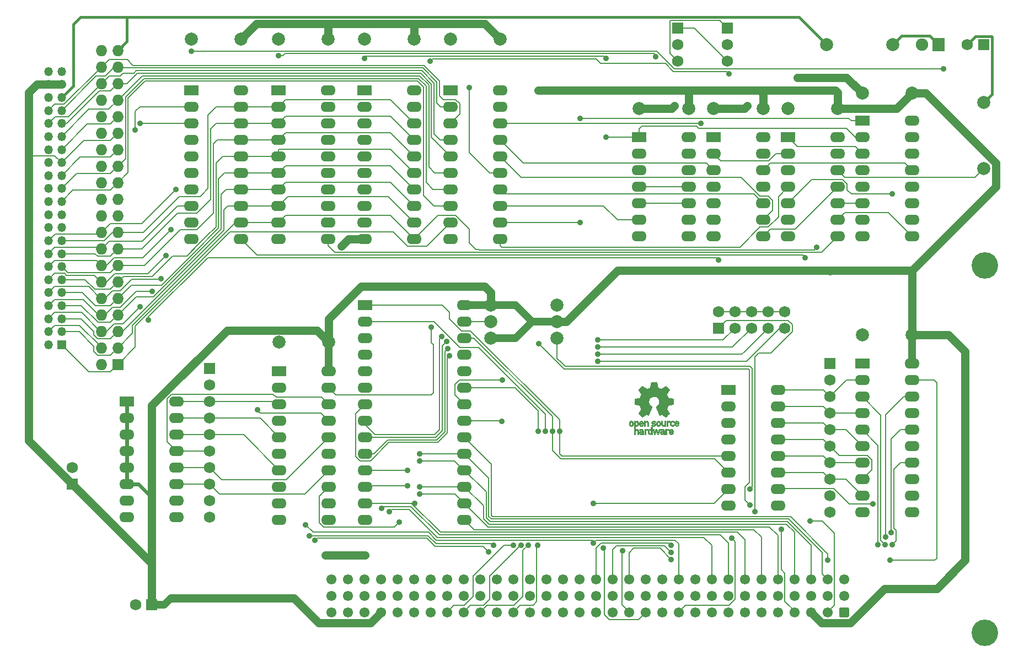
<source format=gtl>
%TF.GenerationSoftware,KiCad,Pcbnew,(5.1.12)-1*%
%TF.CreationDate,2022-07-22T17:46:44+02:00*%
%TF.ProjectId,EC1834-XT-IDE,45433138-3334-42d5-9854-2d4944452e6b,4c*%
%TF.SameCoordinates,Original*%
%TF.FileFunction,Copper,L1,Top*%
%TF.FilePolarity,Positive*%
%FSLAX46Y46*%
G04 Gerber Fmt 4.6, Leading zero omitted, Abs format (unit mm)*
G04 Created by KiCad (PCBNEW (5.1.12)-1) date 2022-07-22 17:46:44*
%MOMM*%
%LPD*%
G01*
G04 APERTURE LIST*
%TA.AperFunction,EtchedComponent*%
%ADD10C,0.010000*%
%TD*%
%TA.AperFunction,ComponentPad*%
%ADD11O,1.350000X1.350000*%
%TD*%
%TA.AperFunction,ComponentPad*%
%ADD12R,1.350000X1.350000*%
%TD*%
%TA.AperFunction,ComponentPad*%
%ADD13C,1.550000*%
%TD*%
%TA.AperFunction,ComponentPad*%
%ADD14R,2.300000X1.600000*%
%TD*%
%TA.AperFunction,ComponentPad*%
%ADD15O,2.300000X1.600000*%
%TD*%
%TA.AperFunction,ComponentPad*%
%ADD16C,1.998980*%
%TD*%
%TA.AperFunction,ComponentPad*%
%ADD17C,4.064000*%
%TD*%
%TA.AperFunction,ComponentPad*%
%ADD18R,1.727200X1.727200*%
%TD*%
%TA.AperFunction,ComponentPad*%
%ADD19C,1.727200*%
%TD*%
%TA.AperFunction,ComponentPad*%
%ADD20R,1.900000X2.000000*%
%TD*%
%TA.AperFunction,ComponentPad*%
%ADD21C,1.900000*%
%TD*%
%TA.AperFunction,ComponentPad*%
%ADD22O,1.727200X1.727200*%
%TD*%
%TA.AperFunction,ViaPad*%
%ADD23C,0.889000*%
%TD*%
%TA.AperFunction,Conductor*%
%ADD24C,0.203000*%
%TD*%
%TA.AperFunction,Conductor*%
%ADD25C,0.152400*%
%TD*%
%TA.AperFunction,Conductor*%
%ADD26C,0.203200*%
%TD*%
%TA.AperFunction,Conductor*%
%ADD27C,1.270000*%
%TD*%
%TA.AperFunction,Conductor*%
%ADD28C,1.219000*%
%TD*%
%TA.AperFunction,Conductor*%
%ADD29C,1.219200*%
%TD*%
%TA.AperFunction,Conductor*%
%ADD30C,0.609600*%
%TD*%
%TA.AperFunction,Conductor*%
%ADD31C,0.406400*%
%TD*%
G04 APERTURE END LIST*
D10*
%TO.C,REF\u002A\u002A\u002A*%
G36*
X133353360Y-109648468D02*
G01*
X133388592Y-109665874D01*
X133432040Y-109696206D01*
X133463706Y-109729283D01*
X133485394Y-109770817D01*
X133498903Y-109826522D01*
X133506038Y-109902111D01*
X133508600Y-110003296D01*
X133508750Y-110046797D01*
X133508312Y-110142135D01*
X133506496Y-110210271D01*
X133502545Y-110257418D01*
X133495702Y-110289790D01*
X133485211Y-110313600D01*
X133474296Y-110329843D01*
X133404619Y-110398952D01*
X133322566Y-110440521D01*
X133234050Y-110453023D01*
X133144981Y-110434934D01*
X133116763Y-110422142D01*
X133049210Y-110386931D01*
X133049210Y-110938700D01*
X133098512Y-110913205D01*
X133163473Y-110893480D01*
X133243320Y-110888427D01*
X133323052Y-110897756D01*
X133383265Y-110918714D01*
X133433208Y-110958627D01*
X133475881Y-111015741D01*
X133479090Y-111021605D01*
X133492622Y-111049227D01*
X133502505Y-111077068D01*
X133509309Y-111110794D01*
X133513601Y-111156071D01*
X133515951Y-111218562D01*
X133516928Y-111303935D01*
X133517105Y-111400010D01*
X133517105Y-111706526D01*
X133333289Y-111706526D01*
X133333289Y-111141339D01*
X133281875Y-111098077D01*
X133228466Y-111063472D01*
X133177888Y-111057180D01*
X133127030Y-111073372D01*
X133099925Y-111089227D01*
X133079751Y-111111810D01*
X133065403Y-111145940D01*
X133055776Y-111196434D01*
X133049763Y-111268111D01*
X133046260Y-111365788D01*
X133045026Y-111430802D01*
X133040855Y-111698171D01*
X132953125Y-111703222D01*
X132865394Y-111708273D01*
X132865394Y-110049101D01*
X133049210Y-110049101D01*
X133053896Y-110141600D01*
X133069688Y-110205809D01*
X133099183Y-110245759D01*
X133144980Y-110265480D01*
X133191250Y-110269421D01*
X133243628Y-110264892D01*
X133278390Y-110247069D01*
X133300128Y-110223519D01*
X133317240Y-110198189D01*
X133327427Y-110169969D01*
X133331960Y-110130431D01*
X133332109Y-110071142D01*
X133330584Y-110021498D01*
X133327081Y-109946710D01*
X133321867Y-109897611D01*
X133313087Y-109866467D01*
X133298886Y-109845545D01*
X133285484Y-109833452D01*
X133229487Y-109807081D01*
X133163211Y-109802822D01*
X133125156Y-109811906D01*
X133087477Y-109844196D01*
X133062519Y-109907006D01*
X133050422Y-109999894D01*
X133049210Y-110049101D01*
X132865394Y-110049101D01*
X132865394Y-109634421D01*
X132957302Y-109634421D01*
X133012483Y-109636603D01*
X133040952Y-109644351D01*
X133049206Y-109659468D01*
X133049210Y-109659916D01*
X133053040Y-109674720D01*
X133069933Y-109673039D01*
X133103519Y-109656772D01*
X133181778Y-109631887D01*
X133269827Y-109629271D01*
X133353360Y-109648468D01*
G37*
X133353360Y-109648468D02*
X133388592Y-109665874D01*
X133432040Y-109696206D01*
X133463706Y-109729283D01*
X133485394Y-109770817D01*
X133498903Y-109826522D01*
X133506038Y-109902111D01*
X133508600Y-110003296D01*
X133508750Y-110046797D01*
X133508312Y-110142135D01*
X133506496Y-110210271D01*
X133502545Y-110257418D01*
X133495702Y-110289790D01*
X133485211Y-110313600D01*
X133474296Y-110329843D01*
X133404619Y-110398952D01*
X133322566Y-110440521D01*
X133234050Y-110453023D01*
X133144981Y-110434934D01*
X133116763Y-110422142D01*
X133049210Y-110386931D01*
X133049210Y-110938700D01*
X133098512Y-110913205D01*
X133163473Y-110893480D01*
X133243320Y-110888427D01*
X133323052Y-110897756D01*
X133383265Y-110918714D01*
X133433208Y-110958627D01*
X133475881Y-111015741D01*
X133479090Y-111021605D01*
X133492622Y-111049227D01*
X133502505Y-111077068D01*
X133509309Y-111110794D01*
X133513601Y-111156071D01*
X133515951Y-111218562D01*
X133516928Y-111303935D01*
X133517105Y-111400010D01*
X133517105Y-111706526D01*
X133333289Y-111706526D01*
X133333289Y-111141339D01*
X133281875Y-111098077D01*
X133228466Y-111063472D01*
X133177888Y-111057180D01*
X133127030Y-111073372D01*
X133099925Y-111089227D01*
X133079751Y-111111810D01*
X133065403Y-111145940D01*
X133055776Y-111196434D01*
X133049763Y-111268111D01*
X133046260Y-111365788D01*
X133045026Y-111430802D01*
X133040855Y-111698171D01*
X132953125Y-111703222D01*
X132865394Y-111708273D01*
X132865394Y-110049101D01*
X133049210Y-110049101D01*
X133053896Y-110141600D01*
X133069688Y-110205809D01*
X133099183Y-110245759D01*
X133144980Y-110265480D01*
X133191250Y-110269421D01*
X133243628Y-110264892D01*
X133278390Y-110247069D01*
X133300128Y-110223519D01*
X133317240Y-110198189D01*
X133327427Y-110169969D01*
X133331960Y-110130431D01*
X133332109Y-110071142D01*
X133330584Y-110021498D01*
X133327081Y-109946710D01*
X133321867Y-109897611D01*
X133313087Y-109866467D01*
X133298886Y-109845545D01*
X133285484Y-109833452D01*
X133229487Y-109807081D01*
X133163211Y-109802822D01*
X133125156Y-109811906D01*
X133087477Y-109844196D01*
X133062519Y-109907006D01*
X133050422Y-109999894D01*
X133049210Y-110049101D01*
X132865394Y-110049101D01*
X132865394Y-109634421D01*
X132957302Y-109634421D01*
X133012483Y-109636603D01*
X133040952Y-109644351D01*
X133049206Y-109659468D01*
X133049210Y-109659916D01*
X133053040Y-109674720D01*
X133069933Y-109673039D01*
X133103519Y-109656772D01*
X133181778Y-109631887D01*
X133269827Y-109629271D01*
X133353360Y-109648468D01*
G36*
X134050457Y-110894184D02*
G01*
X134129070Y-110915160D01*
X134188916Y-110953180D01*
X134231147Y-111002978D01*
X134244275Y-111024230D01*
X134253968Y-111046492D01*
X134260744Y-111074970D01*
X134265123Y-111114871D01*
X134267624Y-111171401D01*
X134268768Y-111249767D01*
X134269072Y-111355176D01*
X134269078Y-111383142D01*
X134269078Y-111706526D01*
X134188868Y-111706526D01*
X134137706Y-111702943D01*
X134099877Y-111693866D01*
X134090399Y-111688268D01*
X134064488Y-111678606D01*
X134038024Y-111688268D01*
X133994452Y-111700330D01*
X133931160Y-111705185D01*
X133861010Y-111703078D01*
X133796860Y-111694256D01*
X133759407Y-111682937D01*
X133686933Y-111636412D01*
X133641640Y-111571846D01*
X133621278Y-111486000D01*
X133621088Y-111483796D01*
X133622875Y-111445713D01*
X133784473Y-111445713D01*
X133798601Y-111489030D01*
X133821612Y-111513408D01*
X133867804Y-111531845D01*
X133928775Y-111539205D01*
X133990949Y-111535583D01*
X134040751Y-111521074D01*
X134054703Y-111511765D01*
X134079085Y-111468753D01*
X134085263Y-111419857D01*
X134085263Y-111355605D01*
X133992818Y-111355605D01*
X133904995Y-111362366D01*
X133838418Y-111381520D01*
X133797002Y-111411376D01*
X133784473Y-111445713D01*
X133622875Y-111445713D01*
X133625490Y-111390004D01*
X133656424Y-111315847D01*
X133714581Y-111259767D01*
X133722620Y-111254665D01*
X133757163Y-111238055D01*
X133799918Y-111227996D01*
X133859686Y-111223107D01*
X133930690Y-111221983D01*
X134085263Y-111221921D01*
X134085263Y-111157125D01*
X134078706Y-111106850D01*
X134061975Y-111073169D01*
X134060016Y-111071376D01*
X134022783Y-111056642D01*
X133966580Y-111050931D01*
X133904467Y-111053737D01*
X133849510Y-111064556D01*
X133816899Y-111080782D01*
X133799228Y-111093780D01*
X133780569Y-111096262D01*
X133754819Y-111085613D01*
X133715873Y-111059218D01*
X133657630Y-111014465D01*
X133652284Y-111010273D01*
X133655023Y-110994760D01*
X133677876Y-110968960D01*
X133712609Y-110940289D01*
X133750990Y-110916166D01*
X133763048Y-110910470D01*
X133807034Y-110899103D01*
X133871487Y-110890995D01*
X133943497Y-110887743D01*
X133946864Y-110887736D01*
X134050457Y-110894184D01*
G37*
X134050457Y-110894184D02*
X134129070Y-110915160D01*
X134188916Y-110953180D01*
X134231147Y-111002978D01*
X134244275Y-111024230D01*
X134253968Y-111046492D01*
X134260744Y-111074970D01*
X134265123Y-111114871D01*
X134267624Y-111171401D01*
X134268768Y-111249767D01*
X134269072Y-111355176D01*
X134269078Y-111383142D01*
X134269078Y-111706526D01*
X134188868Y-111706526D01*
X134137706Y-111702943D01*
X134099877Y-111693866D01*
X134090399Y-111688268D01*
X134064488Y-111678606D01*
X134038024Y-111688268D01*
X133994452Y-111700330D01*
X133931160Y-111705185D01*
X133861010Y-111703078D01*
X133796860Y-111694256D01*
X133759407Y-111682937D01*
X133686933Y-111636412D01*
X133641640Y-111571846D01*
X133621278Y-111486000D01*
X133621088Y-111483796D01*
X133622875Y-111445713D01*
X133784473Y-111445713D01*
X133798601Y-111489030D01*
X133821612Y-111513408D01*
X133867804Y-111531845D01*
X133928775Y-111539205D01*
X133990949Y-111535583D01*
X134040751Y-111521074D01*
X134054703Y-111511765D01*
X134079085Y-111468753D01*
X134085263Y-111419857D01*
X134085263Y-111355605D01*
X133992818Y-111355605D01*
X133904995Y-111362366D01*
X133838418Y-111381520D01*
X133797002Y-111411376D01*
X133784473Y-111445713D01*
X133622875Y-111445713D01*
X133625490Y-111390004D01*
X133656424Y-111315847D01*
X133714581Y-111259767D01*
X133722620Y-111254665D01*
X133757163Y-111238055D01*
X133799918Y-111227996D01*
X133859686Y-111223107D01*
X133930690Y-111221983D01*
X134085263Y-111221921D01*
X134085263Y-111157125D01*
X134078706Y-111106850D01*
X134061975Y-111073169D01*
X134060016Y-111071376D01*
X134022783Y-111056642D01*
X133966580Y-111050931D01*
X133904467Y-111053737D01*
X133849510Y-111064556D01*
X133816899Y-111080782D01*
X133799228Y-111093780D01*
X133780569Y-111096262D01*
X133754819Y-111085613D01*
X133715873Y-111059218D01*
X133657630Y-111014465D01*
X133652284Y-111010273D01*
X133655023Y-110994760D01*
X133677876Y-110968960D01*
X133712609Y-110940289D01*
X133750990Y-110916166D01*
X133763048Y-110910470D01*
X133807034Y-110899103D01*
X133871487Y-110890995D01*
X133943497Y-110887743D01*
X133946864Y-110887736D01*
X134050457Y-110894184D01*
G36*
X134569881Y-110889486D02*
G01*
X134594888Y-110896982D01*
X134602950Y-110913451D01*
X134603289Y-110920886D01*
X134604736Y-110941594D01*
X134614698Y-110944845D01*
X134641612Y-110930648D01*
X134657598Y-110920948D01*
X134708033Y-110900175D01*
X134768272Y-110889904D01*
X134831434Y-110889114D01*
X134890637Y-110896786D01*
X134939002Y-110911898D01*
X134969646Y-110933432D01*
X134975689Y-110960366D01*
X134972639Y-110967660D01*
X134950406Y-110997937D01*
X134915930Y-111035175D01*
X134909694Y-111041195D01*
X134876833Y-111068875D01*
X134848480Y-111077818D01*
X134808827Y-111071576D01*
X134792942Y-111067429D01*
X134743509Y-111057467D01*
X134708752Y-111061947D01*
X134679400Y-111077746D01*
X134652513Y-111098949D01*
X134632710Y-111125614D01*
X134618948Y-111162827D01*
X134610184Y-111215673D01*
X134605374Y-111289237D01*
X134603474Y-111388605D01*
X134603289Y-111448601D01*
X134603289Y-111706526D01*
X134436184Y-111706526D01*
X134436184Y-110887710D01*
X134519736Y-110887710D01*
X134569881Y-110889486D01*
G37*
X134569881Y-110889486D02*
X134594888Y-110896982D01*
X134602950Y-110913451D01*
X134603289Y-110920886D01*
X134604736Y-110941594D01*
X134614698Y-110944845D01*
X134641612Y-110930648D01*
X134657598Y-110920948D01*
X134708033Y-110900175D01*
X134768272Y-110889904D01*
X134831434Y-110889114D01*
X134890637Y-110896786D01*
X134939002Y-110911898D01*
X134969646Y-110933432D01*
X134975689Y-110960366D01*
X134972639Y-110967660D01*
X134950406Y-110997937D01*
X134915930Y-111035175D01*
X134909694Y-111041195D01*
X134876833Y-111068875D01*
X134848480Y-111077818D01*
X134808827Y-111071576D01*
X134792942Y-111067429D01*
X134743509Y-111057467D01*
X134708752Y-111061947D01*
X134679400Y-111077746D01*
X134652513Y-111098949D01*
X134632710Y-111125614D01*
X134618948Y-111162827D01*
X134610184Y-111215673D01*
X134605374Y-111289237D01*
X134603474Y-111388605D01*
X134603289Y-111448601D01*
X134603289Y-111706526D01*
X134436184Y-111706526D01*
X134436184Y-110887710D01*
X134519736Y-110887710D01*
X134569881Y-110889486D01*
G36*
X135622631Y-111706526D02*
G01*
X135530723Y-111706526D01*
X135477377Y-111704962D01*
X135449593Y-111698485D01*
X135439590Y-111684418D01*
X135438815Y-111674906D01*
X135437128Y-111655832D01*
X135426490Y-111652174D01*
X135398535Y-111663932D01*
X135376795Y-111674906D01*
X135293332Y-111700911D01*
X135202604Y-111702416D01*
X135128842Y-111683021D01*
X135060154Y-111636165D01*
X135007794Y-111567004D01*
X134979122Y-111485427D01*
X134978392Y-111480866D01*
X134974132Y-111431101D01*
X134972014Y-111359659D01*
X134972184Y-111305626D01*
X135154720Y-111305626D01*
X135158949Y-111377441D01*
X135168568Y-111436634D01*
X135181590Y-111470060D01*
X135230856Y-111515740D01*
X135289350Y-111532115D01*
X135349671Y-111518873D01*
X135401217Y-111479373D01*
X135420738Y-111452807D01*
X135432152Y-111421106D01*
X135437498Y-111374832D01*
X135438815Y-111305328D01*
X135436458Y-111236499D01*
X135430233Y-111176026D01*
X135421408Y-111135556D01*
X135419937Y-111131929D01*
X135384347Y-111088802D01*
X135332400Y-111065124D01*
X135274278Y-111061301D01*
X135220160Y-111077738D01*
X135180226Y-111114840D01*
X135176083Y-111122222D01*
X135163116Y-111167239D01*
X135156052Y-111231967D01*
X135154720Y-111305626D01*
X134972184Y-111305626D01*
X134972271Y-111278230D01*
X134973472Y-111234405D01*
X134981645Y-111125988D01*
X134998630Y-111044588D01*
X135026887Y-110984412D01*
X135068872Y-110939666D01*
X135109632Y-110913400D01*
X135166581Y-110894935D01*
X135237411Y-110888602D01*
X135309941Y-110893760D01*
X135371986Y-110909769D01*
X135404768Y-110928920D01*
X135438815Y-110959732D01*
X135438815Y-110570210D01*
X135622631Y-110570210D01*
X135622631Y-111706526D01*
G37*
X135622631Y-111706526D02*
X135530723Y-111706526D01*
X135477377Y-111704962D01*
X135449593Y-111698485D01*
X135439590Y-111684418D01*
X135438815Y-111674906D01*
X135437128Y-111655832D01*
X135426490Y-111652174D01*
X135398535Y-111663932D01*
X135376795Y-111674906D01*
X135293332Y-111700911D01*
X135202604Y-111702416D01*
X135128842Y-111683021D01*
X135060154Y-111636165D01*
X135007794Y-111567004D01*
X134979122Y-111485427D01*
X134978392Y-111480866D01*
X134974132Y-111431101D01*
X134972014Y-111359659D01*
X134972184Y-111305626D01*
X135154720Y-111305626D01*
X135158949Y-111377441D01*
X135168568Y-111436634D01*
X135181590Y-111470060D01*
X135230856Y-111515740D01*
X135289350Y-111532115D01*
X135349671Y-111518873D01*
X135401217Y-111479373D01*
X135420738Y-111452807D01*
X135432152Y-111421106D01*
X135437498Y-111374832D01*
X135438815Y-111305328D01*
X135436458Y-111236499D01*
X135430233Y-111176026D01*
X135421408Y-111135556D01*
X135419937Y-111131929D01*
X135384347Y-111088802D01*
X135332400Y-111065124D01*
X135274278Y-111061301D01*
X135220160Y-111077738D01*
X135180226Y-111114840D01*
X135176083Y-111122222D01*
X135163116Y-111167239D01*
X135156052Y-111231967D01*
X135154720Y-111305626D01*
X134972184Y-111305626D01*
X134972271Y-111278230D01*
X134973472Y-111234405D01*
X134981645Y-111125988D01*
X134998630Y-111044588D01*
X135026887Y-110984412D01*
X135068872Y-110939666D01*
X135109632Y-110913400D01*
X135166581Y-110894935D01*
X135237411Y-110888602D01*
X135309941Y-110893760D01*
X135371986Y-110909769D01*
X135404768Y-110928920D01*
X135438815Y-110959732D01*
X135438815Y-110570210D01*
X135622631Y-110570210D01*
X135622631Y-111706526D01*
G36*
X136264130Y-110891104D02*
G01*
X136330220Y-110896066D01*
X136416626Y-111155079D01*
X136503031Y-111414092D01*
X136530124Y-111322184D01*
X136546428Y-111265384D01*
X136567875Y-111188625D01*
X136591035Y-111104251D01*
X136603280Y-111058993D01*
X136649344Y-110887710D01*
X136839387Y-110887710D01*
X136782582Y-111067349D01*
X136754607Y-111155704D01*
X136720813Y-111262281D01*
X136685520Y-111373454D01*
X136654013Y-111472579D01*
X136582250Y-111698171D01*
X136427286Y-111708253D01*
X136385270Y-111569528D01*
X136359359Y-111483351D01*
X136331083Y-111388347D01*
X136306369Y-111304441D01*
X136305394Y-111301102D01*
X136286935Y-111244248D01*
X136270649Y-111205456D01*
X136259242Y-111190787D01*
X136256898Y-111192483D01*
X136248671Y-111215225D01*
X136233038Y-111263940D01*
X136211904Y-111332502D01*
X136187170Y-111414785D01*
X136173787Y-111460046D01*
X136101311Y-111706526D01*
X135947495Y-111706526D01*
X135824531Y-111318006D01*
X135789988Y-111209022D01*
X135758521Y-111110048D01*
X135731616Y-111025736D01*
X135710759Y-110960734D01*
X135697438Y-110919692D01*
X135693388Y-110907701D01*
X135696594Y-110895423D01*
X135721765Y-110890046D01*
X135774146Y-110890584D01*
X135782345Y-110890990D01*
X135879482Y-110896066D01*
X135943100Y-111130013D01*
X135966484Y-111215333D01*
X135987381Y-111290335D01*
X136003951Y-111348507D01*
X136014354Y-111383337D01*
X136016276Y-111389016D01*
X136024241Y-111382486D01*
X136040304Y-111348654D01*
X136062621Y-111292127D01*
X136089345Y-111217510D01*
X136111937Y-111150107D01*
X136198041Y-110886143D01*
X136264130Y-110891104D01*
G37*
X136264130Y-110891104D02*
X136330220Y-110896066D01*
X136416626Y-111155079D01*
X136503031Y-111414092D01*
X136530124Y-111322184D01*
X136546428Y-111265384D01*
X136567875Y-111188625D01*
X136591035Y-111104251D01*
X136603280Y-111058993D01*
X136649344Y-110887710D01*
X136839387Y-110887710D01*
X136782582Y-111067349D01*
X136754607Y-111155704D01*
X136720813Y-111262281D01*
X136685520Y-111373454D01*
X136654013Y-111472579D01*
X136582250Y-111698171D01*
X136427286Y-111708253D01*
X136385270Y-111569528D01*
X136359359Y-111483351D01*
X136331083Y-111388347D01*
X136306369Y-111304441D01*
X136305394Y-111301102D01*
X136286935Y-111244248D01*
X136270649Y-111205456D01*
X136259242Y-111190787D01*
X136256898Y-111192483D01*
X136248671Y-111215225D01*
X136233038Y-111263940D01*
X136211904Y-111332502D01*
X136187170Y-111414785D01*
X136173787Y-111460046D01*
X136101311Y-111706526D01*
X135947495Y-111706526D01*
X135824531Y-111318006D01*
X135789988Y-111209022D01*
X135758521Y-111110048D01*
X135731616Y-111025736D01*
X135710759Y-110960734D01*
X135697438Y-110919692D01*
X135693388Y-110907701D01*
X135696594Y-110895423D01*
X135721765Y-110890046D01*
X135774146Y-110890584D01*
X135782345Y-110890990D01*
X135879482Y-110896066D01*
X135943100Y-111130013D01*
X135966484Y-111215333D01*
X135987381Y-111290335D01*
X136003951Y-111348507D01*
X136014354Y-111383337D01*
X136016276Y-111389016D01*
X136024241Y-111382486D01*
X136040304Y-111348654D01*
X136062621Y-111292127D01*
X136089345Y-111217510D01*
X136111937Y-111150107D01*
X136198041Y-110886143D01*
X136264130Y-110891104D01*
G36*
X137269992Y-110892673D02*
G01*
X137340427Y-110909780D01*
X137360787Y-110918844D01*
X137400253Y-110942583D01*
X137430541Y-110969321D01*
X137452952Y-111003699D01*
X137468786Y-111050360D01*
X137479343Y-111113946D01*
X137485924Y-111199099D01*
X137489828Y-111310462D01*
X137491310Y-111384849D01*
X137496765Y-111706526D01*
X137403580Y-111706526D01*
X137347047Y-111704156D01*
X137317922Y-111696055D01*
X137310394Y-111682451D01*
X137306420Y-111667741D01*
X137288652Y-111670554D01*
X137264440Y-111682348D01*
X137203828Y-111700427D01*
X137125929Y-111705299D01*
X137043995Y-111697330D01*
X136971281Y-111676889D01*
X136964759Y-111674051D01*
X136898302Y-111627365D01*
X136854491Y-111562464D01*
X136834332Y-111486600D01*
X136835872Y-111459344D01*
X137000345Y-111459344D01*
X137014837Y-111496024D01*
X137057805Y-111522309D01*
X137127129Y-111536417D01*
X137164177Y-111538290D01*
X137225919Y-111533494D01*
X137266960Y-111514858D01*
X137276973Y-111506000D01*
X137304100Y-111457806D01*
X137310394Y-111414092D01*
X137310394Y-111355605D01*
X137228930Y-111355605D01*
X137134234Y-111360432D01*
X137067813Y-111375613D01*
X137025846Y-111402200D01*
X137016449Y-111414052D01*
X137000345Y-111459344D01*
X136835872Y-111459344D01*
X136838829Y-111407026D01*
X136868985Y-111330995D01*
X136910131Y-111279612D01*
X136935052Y-111257397D01*
X136959448Y-111242798D01*
X136991191Y-111233897D01*
X137038152Y-111228775D01*
X137108204Y-111225515D01*
X137135990Y-111224577D01*
X137310394Y-111218879D01*
X137310138Y-111166091D01*
X137303384Y-111110603D01*
X137278964Y-111077052D01*
X137229630Y-111055618D01*
X137228306Y-111055236D01*
X137158360Y-111046808D01*
X137089914Y-111057816D01*
X137039047Y-111084585D01*
X137018637Y-111097803D01*
X136996654Y-111095974D01*
X136962826Y-111076824D01*
X136942961Y-111063308D01*
X136904106Y-111034432D01*
X136880038Y-111012786D01*
X136876176Y-111006589D01*
X136892079Y-110974519D01*
X136939065Y-110936219D01*
X136959473Y-110923297D01*
X137018143Y-110901041D01*
X137097212Y-110888432D01*
X137185041Y-110885600D01*
X137269992Y-110892673D01*
G37*
X137269992Y-110892673D02*
X137340427Y-110909780D01*
X137360787Y-110918844D01*
X137400253Y-110942583D01*
X137430541Y-110969321D01*
X137452952Y-111003699D01*
X137468786Y-111050360D01*
X137479343Y-111113946D01*
X137485924Y-111199099D01*
X137489828Y-111310462D01*
X137491310Y-111384849D01*
X137496765Y-111706526D01*
X137403580Y-111706526D01*
X137347047Y-111704156D01*
X137317922Y-111696055D01*
X137310394Y-111682451D01*
X137306420Y-111667741D01*
X137288652Y-111670554D01*
X137264440Y-111682348D01*
X137203828Y-111700427D01*
X137125929Y-111705299D01*
X137043995Y-111697330D01*
X136971281Y-111676889D01*
X136964759Y-111674051D01*
X136898302Y-111627365D01*
X136854491Y-111562464D01*
X136834332Y-111486600D01*
X136835872Y-111459344D01*
X137000345Y-111459344D01*
X137014837Y-111496024D01*
X137057805Y-111522309D01*
X137127129Y-111536417D01*
X137164177Y-111538290D01*
X137225919Y-111533494D01*
X137266960Y-111514858D01*
X137276973Y-111506000D01*
X137304100Y-111457806D01*
X137310394Y-111414092D01*
X137310394Y-111355605D01*
X137228930Y-111355605D01*
X137134234Y-111360432D01*
X137067813Y-111375613D01*
X137025846Y-111402200D01*
X137016449Y-111414052D01*
X137000345Y-111459344D01*
X136835872Y-111459344D01*
X136838829Y-111407026D01*
X136868985Y-111330995D01*
X136910131Y-111279612D01*
X136935052Y-111257397D01*
X136959448Y-111242798D01*
X136991191Y-111233897D01*
X137038152Y-111228775D01*
X137108204Y-111225515D01*
X137135990Y-111224577D01*
X137310394Y-111218879D01*
X137310138Y-111166091D01*
X137303384Y-111110603D01*
X137278964Y-111077052D01*
X137229630Y-111055618D01*
X137228306Y-111055236D01*
X137158360Y-111046808D01*
X137089914Y-111057816D01*
X137039047Y-111084585D01*
X137018637Y-111097803D01*
X136996654Y-111095974D01*
X136962826Y-111076824D01*
X136942961Y-111063308D01*
X136904106Y-111034432D01*
X136880038Y-111012786D01*
X136876176Y-111006589D01*
X136892079Y-110974519D01*
X136939065Y-110936219D01*
X136959473Y-110923297D01*
X137018143Y-110901041D01*
X137097212Y-110888432D01*
X137185041Y-110885600D01*
X137269992Y-110892673D01*
G36*
X138063167Y-110887447D02*
G01*
X138127408Y-110900112D01*
X138163980Y-110918864D01*
X138202453Y-110950017D01*
X138147717Y-111019127D01*
X138113969Y-111060979D01*
X138091053Y-111081398D01*
X138068279Y-111084517D01*
X138034956Y-111074472D01*
X138019314Y-111068789D01*
X137955542Y-111060404D01*
X137897140Y-111078378D01*
X137854264Y-111118982D01*
X137847299Y-111131929D01*
X137839713Y-111166224D01*
X137833859Y-111229427D01*
X137830011Y-111317060D01*
X137828443Y-111424640D01*
X137828421Y-111439944D01*
X137828421Y-111706526D01*
X137644605Y-111706526D01*
X137644605Y-110887710D01*
X137736513Y-110887710D01*
X137789507Y-110889094D01*
X137817115Y-110895252D01*
X137827324Y-110909194D01*
X137828421Y-110922344D01*
X137828421Y-110956978D01*
X137872450Y-110922344D01*
X137922937Y-110898716D01*
X137990760Y-110887033D01*
X138063167Y-110887447D01*
G37*
X138063167Y-110887447D02*
X138127408Y-110900112D01*
X138163980Y-110918864D01*
X138202453Y-110950017D01*
X138147717Y-111019127D01*
X138113969Y-111060979D01*
X138091053Y-111081398D01*
X138068279Y-111084517D01*
X138034956Y-111074472D01*
X138019314Y-111068789D01*
X137955542Y-111060404D01*
X137897140Y-111078378D01*
X137854264Y-111118982D01*
X137847299Y-111131929D01*
X137839713Y-111166224D01*
X137833859Y-111229427D01*
X137830011Y-111317060D01*
X137828443Y-111424640D01*
X137828421Y-111439944D01*
X137828421Y-111706526D01*
X137644605Y-111706526D01*
X137644605Y-110887710D01*
X137736513Y-110887710D01*
X137789507Y-110889094D01*
X137817115Y-110895252D01*
X137827324Y-110909194D01*
X137828421Y-110922344D01*
X137828421Y-110956978D01*
X137872450Y-110922344D01*
X137922937Y-110898716D01*
X137990760Y-110887033D01*
X138063167Y-110887447D01*
G36*
X138591193Y-110892078D02*
G01*
X138671068Y-110912845D01*
X138737962Y-110955705D01*
X138770351Y-110987723D01*
X138823445Y-111063413D01*
X138853873Y-111151216D01*
X138864327Y-111259150D01*
X138864380Y-111267875D01*
X138864473Y-111355605D01*
X138359534Y-111355605D01*
X138370298Y-111401559D01*
X138389732Y-111443178D01*
X138423745Y-111486544D01*
X138430860Y-111493467D01*
X138492003Y-111530935D01*
X138561729Y-111537289D01*
X138641987Y-111512638D01*
X138655592Y-111506000D01*
X138697319Y-111485819D01*
X138725268Y-111474321D01*
X138730145Y-111473258D01*
X138747168Y-111483583D01*
X138779633Y-111508845D01*
X138796114Y-111522650D01*
X138830264Y-111554361D01*
X138841478Y-111575299D01*
X138833695Y-111594560D01*
X138829535Y-111599827D01*
X138801357Y-111622878D01*
X138754862Y-111650892D01*
X138722434Y-111667246D01*
X138630385Y-111696059D01*
X138528476Y-111705395D01*
X138431963Y-111694332D01*
X138404934Y-111686412D01*
X138321276Y-111641581D01*
X138259266Y-111572598D01*
X138218545Y-111478794D01*
X138198755Y-111359498D01*
X138196582Y-111297118D01*
X138202926Y-111206298D01*
X138363157Y-111206298D01*
X138378655Y-111213012D01*
X138420312Y-111218280D01*
X138480876Y-111221389D01*
X138521907Y-111221921D01*
X138595711Y-111221408D01*
X138642293Y-111219006D01*
X138667848Y-111213422D01*
X138678569Y-111203361D01*
X138680657Y-111188763D01*
X138666331Y-111143796D01*
X138630262Y-111099353D01*
X138582815Y-111065242D01*
X138535349Y-111051288D01*
X138470879Y-111063666D01*
X138415070Y-111099452D01*
X138376374Y-111151033D01*
X138363157Y-111206298D01*
X138202926Y-111206298D01*
X138205821Y-111164866D01*
X138234336Y-111059498D01*
X138282729Y-110980178D01*
X138351604Y-110926071D01*
X138441565Y-110896343D01*
X138490300Y-110890618D01*
X138591193Y-110892078D01*
G37*
X138591193Y-110892078D02*
X138671068Y-110912845D01*
X138737962Y-110955705D01*
X138770351Y-110987723D01*
X138823445Y-111063413D01*
X138853873Y-111151216D01*
X138864327Y-111259150D01*
X138864380Y-111267875D01*
X138864473Y-111355605D01*
X138359534Y-111355605D01*
X138370298Y-111401559D01*
X138389732Y-111443178D01*
X138423745Y-111486544D01*
X138430860Y-111493467D01*
X138492003Y-111530935D01*
X138561729Y-111537289D01*
X138641987Y-111512638D01*
X138655592Y-111506000D01*
X138697319Y-111485819D01*
X138725268Y-111474321D01*
X138730145Y-111473258D01*
X138747168Y-111483583D01*
X138779633Y-111508845D01*
X138796114Y-111522650D01*
X138830264Y-111554361D01*
X138841478Y-111575299D01*
X138833695Y-111594560D01*
X138829535Y-111599827D01*
X138801357Y-111622878D01*
X138754862Y-111650892D01*
X138722434Y-111667246D01*
X138630385Y-111696059D01*
X138528476Y-111705395D01*
X138431963Y-111694332D01*
X138404934Y-111686412D01*
X138321276Y-111641581D01*
X138259266Y-111572598D01*
X138218545Y-111478794D01*
X138198755Y-111359498D01*
X138196582Y-111297118D01*
X138202926Y-111206298D01*
X138363157Y-111206298D01*
X138378655Y-111213012D01*
X138420312Y-111218280D01*
X138480876Y-111221389D01*
X138521907Y-111221921D01*
X138595711Y-111221408D01*
X138642293Y-111219006D01*
X138667848Y-111213422D01*
X138678569Y-111203361D01*
X138680657Y-111188763D01*
X138666331Y-111143796D01*
X138630262Y-111099353D01*
X138582815Y-111065242D01*
X138535349Y-111051288D01*
X138470879Y-111063666D01*
X138415070Y-111099452D01*
X138376374Y-111151033D01*
X138363157Y-111206298D01*
X138202926Y-111206298D01*
X138205821Y-111164866D01*
X138234336Y-111059498D01*
X138282729Y-110980178D01*
X138351604Y-110926071D01*
X138441565Y-110896343D01*
X138490300Y-110890618D01*
X138591193Y-110892078D01*
G36*
X132516784Y-109643104D02*
G01*
X132604205Y-109681754D01*
X132670570Y-109746290D01*
X132715976Y-109836812D01*
X132740518Y-109953418D01*
X132742277Y-109971624D01*
X132743656Y-110099984D01*
X132725784Y-110212496D01*
X132689750Y-110303688D01*
X132670455Y-110333022D01*
X132603245Y-110395106D01*
X132517650Y-110435316D01*
X132421890Y-110452003D01*
X132324187Y-110443517D01*
X132249917Y-110417380D01*
X132186047Y-110373335D01*
X132133846Y-110315587D01*
X132132943Y-110314236D01*
X132111744Y-110278593D01*
X132097967Y-110242752D01*
X132089624Y-110197519D01*
X132084727Y-110133701D01*
X132082569Y-110081368D01*
X132081671Y-110033910D01*
X132248743Y-110033910D01*
X132250376Y-110081154D01*
X132256304Y-110144046D01*
X132266761Y-110184407D01*
X132285619Y-110213122D01*
X132303281Y-110229896D01*
X132365894Y-110265016D01*
X132431408Y-110269710D01*
X132492421Y-110244440D01*
X132522928Y-110216124D01*
X132544911Y-110187589D01*
X132557769Y-110160284D01*
X132563412Y-110124750D01*
X132563751Y-110071524D01*
X132562012Y-110022506D01*
X132558271Y-109952482D01*
X132552341Y-109907064D01*
X132541653Y-109877440D01*
X132523639Y-109854797D01*
X132509363Y-109841855D01*
X132449651Y-109807860D01*
X132385234Y-109806165D01*
X132331219Y-109826301D01*
X132285140Y-109868352D01*
X132257689Y-109937428D01*
X132248743Y-110033910D01*
X132081671Y-110033910D01*
X132080599Y-109977299D01*
X132083964Y-109899468D01*
X132094045Y-109840930D01*
X132112226Y-109794737D01*
X132139890Y-109753942D01*
X132150146Y-109741828D01*
X132214278Y-109681474D01*
X132283066Y-109646220D01*
X132367189Y-109631450D01*
X132408209Y-109630243D01*
X132516784Y-109643104D01*
G37*
X132516784Y-109643104D02*
X132604205Y-109681754D01*
X132670570Y-109746290D01*
X132715976Y-109836812D01*
X132740518Y-109953418D01*
X132742277Y-109971624D01*
X132743656Y-110099984D01*
X132725784Y-110212496D01*
X132689750Y-110303688D01*
X132670455Y-110333022D01*
X132603245Y-110395106D01*
X132517650Y-110435316D01*
X132421890Y-110452003D01*
X132324187Y-110443517D01*
X132249917Y-110417380D01*
X132186047Y-110373335D01*
X132133846Y-110315587D01*
X132132943Y-110314236D01*
X132111744Y-110278593D01*
X132097967Y-110242752D01*
X132089624Y-110197519D01*
X132084727Y-110133701D01*
X132082569Y-110081368D01*
X132081671Y-110033910D01*
X132248743Y-110033910D01*
X132250376Y-110081154D01*
X132256304Y-110144046D01*
X132266761Y-110184407D01*
X132285619Y-110213122D01*
X132303281Y-110229896D01*
X132365894Y-110265016D01*
X132431408Y-110269710D01*
X132492421Y-110244440D01*
X132522928Y-110216124D01*
X132544911Y-110187589D01*
X132557769Y-110160284D01*
X132563412Y-110124750D01*
X132563751Y-110071524D01*
X132562012Y-110022506D01*
X132558271Y-109952482D01*
X132552341Y-109907064D01*
X132541653Y-109877440D01*
X132523639Y-109854797D01*
X132509363Y-109841855D01*
X132449651Y-109807860D01*
X132385234Y-109806165D01*
X132331219Y-109826301D01*
X132285140Y-109868352D01*
X132257689Y-109937428D01*
X132248743Y-110033910D01*
X132081671Y-110033910D01*
X132080599Y-109977299D01*
X132083964Y-109899468D01*
X132094045Y-109840930D01*
X132112226Y-109794737D01*
X132139890Y-109753942D01*
X132150146Y-109741828D01*
X132214278Y-109681474D01*
X132283066Y-109646220D01*
X132367189Y-109631450D01*
X132408209Y-109630243D01*
X132516784Y-109643104D01*
G36*
X134087018Y-109653027D02*
G01*
X134103670Y-109660866D01*
X134161305Y-109703086D01*
X134215805Y-109764700D01*
X134256499Y-109832543D01*
X134268074Y-109863734D01*
X134278634Y-109919449D01*
X134284931Y-109986781D01*
X134285696Y-110014585D01*
X134285789Y-110102316D01*
X133780850Y-110102316D01*
X133791613Y-110148270D01*
X133818033Y-110202620D01*
X133864222Y-110249591D01*
X133919172Y-110279848D01*
X133954189Y-110286131D01*
X134001677Y-110278506D01*
X134058335Y-110259383D01*
X134077582Y-110250584D01*
X134148759Y-110215036D01*
X134209502Y-110261367D01*
X134244552Y-110292703D01*
X134263202Y-110318567D01*
X134264147Y-110326158D01*
X134247485Y-110344556D01*
X134210970Y-110372515D01*
X134177828Y-110394327D01*
X134088393Y-110433537D01*
X133988129Y-110451285D01*
X133888754Y-110446670D01*
X133809539Y-110422551D01*
X133727880Y-110370884D01*
X133669849Y-110302856D01*
X133633546Y-110214843D01*
X133617072Y-110103216D01*
X133615611Y-110052138D01*
X133621457Y-109935091D01*
X133622175Y-109931686D01*
X133789489Y-109931686D01*
X133794097Y-109942662D01*
X133813036Y-109948715D01*
X133852098Y-109951310D01*
X133917077Y-109951910D01*
X133942097Y-109951921D01*
X134018221Y-109951014D01*
X134066496Y-109947720D01*
X134092460Y-109941181D01*
X134101648Y-109930537D01*
X134101973Y-109927119D01*
X134091487Y-109899956D01*
X134065242Y-109861903D01*
X134053959Y-109848579D01*
X134012072Y-109810896D01*
X133968409Y-109796080D01*
X133944885Y-109794842D01*
X133881243Y-109810329D01*
X133827873Y-109851930D01*
X133794019Y-109912353D01*
X133793419Y-109914322D01*
X133789489Y-109931686D01*
X133622175Y-109931686D01*
X133640899Y-109842928D01*
X133675922Y-109769190D01*
X133718756Y-109716848D01*
X133797948Y-109660092D01*
X133891040Y-109629762D01*
X133990055Y-109627021D01*
X134087018Y-109653027D01*
G37*
X134087018Y-109653027D02*
X134103670Y-109660866D01*
X134161305Y-109703086D01*
X134215805Y-109764700D01*
X134256499Y-109832543D01*
X134268074Y-109863734D01*
X134278634Y-109919449D01*
X134284931Y-109986781D01*
X134285696Y-110014585D01*
X134285789Y-110102316D01*
X133780850Y-110102316D01*
X133791613Y-110148270D01*
X133818033Y-110202620D01*
X133864222Y-110249591D01*
X133919172Y-110279848D01*
X133954189Y-110286131D01*
X134001677Y-110278506D01*
X134058335Y-110259383D01*
X134077582Y-110250584D01*
X134148759Y-110215036D01*
X134209502Y-110261367D01*
X134244552Y-110292703D01*
X134263202Y-110318567D01*
X134264147Y-110326158D01*
X134247485Y-110344556D01*
X134210970Y-110372515D01*
X134177828Y-110394327D01*
X134088393Y-110433537D01*
X133988129Y-110451285D01*
X133888754Y-110446670D01*
X133809539Y-110422551D01*
X133727880Y-110370884D01*
X133669849Y-110302856D01*
X133633546Y-110214843D01*
X133617072Y-110103216D01*
X133615611Y-110052138D01*
X133621457Y-109935091D01*
X133622175Y-109931686D01*
X133789489Y-109931686D01*
X133794097Y-109942662D01*
X133813036Y-109948715D01*
X133852098Y-109951310D01*
X133917077Y-109951910D01*
X133942097Y-109951921D01*
X134018221Y-109951014D01*
X134066496Y-109947720D01*
X134092460Y-109941181D01*
X134101648Y-109930537D01*
X134101973Y-109927119D01*
X134091487Y-109899956D01*
X134065242Y-109861903D01*
X134053959Y-109848579D01*
X134012072Y-109810896D01*
X133968409Y-109796080D01*
X133944885Y-109794842D01*
X133881243Y-109810329D01*
X133827873Y-109851930D01*
X133794019Y-109912353D01*
X133793419Y-109914322D01*
X133789489Y-109931686D01*
X133622175Y-109931686D01*
X133640899Y-109842928D01*
X133675922Y-109769190D01*
X133718756Y-109716848D01*
X133797948Y-109660092D01*
X133891040Y-109629762D01*
X133990055Y-109627021D01*
X134087018Y-109653027D01*
G36*
X135908628Y-109631547D02*
G01*
X135971908Y-109643548D01*
X136037557Y-109668648D01*
X136044572Y-109671848D01*
X136094356Y-109698026D01*
X136128834Y-109722353D01*
X136139978Y-109737937D01*
X136129366Y-109763353D01*
X136103588Y-109800853D01*
X136092146Y-109814852D01*
X136044992Y-109869954D01*
X135984201Y-109834086D01*
X135926347Y-109810192D01*
X135859500Y-109797420D01*
X135795394Y-109796613D01*
X135745764Y-109808615D01*
X135733854Y-109816105D01*
X135711172Y-109850450D01*
X135708416Y-109890013D01*
X135725388Y-109920920D01*
X135735427Y-109926913D01*
X135765510Y-109934357D01*
X135818389Y-109943106D01*
X135883575Y-109951467D01*
X135895600Y-109952778D01*
X136000297Y-109970888D01*
X136076232Y-110001651D01*
X136126592Y-110047907D01*
X136154564Y-110112497D01*
X136163278Y-110191387D01*
X136151240Y-110281065D01*
X136112151Y-110351486D01*
X136045855Y-110402777D01*
X135952194Y-110435067D01*
X135848223Y-110447807D01*
X135763438Y-110447654D01*
X135694665Y-110436083D01*
X135647697Y-110420109D01*
X135588350Y-110392275D01*
X135533506Y-110359973D01*
X135514013Y-110345755D01*
X135463881Y-110304835D01*
X135584803Y-110182477D01*
X135653543Y-110227967D01*
X135722488Y-110262133D01*
X135796111Y-110280004D01*
X135866883Y-110281889D01*
X135927274Y-110268101D01*
X135969757Y-110238949D01*
X135983474Y-110214352D01*
X135981417Y-110174904D01*
X135947330Y-110144737D01*
X135881308Y-110123906D01*
X135808974Y-110114279D01*
X135697652Y-110095910D01*
X135614952Y-110061254D01*
X135559765Y-110009297D01*
X135530988Y-109939023D01*
X135527001Y-109855707D01*
X135546693Y-109768681D01*
X135591589Y-109702902D01*
X135662091Y-109658068D01*
X135758601Y-109633879D01*
X135830100Y-109629137D01*
X135908628Y-109631547D01*
G37*
X135908628Y-109631547D02*
X135971908Y-109643548D01*
X136037557Y-109668648D01*
X136044572Y-109671848D01*
X136094356Y-109698026D01*
X136128834Y-109722353D01*
X136139978Y-109737937D01*
X136129366Y-109763353D01*
X136103588Y-109800853D01*
X136092146Y-109814852D01*
X136044992Y-109869954D01*
X135984201Y-109834086D01*
X135926347Y-109810192D01*
X135859500Y-109797420D01*
X135795394Y-109796613D01*
X135745764Y-109808615D01*
X135733854Y-109816105D01*
X135711172Y-109850450D01*
X135708416Y-109890013D01*
X135725388Y-109920920D01*
X135735427Y-109926913D01*
X135765510Y-109934357D01*
X135818389Y-109943106D01*
X135883575Y-109951467D01*
X135895600Y-109952778D01*
X136000297Y-109970888D01*
X136076232Y-110001651D01*
X136126592Y-110047907D01*
X136154564Y-110112497D01*
X136163278Y-110191387D01*
X136151240Y-110281065D01*
X136112151Y-110351486D01*
X136045855Y-110402777D01*
X135952194Y-110435067D01*
X135848223Y-110447807D01*
X135763438Y-110447654D01*
X135694665Y-110436083D01*
X135647697Y-110420109D01*
X135588350Y-110392275D01*
X135533506Y-110359973D01*
X135514013Y-110345755D01*
X135463881Y-110304835D01*
X135584803Y-110182477D01*
X135653543Y-110227967D01*
X135722488Y-110262133D01*
X135796111Y-110280004D01*
X135866883Y-110281889D01*
X135927274Y-110268101D01*
X135969757Y-110238949D01*
X135983474Y-110214352D01*
X135981417Y-110174904D01*
X135947330Y-110144737D01*
X135881308Y-110123906D01*
X135808974Y-110114279D01*
X135697652Y-110095910D01*
X135614952Y-110061254D01*
X135559765Y-110009297D01*
X135530988Y-109939023D01*
X135527001Y-109855707D01*
X135546693Y-109768681D01*
X135591589Y-109702902D01*
X135662091Y-109658068D01*
X135758601Y-109633879D01*
X135830100Y-109629137D01*
X135908628Y-109631547D01*
G36*
X136701669Y-109644310D02*
G01*
X136786192Y-109690340D01*
X136852321Y-109763006D01*
X136883478Y-109822106D01*
X136896855Y-109874305D01*
X136905522Y-109948719D01*
X136909237Y-110034442D01*
X136907754Y-110120569D01*
X136900831Y-110196193D01*
X136892745Y-110236584D01*
X136865465Y-110291840D01*
X136818220Y-110350530D01*
X136761282Y-110401852D01*
X136704924Y-110435005D01*
X136703550Y-110435531D01*
X136633616Y-110450018D01*
X136550737Y-110450377D01*
X136471977Y-110437188D01*
X136441566Y-110426617D01*
X136363239Y-110382201D01*
X136307143Y-110324007D01*
X136270286Y-110246965D01*
X136249680Y-110146001D01*
X136245018Y-110093116D01*
X136245613Y-110026663D01*
X136424736Y-110026663D01*
X136430770Y-110123630D01*
X136448138Y-110197523D01*
X136475740Y-110244736D01*
X136495404Y-110258237D01*
X136545787Y-110267651D01*
X136605673Y-110264864D01*
X136657449Y-110251316D01*
X136671027Y-110243862D01*
X136706849Y-110200451D01*
X136730493Y-110134014D01*
X136740558Y-110053161D01*
X136735642Y-109966502D01*
X136724655Y-109914349D01*
X136693109Y-109853951D01*
X136643311Y-109816197D01*
X136583337Y-109803143D01*
X136521264Y-109816849D01*
X136473582Y-109850372D01*
X136448525Y-109878031D01*
X136433900Y-109905294D01*
X136426929Y-109942190D01*
X136424833Y-109998750D01*
X136424736Y-110026663D01*
X136245613Y-110026663D01*
X136246282Y-109951994D01*
X136269265Y-109836271D01*
X136313972Y-109745941D01*
X136380405Y-109681000D01*
X136468565Y-109641445D01*
X136487495Y-109636858D01*
X136601266Y-109626090D01*
X136701669Y-109644310D01*
G37*
X136701669Y-109644310D02*
X136786192Y-109690340D01*
X136852321Y-109763006D01*
X136883478Y-109822106D01*
X136896855Y-109874305D01*
X136905522Y-109948719D01*
X136909237Y-110034442D01*
X136907754Y-110120569D01*
X136900831Y-110196193D01*
X136892745Y-110236584D01*
X136865465Y-110291840D01*
X136818220Y-110350530D01*
X136761282Y-110401852D01*
X136704924Y-110435005D01*
X136703550Y-110435531D01*
X136633616Y-110450018D01*
X136550737Y-110450377D01*
X136471977Y-110437188D01*
X136441566Y-110426617D01*
X136363239Y-110382201D01*
X136307143Y-110324007D01*
X136270286Y-110246965D01*
X136249680Y-110146001D01*
X136245018Y-110093116D01*
X136245613Y-110026663D01*
X136424736Y-110026663D01*
X136430770Y-110123630D01*
X136448138Y-110197523D01*
X136475740Y-110244736D01*
X136495404Y-110258237D01*
X136545787Y-110267651D01*
X136605673Y-110264864D01*
X136657449Y-110251316D01*
X136671027Y-110243862D01*
X136706849Y-110200451D01*
X136730493Y-110134014D01*
X136740558Y-110053161D01*
X136735642Y-109966502D01*
X136724655Y-109914349D01*
X136693109Y-109853951D01*
X136643311Y-109816197D01*
X136583337Y-109803143D01*
X136521264Y-109816849D01*
X136473582Y-109850372D01*
X136448525Y-109878031D01*
X136433900Y-109905294D01*
X136426929Y-109942190D01*
X136424833Y-109998750D01*
X136424736Y-110026663D01*
X136245613Y-110026663D01*
X136246282Y-109951994D01*
X136269265Y-109836271D01*
X136313972Y-109745941D01*
X136380405Y-109681000D01*
X136468565Y-109641445D01*
X136487495Y-109636858D01*
X136601266Y-109626090D01*
X136701669Y-109644310D01*
G36*
X137210131Y-109894533D02*
G01*
X137211710Y-110017089D01*
X137217481Y-110110179D01*
X137228991Y-110177651D01*
X137247790Y-110223355D01*
X137275426Y-110251139D01*
X137313448Y-110264854D01*
X137360526Y-110268358D01*
X137409832Y-110264432D01*
X137447283Y-110250089D01*
X137474428Y-110221478D01*
X137492815Y-110174751D01*
X137503993Y-110106058D01*
X137509511Y-110011550D01*
X137510921Y-109894533D01*
X137510921Y-109634421D01*
X137694736Y-109634421D01*
X137694736Y-110436526D01*
X137602828Y-110436526D01*
X137547422Y-110434281D01*
X137518891Y-110426396D01*
X137510921Y-110411428D01*
X137506120Y-110398097D01*
X137487014Y-110400917D01*
X137448504Y-110419783D01*
X137360239Y-110448887D01*
X137266623Y-110446825D01*
X137176921Y-110415221D01*
X137134204Y-110390257D01*
X137101621Y-110363226D01*
X137077817Y-110329405D01*
X137061439Y-110284068D01*
X137051131Y-110222489D01*
X137045541Y-110139943D01*
X137043312Y-110031705D01*
X137043026Y-109948004D01*
X137043026Y-109634421D01*
X137210131Y-109634421D01*
X137210131Y-109894533D01*
G37*
X137210131Y-109894533D02*
X137211710Y-110017089D01*
X137217481Y-110110179D01*
X137228991Y-110177651D01*
X137247790Y-110223355D01*
X137275426Y-110251139D01*
X137313448Y-110264854D01*
X137360526Y-110268358D01*
X137409832Y-110264432D01*
X137447283Y-110250089D01*
X137474428Y-110221478D01*
X137492815Y-110174751D01*
X137503993Y-110106058D01*
X137509511Y-110011550D01*
X137510921Y-109894533D01*
X137510921Y-109634421D01*
X137694736Y-109634421D01*
X137694736Y-110436526D01*
X137602828Y-110436526D01*
X137547422Y-110434281D01*
X137518891Y-110426396D01*
X137510921Y-110411428D01*
X137506120Y-110398097D01*
X137487014Y-110400917D01*
X137448504Y-110419783D01*
X137360239Y-110448887D01*
X137266623Y-110446825D01*
X137176921Y-110415221D01*
X137134204Y-110390257D01*
X137101621Y-110363226D01*
X137077817Y-110329405D01*
X137061439Y-110284068D01*
X137051131Y-110222489D01*
X137045541Y-110139943D01*
X137043312Y-110031705D01*
X137043026Y-109948004D01*
X137043026Y-109634421D01*
X137210131Y-109634421D01*
X137210131Y-109894533D01*
G36*
X138836576Y-109641419D02*
G01*
X138933395Y-109682549D01*
X138963890Y-109702571D01*
X139002865Y-109733340D01*
X139027331Y-109757533D01*
X139031578Y-109765413D01*
X139019584Y-109782899D01*
X138988887Y-109812570D01*
X138964312Y-109833279D01*
X138897046Y-109887336D01*
X138843930Y-109842642D01*
X138802884Y-109813789D01*
X138762863Y-109803829D01*
X138717059Y-109806261D01*
X138644324Y-109824345D01*
X138594256Y-109861881D01*
X138563829Y-109922562D01*
X138550017Y-110010081D01*
X138550013Y-110010136D01*
X138551208Y-110107958D01*
X138569772Y-110179730D01*
X138606804Y-110228595D01*
X138632050Y-110245143D01*
X138699097Y-110265749D01*
X138770709Y-110265762D01*
X138833015Y-110245768D01*
X138847763Y-110236000D01*
X138884750Y-110211047D01*
X138913668Y-110206958D01*
X138944856Y-110225530D01*
X138979336Y-110258887D01*
X139033912Y-110315196D01*
X138973318Y-110365142D01*
X138879698Y-110421513D01*
X138774125Y-110449293D01*
X138663798Y-110447282D01*
X138591343Y-110428862D01*
X138506656Y-110383310D01*
X138438927Y-110311650D01*
X138408157Y-110261066D01*
X138383236Y-110188488D01*
X138370766Y-110096569D01*
X138370670Y-109996948D01*
X138382870Y-109901267D01*
X138407290Y-109821169D01*
X138411136Y-109812956D01*
X138468093Y-109732413D01*
X138545209Y-109673771D01*
X138636390Y-109638247D01*
X138735543Y-109627057D01*
X138836576Y-109641419D01*
G37*
X138836576Y-109641419D02*
X138933395Y-109682549D01*
X138963890Y-109702571D01*
X139002865Y-109733340D01*
X139027331Y-109757533D01*
X139031578Y-109765413D01*
X139019584Y-109782899D01*
X138988887Y-109812570D01*
X138964312Y-109833279D01*
X138897046Y-109887336D01*
X138843930Y-109842642D01*
X138802884Y-109813789D01*
X138762863Y-109803829D01*
X138717059Y-109806261D01*
X138644324Y-109824345D01*
X138594256Y-109861881D01*
X138563829Y-109922562D01*
X138550017Y-110010081D01*
X138550013Y-110010136D01*
X138551208Y-110107958D01*
X138569772Y-110179730D01*
X138606804Y-110228595D01*
X138632050Y-110245143D01*
X138699097Y-110265749D01*
X138770709Y-110265762D01*
X138833015Y-110245768D01*
X138847763Y-110236000D01*
X138884750Y-110211047D01*
X138913668Y-110206958D01*
X138944856Y-110225530D01*
X138979336Y-110258887D01*
X139033912Y-110315196D01*
X138973318Y-110365142D01*
X138879698Y-110421513D01*
X138774125Y-110449293D01*
X138663798Y-110447282D01*
X138591343Y-110428862D01*
X138506656Y-110383310D01*
X138438927Y-110311650D01*
X138408157Y-110261066D01*
X138383236Y-110188488D01*
X138370766Y-110096569D01*
X138370670Y-109996948D01*
X138382870Y-109901267D01*
X138407290Y-109821169D01*
X138411136Y-109812956D01*
X138468093Y-109732413D01*
X138545209Y-109673771D01*
X138636390Y-109638247D01*
X138735543Y-109627057D01*
X138836576Y-109641419D01*
G36*
X139448784Y-109631554D02*
G01*
X139491574Y-109641949D01*
X139573609Y-109680013D01*
X139643757Y-109738149D01*
X139692305Y-109807852D01*
X139698975Y-109823502D01*
X139708124Y-109864496D01*
X139714529Y-109925138D01*
X139716710Y-109986430D01*
X139716710Y-110102316D01*
X139474407Y-110102316D01*
X139374471Y-110102693D01*
X139304069Y-110104987D01*
X139259313Y-110110938D01*
X139236315Y-110122285D01*
X139231189Y-110140771D01*
X139240048Y-110168136D01*
X139255917Y-110200155D01*
X139300184Y-110253592D01*
X139361699Y-110280215D01*
X139436885Y-110279347D01*
X139522053Y-110250371D01*
X139595659Y-110214611D01*
X139656734Y-110262904D01*
X139717810Y-110311197D01*
X139660351Y-110364285D01*
X139583641Y-110414445D01*
X139489302Y-110444688D01*
X139387827Y-110453151D01*
X139289711Y-110437974D01*
X139273881Y-110432824D01*
X139187647Y-110387791D01*
X139123501Y-110320652D01*
X139080091Y-110229405D01*
X139056064Y-110112044D01*
X139055784Y-110109529D01*
X139053633Y-109981627D01*
X139062329Y-109935997D01*
X139232105Y-109935997D01*
X139247697Y-109943013D01*
X139290029Y-109948388D01*
X139352434Y-109951457D01*
X139391981Y-109951921D01*
X139465728Y-109951630D01*
X139511840Y-109949783D01*
X139536100Y-109944912D01*
X139544294Y-109935555D01*
X139542206Y-109920245D01*
X139540455Y-109914322D01*
X139510560Y-109858668D01*
X139463542Y-109813815D01*
X139422049Y-109794105D01*
X139366926Y-109795295D01*
X139311068Y-109819875D01*
X139264212Y-109860570D01*
X139236094Y-109910108D01*
X139232105Y-109935997D01*
X139062329Y-109935997D01*
X139075074Y-109869133D01*
X139117611Y-109774727D01*
X139178747Y-109701088D01*
X139255985Y-109650893D01*
X139346830Y-109626822D01*
X139448784Y-109631554D01*
G37*
X139448784Y-109631554D02*
X139491574Y-109641949D01*
X139573609Y-109680013D01*
X139643757Y-109738149D01*
X139692305Y-109807852D01*
X139698975Y-109823502D01*
X139708124Y-109864496D01*
X139714529Y-109925138D01*
X139716710Y-109986430D01*
X139716710Y-110102316D01*
X139474407Y-110102316D01*
X139374471Y-110102693D01*
X139304069Y-110104987D01*
X139259313Y-110110938D01*
X139236315Y-110122285D01*
X139231189Y-110140771D01*
X139240048Y-110168136D01*
X139255917Y-110200155D01*
X139300184Y-110253592D01*
X139361699Y-110280215D01*
X139436885Y-110279347D01*
X139522053Y-110250371D01*
X139595659Y-110214611D01*
X139656734Y-110262904D01*
X139717810Y-110311197D01*
X139660351Y-110364285D01*
X139583641Y-110414445D01*
X139489302Y-110444688D01*
X139387827Y-110453151D01*
X139289711Y-110437974D01*
X139273881Y-110432824D01*
X139187647Y-110387791D01*
X139123501Y-110320652D01*
X139080091Y-110229405D01*
X139056064Y-110112044D01*
X139055784Y-110109529D01*
X139053633Y-109981627D01*
X139062329Y-109935997D01*
X139232105Y-109935997D01*
X139247697Y-109943013D01*
X139290029Y-109948388D01*
X139352434Y-109951457D01*
X139391981Y-109951921D01*
X139465728Y-109951630D01*
X139511840Y-109949783D01*
X139536100Y-109944912D01*
X139544294Y-109935555D01*
X139542206Y-109920245D01*
X139540455Y-109914322D01*
X139510560Y-109858668D01*
X139463542Y-109813815D01*
X139422049Y-109794105D01*
X139366926Y-109795295D01*
X139311068Y-109819875D01*
X139264212Y-109860570D01*
X139236094Y-109910108D01*
X139232105Y-109935997D01*
X139062329Y-109935997D01*
X139075074Y-109869133D01*
X139117611Y-109774727D01*
X139178747Y-109701088D01*
X139255985Y-109650893D01*
X139346830Y-109626822D01*
X139448784Y-109631554D01*
G36*
X134887957Y-109648226D02*
G01*
X134929546Y-109668090D01*
X134969825Y-109696784D01*
X135000510Y-109729809D01*
X135022861Y-109771931D01*
X135038136Y-109827915D01*
X135047592Y-109902528D01*
X135052487Y-110000535D01*
X135054081Y-110126702D01*
X135054106Y-110139914D01*
X135054473Y-110436526D01*
X134870657Y-110436526D01*
X134870657Y-110163081D01*
X134870527Y-110061777D01*
X134869621Y-109988353D01*
X134867173Y-109937271D01*
X134862414Y-109902990D01*
X134854574Y-109879971D01*
X134842885Y-109862673D01*
X134826602Y-109845581D01*
X134769634Y-109808857D01*
X134707445Y-109802042D01*
X134648199Y-109825261D01*
X134627595Y-109842543D01*
X134612470Y-109858791D01*
X134601610Y-109876191D01*
X134594310Y-109900212D01*
X134589863Y-109936322D01*
X134587564Y-109989988D01*
X134586704Y-110066680D01*
X134586578Y-110160043D01*
X134586578Y-110436526D01*
X134402763Y-110436526D01*
X134402763Y-109634421D01*
X134494671Y-109634421D01*
X134549851Y-109636603D01*
X134578320Y-109644351D01*
X134586575Y-109659468D01*
X134586578Y-109659916D01*
X134590408Y-109674720D01*
X134607301Y-109673040D01*
X134640888Y-109656773D01*
X134717063Y-109632840D01*
X134804200Y-109630178D01*
X134887957Y-109648226D01*
G37*
X134887957Y-109648226D02*
X134929546Y-109668090D01*
X134969825Y-109696784D01*
X135000510Y-109729809D01*
X135022861Y-109771931D01*
X135038136Y-109827915D01*
X135047592Y-109902528D01*
X135052487Y-110000535D01*
X135054081Y-110126702D01*
X135054106Y-110139914D01*
X135054473Y-110436526D01*
X134870657Y-110436526D01*
X134870657Y-110163081D01*
X134870527Y-110061777D01*
X134869621Y-109988353D01*
X134867173Y-109937271D01*
X134862414Y-109902990D01*
X134854574Y-109879971D01*
X134842885Y-109862673D01*
X134826602Y-109845581D01*
X134769634Y-109808857D01*
X134707445Y-109802042D01*
X134648199Y-109825261D01*
X134627595Y-109842543D01*
X134612470Y-109858791D01*
X134601610Y-109876191D01*
X134594310Y-109900212D01*
X134589863Y-109936322D01*
X134587564Y-109989988D01*
X134586704Y-110066680D01*
X134586578Y-110160043D01*
X134586578Y-110436526D01*
X134402763Y-110436526D01*
X134402763Y-109634421D01*
X134494671Y-109634421D01*
X134549851Y-109636603D01*
X134578320Y-109644351D01*
X134586575Y-109659468D01*
X134586578Y-109659916D01*
X134590408Y-109674720D01*
X134607301Y-109673040D01*
X134640888Y-109656773D01*
X134717063Y-109632840D01*
X134804200Y-109630178D01*
X134887957Y-109648226D01*
G36*
X138281388Y-109633645D02*
G01*
X138338865Y-109651206D01*
X138375872Y-109673395D01*
X138387927Y-109690942D01*
X138384609Y-109711742D01*
X138363079Y-109744419D01*
X138344874Y-109767562D01*
X138307344Y-109809402D01*
X138279148Y-109827005D01*
X138255111Y-109825856D01*
X138183808Y-109807710D01*
X138131442Y-109808534D01*
X138088918Y-109829098D01*
X138074642Y-109841134D01*
X138028947Y-109883483D01*
X138028947Y-110436526D01*
X137845131Y-110436526D01*
X137845131Y-109634421D01*
X137937039Y-109634421D01*
X137992219Y-109636603D01*
X138020688Y-109644351D01*
X138028943Y-109659468D01*
X138028947Y-109659916D01*
X138032845Y-109675749D01*
X138050474Y-109673684D01*
X138074901Y-109662261D01*
X138125350Y-109641005D01*
X138166316Y-109628216D01*
X138219028Y-109624938D01*
X138281388Y-109633645D01*
G37*
X138281388Y-109633645D02*
X138338865Y-109651206D01*
X138375872Y-109673395D01*
X138387927Y-109690942D01*
X138384609Y-109711742D01*
X138363079Y-109744419D01*
X138344874Y-109767562D01*
X138307344Y-109809402D01*
X138279148Y-109827005D01*
X138255111Y-109825856D01*
X138183808Y-109807710D01*
X138131442Y-109808534D01*
X138088918Y-109829098D01*
X138074642Y-109841134D01*
X138028947Y-109883483D01*
X138028947Y-110436526D01*
X137845131Y-110436526D01*
X137845131Y-109634421D01*
X137937039Y-109634421D01*
X137992219Y-109636603D01*
X138020688Y-109644351D01*
X138028943Y-109659468D01*
X138028947Y-109659916D01*
X138032845Y-109675749D01*
X138050474Y-109673684D01*
X138074901Y-109662261D01*
X138125350Y-109641005D01*
X138166316Y-109628216D01*
X138219028Y-109624938D01*
X138281388Y-109633645D01*
G36*
X136390964Y-104094576D02*
G01*
X136466513Y-104495322D01*
X137024041Y-104725154D01*
X137358465Y-104497748D01*
X137452122Y-104434431D01*
X137536782Y-104377896D01*
X137608495Y-104330727D01*
X137663311Y-104295502D01*
X137697280Y-104274805D01*
X137706530Y-104270342D01*
X137723195Y-104281820D01*
X137758806Y-104313551D01*
X137809371Y-104361483D01*
X137870900Y-104421562D01*
X137939399Y-104489733D01*
X138010879Y-104561945D01*
X138081347Y-104634142D01*
X138146811Y-104702273D01*
X138203280Y-104762283D01*
X138246763Y-104810119D01*
X138273268Y-104841727D01*
X138279605Y-104852305D01*
X138270486Y-104871806D01*
X138244920Y-104914531D01*
X138205597Y-104976298D01*
X138155203Y-105052931D01*
X138096427Y-105140248D01*
X138062368Y-105190052D01*
X138000289Y-105280993D01*
X137945126Y-105363059D01*
X137899554Y-105432163D01*
X137866250Y-105484222D01*
X137847890Y-105515150D01*
X137845131Y-105521650D01*
X137851385Y-105540121D01*
X137868434Y-105583172D01*
X137893703Y-105644749D01*
X137924622Y-105718799D01*
X137958618Y-105799270D01*
X137993118Y-105880107D01*
X138025551Y-105955258D01*
X138053343Y-106018671D01*
X138073923Y-106064293D01*
X138084719Y-106086069D01*
X138085356Y-106086926D01*
X138102307Y-106091084D01*
X138147451Y-106100361D01*
X138216110Y-106113844D01*
X138303602Y-106130621D01*
X138405250Y-106149781D01*
X138464556Y-106160830D01*
X138573172Y-106181510D01*
X138671277Y-106201189D01*
X138753909Y-106218789D01*
X138816104Y-106233233D01*
X138852899Y-106243446D01*
X138860296Y-106246686D01*
X138867540Y-106268617D01*
X138873385Y-106318147D01*
X138877835Y-106389485D01*
X138880893Y-106476839D01*
X138882565Y-106574417D01*
X138882853Y-106676426D01*
X138881761Y-106777075D01*
X138879294Y-106870572D01*
X138875456Y-106951125D01*
X138870250Y-107012942D01*
X138863681Y-107050230D01*
X138859741Y-107057993D01*
X138836188Y-107067298D01*
X138786282Y-107080600D01*
X138716623Y-107096337D01*
X138633813Y-107112946D01*
X138604905Y-107118319D01*
X138465531Y-107143848D01*
X138355436Y-107164408D01*
X138270982Y-107180815D01*
X138208530Y-107193887D01*
X138164444Y-107204441D01*
X138135085Y-107213294D01*
X138116815Y-107221263D01*
X138105998Y-107229165D01*
X138104485Y-107230727D01*
X138089377Y-107255886D01*
X138066329Y-107304850D01*
X138037644Y-107371621D01*
X138005622Y-107450205D01*
X137972565Y-107534607D01*
X137940773Y-107618830D01*
X137912549Y-107696879D01*
X137890193Y-107762759D01*
X137876007Y-107810473D01*
X137872293Y-107834027D01*
X137872602Y-107834852D01*
X137885189Y-107854104D01*
X137913744Y-107896463D01*
X137955267Y-107957521D01*
X138006756Y-108032868D01*
X138065211Y-108118096D01*
X138081858Y-108142315D01*
X138141215Y-108230123D01*
X138193447Y-108310238D01*
X138235708Y-108378062D01*
X138265153Y-108428993D01*
X138278937Y-108458431D01*
X138279605Y-108462048D01*
X138268024Y-108481057D01*
X138236024Y-108518714D01*
X138187718Y-108570973D01*
X138127220Y-108633786D01*
X138058644Y-108703106D01*
X137986104Y-108774885D01*
X137913712Y-108845077D01*
X137845584Y-108909635D01*
X137785832Y-108964510D01*
X137738571Y-109005656D01*
X137707913Y-109029026D01*
X137699432Y-109032842D01*
X137679691Y-109023855D01*
X137639274Y-108999616D01*
X137584763Y-108964209D01*
X137542823Y-108935711D01*
X137466829Y-108883418D01*
X137376834Y-108821845D01*
X137286564Y-108760370D01*
X137238032Y-108727469D01*
X137073762Y-108616359D01*
X136935869Y-108690916D01*
X136873049Y-108723578D01*
X136819629Y-108748966D01*
X136783484Y-108763446D01*
X136774284Y-108765460D01*
X136763221Y-108750584D01*
X136741394Y-108708547D01*
X136710434Y-108643227D01*
X136671970Y-108558500D01*
X136627632Y-108458245D01*
X136579047Y-108346339D01*
X136527846Y-108226659D01*
X136475659Y-108103084D01*
X136424113Y-107979491D01*
X136374840Y-107859757D01*
X136329467Y-107747759D01*
X136289625Y-107647377D01*
X136256942Y-107562486D01*
X136233049Y-107496965D01*
X136219574Y-107454690D01*
X136217406Y-107440172D01*
X136234583Y-107421653D01*
X136272190Y-107391590D01*
X136322366Y-107356232D01*
X136326578Y-107353434D01*
X136456264Y-107249625D01*
X136560834Y-107128515D01*
X136639381Y-106993976D01*
X136690999Y-106849882D01*
X136714782Y-106700105D01*
X136709823Y-106548517D01*
X136675217Y-106398992D01*
X136610057Y-106255400D01*
X136590886Y-106223984D01*
X136491174Y-106097125D01*
X136373377Y-105995255D01*
X136241571Y-105918904D01*
X136099833Y-105868602D01*
X135952242Y-105844879D01*
X135802873Y-105848265D01*
X135655803Y-105879288D01*
X135515111Y-105938480D01*
X135384873Y-106026369D01*
X135344586Y-106062042D01*
X135242055Y-106173706D01*
X135167341Y-106291257D01*
X135116090Y-106423020D01*
X135087546Y-106553507D01*
X135080500Y-106700216D01*
X135103996Y-106847653D01*
X135155649Y-106990834D01*
X135233071Y-107124777D01*
X135333875Y-107244498D01*
X135455676Y-107345014D01*
X135471684Y-107355609D01*
X135522398Y-107390306D01*
X135560950Y-107420370D01*
X135579381Y-107439565D01*
X135579649Y-107440172D01*
X135575692Y-107460936D01*
X135560007Y-107508062D01*
X135534222Y-107577673D01*
X135499969Y-107665893D01*
X135458877Y-107768844D01*
X135412576Y-107882650D01*
X135362696Y-108003435D01*
X135310867Y-108127321D01*
X135258719Y-108250432D01*
X135207882Y-108368891D01*
X135159987Y-108478823D01*
X135116662Y-108576349D01*
X135079538Y-108657593D01*
X135050244Y-108718679D01*
X135030412Y-108755730D01*
X135022426Y-108765460D01*
X134998021Y-108757883D01*
X134952358Y-108737560D01*
X134893310Y-108708125D01*
X134860840Y-108690916D01*
X134722947Y-108616359D01*
X134558677Y-108727469D01*
X134474821Y-108784390D01*
X134383013Y-108847030D01*
X134296980Y-108906011D01*
X134253887Y-108935711D01*
X134193277Y-108976410D01*
X134141955Y-109008663D01*
X134106615Y-109028384D01*
X134095137Y-109032554D01*
X134078430Y-109021307D01*
X134041454Y-108989911D01*
X133987795Y-108941624D01*
X133921038Y-108879708D01*
X133844766Y-108807421D01*
X133796527Y-108761008D01*
X133712133Y-108678087D01*
X133639197Y-108603920D01*
X133580669Y-108541680D01*
X133539497Y-108494541D01*
X133518628Y-108465673D01*
X133516626Y-108459815D01*
X133525917Y-108437532D01*
X133551591Y-108392477D01*
X133590800Y-108329211D01*
X133640697Y-108252295D01*
X133698433Y-108166292D01*
X133714851Y-108142315D01*
X133774677Y-108055170D01*
X133828350Y-107976710D01*
X133872870Y-107911345D01*
X133905235Y-107863484D01*
X133922445Y-107837535D01*
X133924107Y-107834852D01*
X133921621Y-107814172D01*
X133908423Y-107768704D01*
X133886814Y-107704444D01*
X133859096Y-107627387D01*
X133827570Y-107543529D01*
X133794537Y-107458866D01*
X133762299Y-107379392D01*
X133733157Y-107311104D01*
X133709412Y-107259997D01*
X133693365Y-107232067D01*
X133692225Y-107230727D01*
X133682412Y-107222745D01*
X133665839Y-107214851D01*
X133638868Y-107206229D01*
X133597861Y-107196062D01*
X133539180Y-107183531D01*
X133459187Y-107167821D01*
X133354245Y-107148113D01*
X133220715Y-107123592D01*
X133191804Y-107118319D01*
X133106118Y-107101764D01*
X133031418Y-107085569D01*
X132974306Y-107071296D01*
X132941383Y-107060508D01*
X132936969Y-107057993D01*
X132929694Y-107035696D01*
X132923781Y-106985869D01*
X132919234Y-106914304D01*
X132916055Y-106826793D01*
X132914251Y-106729128D01*
X132913823Y-106627101D01*
X132914777Y-106526503D01*
X132917116Y-106433127D01*
X132920844Y-106352765D01*
X132925966Y-106291209D01*
X132932484Y-106254250D01*
X132936414Y-106246686D01*
X132958292Y-106239056D01*
X133008109Y-106226642D01*
X133080903Y-106210522D01*
X133171711Y-106191773D01*
X133275569Y-106171471D01*
X133332154Y-106160830D01*
X133439514Y-106140760D01*
X133535254Y-106122580D01*
X133614694Y-106107199D01*
X133673154Y-106095531D01*
X133705955Y-106088488D01*
X133711354Y-106086926D01*
X133720478Y-106069322D01*
X133739765Y-106026918D01*
X133766645Y-105965772D01*
X133798546Y-105891943D01*
X133832898Y-105811489D01*
X133867129Y-105730468D01*
X133898669Y-105654937D01*
X133924946Y-105590955D01*
X133943389Y-105544580D01*
X133951429Y-105521869D01*
X133951578Y-105520876D01*
X133942465Y-105502961D01*
X133916914Y-105461733D01*
X133877612Y-105401291D01*
X133827243Y-105325731D01*
X133768494Y-105239152D01*
X133734342Y-105189421D01*
X133672110Y-105098236D01*
X133616836Y-105015449D01*
X133571218Y-104945249D01*
X133537952Y-104891824D01*
X133519736Y-104859361D01*
X133517105Y-104852083D01*
X133528414Y-104835145D01*
X133559681Y-104798978D01*
X133606910Y-104747635D01*
X133666108Y-104685167D01*
X133733281Y-104615626D01*
X133804434Y-104543065D01*
X133875574Y-104471535D01*
X133942707Y-104405087D01*
X134001839Y-104347774D01*
X134048975Y-104303647D01*
X134080123Y-104276759D01*
X134090543Y-104270342D01*
X134107509Y-104279365D01*
X134148089Y-104304715D01*
X134208337Y-104343810D01*
X134284307Y-104394071D01*
X134372054Y-104452917D01*
X134438244Y-104497748D01*
X134772668Y-104725154D01*
X135051433Y-104610238D01*
X135330197Y-104495322D01*
X135405746Y-104094576D01*
X135481294Y-103693829D01*
X136315415Y-103693829D01*
X136390964Y-104094576D01*
G37*
X136390964Y-104094576D02*
X136466513Y-104495322D01*
X137024041Y-104725154D01*
X137358465Y-104497748D01*
X137452122Y-104434431D01*
X137536782Y-104377896D01*
X137608495Y-104330727D01*
X137663311Y-104295502D01*
X137697280Y-104274805D01*
X137706530Y-104270342D01*
X137723195Y-104281820D01*
X137758806Y-104313551D01*
X137809371Y-104361483D01*
X137870900Y-104421562D01*
X137939399Y-104489733D01*
X138010879Y-104561945D01*
X138081347Y-104634142D01*
X138146811Y-104702273D01*
X138203280Y-104762283D01*
X138246763Y-104810119D01*
X138273268Y-104841727D01*
X138279605Y-104852305D01*
X138270486Y-104871806D01*
X138244920Y-104914531D01*
X138205597Y-104976298D01*
X138155203Y-105052931D01*
X138096427Y-105140248D01*
X138062368Y-105190052D01*
X138000289Y-105280993D01*
X137945126Y-105363059D01*
X137899554Y-105432163D01*
X137866250Y-105484222D01*
X137847890Y-105515150D01*
X137845131Y-105521650D01*
X137851385Y-105540121D01*
X137868434Y-105583172D01*
X137893703Y-105644749D01*
X137924622Y-105718799D01*
X137958618Y-105799270D01*
X137993118Y-105880107D01*
X138025551Y-105955258D01*
X138053343Y-106018671D01*
X138073923Y-106064293D01*
X138084719Y-106086069D01*
X138085356Y-106086926D01*
X138102307Y-106091084D01*
X138147451Y-106100361D01*
X138216110Y-106113844D01*
X138303602Y-106130621D01*
X138405250Y-106149781D01*
X138464556Y-106160830D01*
X138573172Y-106181510D01*
X138671277Y-106201189D01*
X138753909Y-106218789D01*
X138816104Y-106233233D01*
X138852899Y-106243446D01*
X138860296Y-106246686D01*
X138867540Y-106268617D01*
X138873385Y-106318147D01*
X138877835Y-106389485D01*
X138880893Y-106476839D01*
X138882565Y-106574417D01*
X138882853Y-106676426D01*
X138881761Y-106777075D01*
X138879294Y-106870572D01*
X138875456Y-106951125D01*
X138870250Y-107012942D01*
X138863681Y-107050230D01*
X138859741Y-107057993D01*
X138836188Y-107067298D01*
X138786282Y-107080600D01*
X138716623Y-107096337D01*
X138633813Y-107112946D01*
X138604905Y-107118319D01*
X138465531Y-107143848D01*
X138355436Y-107164408D01*
X138270982Y-107180815D01*
X138208530Y-107193887D01*
X138164444Y-107204441D01*
X138135085Y-107213294D01*
X138116815Y-107221263D01*
X138105998Y-107229165D01*
X138104485Y-107230727D01*
X138089377Y-107255886D01*
X138066329Y-107304850D01*
X138037644Y-107371621D01*
X138005622Y-107450205D01*
X137972565Y-107534607D01*
X137940773Y-107618830D01*
X137912549Y-107696879D01*
X137890193Y-107762759D01*
X137876007Y-107810473D01*
X137872293Y-107834027D01*
X137872602Y-107834852D01*
X137885189Y-107854104D01*
X137913744Y-107896463D01*
X137955267Y-107957521D01*
X138006756Y-108032868D01*
X138065211Y-108118096D01*
X138081858Y-108142315D01*
X138141215Y-108230123D01*
X138193447Y-108310238D01*
X138235708Y-108378062D01*
X138265153Y-108428993D01*
X138278937Y-108458431D01*
X138279605Y-108462048D01*
X138268024Y-108481057D01*
X138236024Y-108518714D01*
X138187718Y-108570973D01*
X138127220Y-108633786D01*
X138058644Y-108703106D01*
X137986104Y-108774885D01*
X137913712Y-108845077D01*
X137845584Y-108909635D01*
X137785832Y-108964510D01*
X137738571Y-109005656D01*
X137707913Y-109029026D01*
X137699432Y-109032842D01*
X137679691Y-109023855D01*
X137639274Y-108999616D01*
X137584763Y-108964209D01*
X137542823Y-108935711D01*
X137466829Y-108883418D01*
X137376834Y-108821845D01*
X137286564Y-108760370D01*
X137238032Y-108727469D01*
X137073762Y-108616359D01*
X136935869Y-108690916D01*
X136873049Y-108723578D01*
X136819629Y-108748966D01*
X136783484Y-108763446D01*
X136774284Y-108765460D01*
X136763221Y-108750584D01*
X136741394Y-108708547D01*
X136710434Y-108643227D01*
X136671970Y-108558500D01*
X136627632Y-108458245D01*
X136579047Y-108346339D01*
X136527846Y-108226659D01*
X136475659Y-108103084D01*
X136424113Y-107979491D01*
X136374840Y-107859757D01*
X136329467Y-107747759D01*
X136289625Y-107647377D01*
X136256942Y-107562486D01*
X136233049Y-107496965D01*
X136219574Y-107454690D01*
X136217406Y-107440172D01*
X136234583Y-107421653D01*
X136272190Y-107391590D01*
X136322366Y-107356232D01*
X136326578Y-107353434D01*
X136456264Y-107249625D01*
X136560834Y-107128515D01*
X136639381Y-106993976D01*
X136690999Y-106849882D01*
X136714782Y-106700105D01*
X136709823Y-106548517D01*
X136675217Y-106398992D01*
X136610057Y-106255400D01*
X136590886Y-106223984D01*
X136491174Y-106097125D01*
X136373377Y-105995255D01*
X136241571Y-105918904D01*
X136099833Y-105868602D01*
X135952242Y-105844879D01*
X135802873Y-105848265D01*
X135655803Y-105879288D01*
X135515111Y-105938480D01*
X135384873Y-106026369D01*
X135344586Y-106062042D01*
X135242055Y-106173706D01*
X135167341Y-106291257D01*
X135116090Y-106423020D01*
X135087546Y-106553507D01*
X135080500Y-106700216D01*
X135103996Y-106847653D01*
X135155649Y-106990834D01*
X135233071Y-107124777D01*
X135333875Y-107244498D01*
X135455676Y-107345014D01*
X135471684Y-107355609D01*
X135522398Y-107390306D01*
X135560950Y-107420370D01*
X135579381Y-107439565D01*
X135579649Y-107440172D01*
X135575692Y-107460936D01*
X135560007Y-107508062D01*
X135534222Y-107577673D01*
X135499969Y-107665893D01*
X135458877Y-107768844D01*
X135412576Y-107882650D01*
X135362696Y-108003435D01*
X135310867Y-108127321D01*
X135258719Y-108250432D01*
X135207882Y-108368891D01*
X135159987Y-108478823D01*
X135116662Y-108576349D01*
X135079538Y-108657593D01*
X135050244Y-108718679D01*
X135030412Y-108755730D01*
X135022426Y-108765460D01*
X134998021Y-108757883D01*
X134952358Y-108737560D01*
X134893310Y-108708125D01*
X134860840Y-108690916D01*
X134722947Y-108616359D01*
X134558677Y-108727469D01*
X134474821Y-108784390D01*
X134383013Y-108847030D01*
X134296980Y-108906011D01*
X134253887Y-108935711D01*
X134193277Y-108976410D01*
X134141955Y-109008663D01*
X134106615Y-109028384D01*
X134095137Y-109032554D01*
X134078430Y-109021307D01*
X134041454Y-108989911D01*
X133987795Y-108941624D01*
X133921038Y-108879708D01*
X133844766Y-108807421D01*
X133796527Y-108761008D01*
X133712133Y-108678087D01*
X133639197Y-108603920D01*
X133580669Y-108541680D01*
X133539497Y-108494541D01*
X133518628Y-108465673D01*
X133516626Y-108459815D01*
X133525917Y-108437532D01*
X133551591Y-108392477D01*
X133590800Y-108329211D01*
X133640697Y-108252295D01*
X133698433Y-108166292D01*
X133714851Y-108142315D01*
X133774677Y-108055170D01*
X133828350Y-107976710D01*
X133872870Y-107911345D01*
X133905235Y-107863484D01*
X133922445Y-107837535D01*
X133924107Y-107834852D01*
X133921621Y-107814172D01*
X133908423Y-107768704D01*
X133886814Y-107704444D01*
X133859096Y-107627387D01*
X133827570Y-107543529D01*
X133794537Y-107458866D01*
X133762299Y-107379392D01*
X133733157Y-107311104D01*
X133709412Y-107259997D01*
X133693365Y-107232067D01*
X133692225Y-107230727D01*
X133682412Y-107222745D01*
X133665839Y-107214851D01*
X133638868Y-107206229D01*
X133597861Y-107196062D01*
X133539180Y-107183531D01*
X133459187Y-107167821D01*
X133354245Y-107148113D01*
X133220715Y-107123592D01*
X133191804Y-107118319D01*
X133106118Y-107101764D01*
X133031418Y-107085569D01*
X132974306Y-107071296D01*
X132941383Y-107060508D01*
X132936969Y-107057993D01*
X132929694Y-107035696D01*
X132923781Y-106985869D01*
X132919234Y-106914304D01*
X132916055Y-106826793D01*
X132914251Y-106729128D01*
X132913823Y-106627101D01*
X132914777Y-106526503D01*
X132917116Y-106433127D01*
X132920844Y-106352765D01*
X132925966Y-106291209D01*
X132932484Y-106254250D01*
X132936414Y-106246686D01*
X132958292Y-106239056D01*
X133008109Y-106226642D01*
X133080903Y-106210522D01*
X133171711Y-106191773D01*
X133275569Y-106171471D01*
X133332154Y-106160830D01*
X133439514Y-106140760D01*
X133535254Y-106122580D01*
X133614694Y-106107199D01*
X133673154Y-106095531D01*
X133705955Y-106088488D01*
X133711354Y-106086926D01*
X133720478Y-106069322D01*
X133739765Y-106026918D01*
X133766645Y-105965772D01*
X133798546Y-105891943D01*
X133832898Y-105811489D01*
X133867129Y-105730468D01*
X133898669Y-105654937D01*
X133924946Y-105590955D01*
X133943389Y-105544580D01*
X133951429Y-105521869D01*
X133951578Y-105520876D01*
X133942465Y-105502961D01*
X133916914Y-105461733D01*
X133877612Y-105401291D01*
X133827243Y-105325731D01*
X133768494Y-105239152D01*
X133734342Y-105189421D01*
X133672110Y-105098236D01*
X133616836Y-105015449D01*
X133571218Y-104945249D01*
X133537952Y-104891824D01*
X133519736Y-104859361D01*
X133517105Y-104852083D01*
X133528414Y-104835145D01*
X133559681Y-104798978D01*
X133606910Y-104747635D01*
X133666108Y-104685167D01*
X133733281Y-104615626D01*
X133804434Y-104543065D01*
X133875574Y-104471535D01*
X133942707Y-104405087D01*
X134001839Y-104347774D01*
X134048975Y-104303647D01*
X134080123Y-104276759D01*
X134090543Y-104270342D01*
X134107509Y-104279365D01*
X134148089Y-104304715D01*
X134208337Y-104343810D01*
X134284307Y-104394071D01*
X134372054Y-104452917D01*
X134438244Y-104497748D01*
X134772668Y-104725154D01*
X135051433Y-104610238D01*
X135330197Y-104495322D01*
X135405746Y-104094576D01*
X135481294Y-103693829D01*
X136315415Y-103693829D01*
X136390964Y-104094576D01*
%TD*%
D11*
%TO.P,IDE2,44*%
%TO.N,GND*%
X42958000Y-55917000D03*
%TO.P,IDE2,43*%
X44958000Y-55917000D03*
%TO.P,IDE2,42*%
%TO.N,VCC*%
X42958000Y-57917000D03*
%TO.P,IDE2,41*%
X44958000Y-57917000D03*
%TO.P,IDE2,40*%
%TO.N,GND*%
X42958000Y-59917000D03*
%TO.P,IDE2,39*%
%TO.N,\u002ADASP*%
X44958000Y-59917000D03*
%TO.P,IDE2,38*%
%TO.N,/\u002ACS3FX*%
X42958000Y-61917000D03*
%TO.P,IDE2,37*%
%TO.N,/\u002ACS1FX*%
X44958000Y-61917000D03*
%TO.P,IDE2,36*%
%TO.N,/A2-IDE*%
X42958000Y-63917000D03*
%TO.P,IDE2,35*%
%TO.N,/A0-IDE*%
X44958000Y-63917000D03*
%TO.P,IDE2,34*%
%TO.N,/PDIAG.2*%
X42958000Y-65917000D03*
%TO.P,IDE2,33*%
%TO.N,/A1-IDE*%
X44958000Y-65917000D03*
%TO.P,IDE2,32*%
%TO.N,/IOCS16.2*%
X42958000Y-67917000D03*
%TO.P,IDE2,31*%
%TO.N,/INTRQ*%
X44958000Y-67917000D03*
%TO.P,IDE2,30*%
%TO.N,GND*%
X42958000Y-69917000D03*
%TO.P,IDE2,29*%
%TO.N,VCC*%
X44958000Y-69917000D03*
%TO.P,IDE2,28*%
%TO.N,GND*%
X42958000Y-71917000D03*
%TO.P,IDE2,27*%
%TO.N,/IORDY*%
X44958000Y-71917000D03*
%TO.P,IDE2,26*%
%TO.N,GND*%
X42958000Y-73917000D03*
%TO.P,IDE2,25*%
%TO.N,/\u002AIOR-IDE*%
X44958000Y-73917000D03*
%TO.P,IDE2,24*%
%TO.N,GND*%
X42958000Y-75917000D03*
%TO.P,IDE2,23*%
%TO.N,/\u002AIOW-IDE*%
X44958000Y-75917000D03*
%TO.P,IDE2,22*%
%TO.N,GND*%
X42958000Y-77917000D03*
%TO.P,IDE2,21*%
%TO.N,/DMARQ.2*%
X44958000Y-77917000D03*
%TO.P,IDE2,20*%
%TO.N,Net-(IDE2-Pad20)*%
X42958000Y-79917000D03*
%TO.P,IDE2,19*%
%TO.N,GND*%
X44958000Y-79917000D03*
%TO.P,IDE2,18*%
%TO.N,/D15*%
X42958000Y-81917000D03*
%TO.P,IDE2,17*%
%TO.N,D0*%
X44958000Y-81917000D03*
%TO.P,IDE2,16*%
%TO.N,/D14*%
X42958000Y-83917000D03*
%TO.P,IDE2,15*%
%TO.N,D1*%
X44958000Y-83917000D03*
%TO.P,IDE2,14*%
%TO.N,/D13*%
X42958000Y-85917000D03*
%TO.P,IDE2,13*%
%TO.N,D2*%
X44958000Y-85917000D03*
%TO.P,IDE2,12*%
%TO.N,/D12*%
X42958000Y-87917000D03*
%TO.P,IDE2,11*%
%TO.N,D3*%
X44958000Y-87917000D03*
%TO.P,IDE2,10*%
%TO.N,/D11*%
X42958000Y-89917000D03*
%TO.P,IDE2,9*%
%TO.N,D4*%
X44958000Y-89917000D03*
%TO.P,IDE2,8*%
%TO.N,/D10*%
X42958000Y-91917000D03*
%TO.P,IDE2,7*%
%TO.N,D5*%
X44958000Y-91917000D03*
%TO.P,IDE2,6*%
%TO.N,/D9*%
X42958000Y-93917000D03*
%TO.P,IDE2,5*%
%TO.N,D6*%
X44958000Y-93917000D03*
%TO.P,IDE2,4*%
%TO.N,/D8*%
X42958000Y-95917000D03*
%TO.P,IDE2,3*%
%TO.N,D7*%
X44958000Y-95917000D03*
%TO.P,IDE2,2*%
%TO.N,GND*%
X42958000Y-97917000D03*
D12*
%TO.P,IDE2,1*%
%TO.N,/\u002ARESET*%
X44958000Y-97917000D03*
%TD*%
D13*
%TO.P,BUS1,c32*%
%TO.N,Net-(BUS1-Padc32)*%
X86360000Y-133985000D03*
%TO.P,BUS1,c31*%
%TO.N,/A0-ISA*%
X88900000Y-133985000D03*
%TO.P,BUS1,c30*%
%TO.N,/A1-ISA*%
X91440000Y-133985000D03*
%TO.P,BUS1,c29*%
%TO.N,/A2-ISA*%
X93980000Y-133985000D03*
%TO.P,BUS1,c28*%
%TO.N,/A3*%
X96520000Y-133985000D03*
%TO.P,BUS1,c27*%
%TO.N,A4*%
X99060000Y-133985000D03*
%TO.P,BUS1,c26*%
%TO.N,A5*%
X101600000Y-133985000D03*
%TO.P,BUS1,c25*%
%TO.N,A6*%
X104140000Y-133985000D03*
%TO.P,BUS1,c24*%
%TO.N,A7*%
X106680000Y-133985000D03*
%TO.P,BUS1,c23*%
%TO.N,A8*%
X109220000Y-133985000D03*
%TO.P,BUS1,c22*%
%TO.N,A9*%
X111760000Y-133985000D03*
%TO.P,BUS1,c21*%
%TO.N,/A10*%
X114300000Y-133985000D03*
%TO.P,BUS1,c20*%
%TO.N,/A11*%
X116840000Y-133985000D03*
%TO.P,BUS1,c19*%
%TO.N,/A12*%
X119380000Y-133985000D03*
%TO.P,BUS1,c18*%
%TO.N,A13*%
X121920000Y-133985000D03*
%TO.P,BUS1,c17*%
%TO.N,A14*%
X124460000Y-133985000D03*
%TO.P,BUS1,c16*%
%TO.N,A15*%
X127000000Y-133985000D03*
%TO.P,BUS1,c15*%
%TO.N,A16*%
X129540000Y-133985000D03*
%TO.P,BUS1,c14*%
%TO.N,A17*%
X132080000Y-133985000D03*
%TO.P,BUS1,c13*%
%TO.N,A18*%
X134620000Y-133985000D03*
%TO.P,BUS1,c12*%
%TO.N,A19*%
X137160000Y-133985000D03*
%TO.P,BUS1,c11*%
%TO.N,AEN*%
X139700000Y-133985000D03*
%TO.P,BUS1,c10*%
%TO.N,Net-(BUS1-Padc10)*%
X142240000Y-133985000D03*
%TO.P,BUS1,c9*%
%TO.N,/PC-DB0*%
X144780000Y-133985000D03*
%TO.P,BUS1,c8*%
%TO.N,/PC-DB1*%
X147320000Y-133985000D03*
%TO.P,BUS1,c7*%
%TO.N,/PC-DB2*%
X149860000Y-133985000D03*
%TO.P,BUS1,c6*%
%TO.N,/PC-DB3*%
X152400000Y-133985000D03*
%TO.P,BUS1,c5*%
%TO.N,/PC-DB4*%
X154940000Y-133985000D03*
%TO.P,BUS1,c4*%
%TO.N,/PC-DB5*%
X157480000Y-133985000D03*
%TO.P,BUS1,c3*%
%TO.N,/PC-DB6*%
X160020000Y-133985000D03*
%TO.P,BUS1,c2*%
%TO.N,/PC-DB7*%
X162560000Y-133985000D03*
%TO.P,BUS1,c1*%
%TO.N,Net-(BUS1-Padc1)*%
X165100000Y-133985000D03*
%TO.P,BUS1,b32*%
%TO.N,N/C*%
X86360000Y-136525000D03*
%TO.P,BUS1,b31*%
X88900000Y-136525000D03*
%TO.P,BUS1,b30*%
X91440000Y-136525000D03*
%TO.P,BUS1,b29*%
X93980000Y-136525000D03*
%TO.P,BUS1,b28*%
X96520000Y-136525000D03*
%TO.P,BUS1,b27*%
X99060000Y-136525000D03*
%TO.P,BUS1,b26*%
X101600000Y-136525000D03*
%TO.P,BUS1,b25*%
X104140000Y-136525000D03*
%TO.P,BUS1,b24*%
X106680000Y-136525000D03*
%TO.P,BUS1,b23*%
X109220000Y-136525000D03*
%TO.P,BUS1,b22*%
X111760000Y-136525000D03*
%TO.P,BUS1,b21*%
X114300000Y-136525000D03*
%TO.P,BUS1,b20*%
X116840000Y-136525000D03*
%TO.P,BUS1,b19*%
X119380000Y-136525000D03*
%TO.P,BUS1,b18*%
X121920000Y-136525000D03*
%TO.P,BUS1,b17*%
X124460000Y-136525000D03*
%TO.P,BUS1,b16*%
X127000000Y-136525000D03*
%TO.P,BUS1,b15*%
X129540000Y-136525000D03*
%TO.P,BUS1,b14*%
X132080000Y-136525000D03*
%TO.P,BUS1,b13*%
X134620000Y-136525000D03*
%TO.P,BUS1,b12*%
X137160000Y-136525000D03*
%TO.P,BUS1,b11*%
X139700000Y-136525000D03*
%TO.P,BUS1,b10*%
X142240000Y-136525000D03*
%TO.P,BUS1,b9*%
X144780000Y-136525000D03*
%TO.P,BUS1,b8*%
X147320000Y-136525000D03*
%TO.P,BUS1,b7*%
X149860000Y-136525000D03*
%TO.P,BUS1,b6*%
X152400000Y-136525000D03*
%TO.P,BUS1,b5*%
X154940000Y-136525000D03*
%TO.P,BUS1,b4*%
X157480000Y-136525000D03*
%TO.P,BUS1,b3*%
X160020000Y-136525000D03*
%TO.P,BUS1,b2*%
X162560000Y-136525000D03*
%TO.P,BUS1,b1*%
X165100000Y-136525000D03*
%TO.P,BUS1,a32*%
%TO.N,Net-(BUS1-Pada32)*%
X86360000Y-139065000D03*
%TO.P,BUS1,a31*%
%TO.N,GND*%
X88900000Y-139065000D03*
%TO.P,BUS1,a30*%
%TO.N,Net-(BUS1-Pada30)*%
X91440000Y-139065000D03*
%TO.P,BUS1,a29*%
%TO.N,VCC*%
X93980000Y-139065000D03*
%TO.P,BUS1,a28*%
%TO.N,Net-(BUS1-Pada28)*%
X96520000Y-139065000D03*
%TO.P,BUS1,a27*%
%TO.N,Net-(BUS1-Pada27)*%
X99060000Y-139065000D03*
%TO.P,BUS1,a26*%
%TO.N,Net-(BUS1-Pada26)*%
X101600000Y-139065000D03*
%TO.P,BUS1,a25*%
%TO.N,/IRQ3*%
X104140000Y-139065000D03*
%TO.P,BUS1,a24*%
%TO.N,/IRQ4*%
X106680000Y-139065000D03*
%TO.P,BUS1,a23*%
%TO.N,/IRQ5*%
X109220000Y-139065000D03*
%TO.P,BUS1,a22*%
%TO.N,Net-(BUS1-Pada22)*%
X111760000Y-139065000D03*
%TO.P,BUS1,a21*%
%TO.N,/IRQ7*%
X114300000Y-139065000D03*
%TO.P,BUS1,a20*%
%TO.N,Net-(BUS1-Pada20)*%
X116840000Y-139065000D03*
%TO.P,BUS1,a19*%
%TO.N,Net-(BUS1-Pada19)*%
X119380000Y-139065000D03*
%TO.P,BUS1,a18*%
%TO.N,Net-(BUS1-Pada18)*%
X121920000Y-139065000D03*
%TO.P,BUS1,a17*%
%TO.N,Net-(BUS1-Pada17)*%
X124460000Y-139065000D03*
%TO.P,BUS1,a16*%
%TO.N,Net-(BUS1-Pada16)*%
X127000000Y-139065000D03*
%TO.P,BUS1,a15*%
%TO.N,Net-(BUS1-Pada15)*%
X129540000Y-139065000D03*
%TO.P,BUS1,a14*%
%TO.N,\u002AIOR-ISA*%
X132080000Y-139065000D03*
%TO.P,BUS1,a13*%
%TO.N,/\u002AIOW-ISA*%
X134620000Y-139065000D03*
%TO.P,BUS1,a12*%
%TO.N,/\u002AMEMR*%
X137160000Y-139065000D03*
%TO.P,BUS1,a11*%
%TO.N,\u002AMEMW*%
X139700000Y-139065000D03*
%TO.P,BUS1,a10*%
%TO.N,Net-(BUS1-Pada10)*%
X142240000Y-139065000D03*
%TO.P,BUS1,a9*%
%TO.N,Net-(BUS1-Pada9)*%
X144780000Y-139065000D03*
%TO.P,BUS1,a8*%
%TO.N,Net-(BUS1-Pada8)*%
X147320000Y-139065000D03*
%TO.P,BUS1,a7*%
%TO.N,Net-(BUS1-Pada7)*%
X149860000Y-139065000D03*
%TO.P,BUS1,a6*%
%TO.N,Net-(BUS1-Pada6)*%
X152400000Y-139065000D03*
%TO.P,BUS1,a5*%
%TO.N,Net-(BUS1-Pada5)*%
X154940000Y-139065000D03*
%TO.P,BUS1,a4*%
%TO.N,IRQ2*%
X157480000Y-139065000D03*
%TO.P,BUS1,a3*%
%TO.N,VCC*%
X160020000Y-139065000D03*
%TO.P,BUS1,a2*%
%TO.N,RESDRV*%
X162560000Y-139065000D03*
%TO.P,BUS1,a1*%
%TO.N,GND*%
%TA.AperFunction,ComponentPad*%
G36*
G01*
X165875000Y-138539998D02*
X165875000Y-139590002D01*
G75*
G02*
X165625002Y-139840000I-249998J0D01*
G01*
X164574998Y-139840000D01*
G75*
G02*
X164325000Y-139590002I0J249998D01*
G01*
X164325000Y-138539998D01*
G75*
G02*
X164574998Y-138290000I249998J0D01*
G01*
X165625002Y-138290000D01*
G75*
G02*
X165875000Y-138539998I0J-249998D01*
G01*
G37*
%TD.AperFunction*%
%TD*%
D14*
%TO.P,U9,1*%
%TO.N,A14*%
X91567000Y-91821000D03*
D15*
%TO.P,U9,2*%
%TO.N,/A12*%
X91567000Y-94361000D03*
%TO.P,U9,3*%
%TO.N,A7*%
X91567000Y-96901000D03*
%TO.P,U9,4*%
%TO.N,A6*%
X91567000Y-99441000D03*
%TO.P,U9,5*%
%TO.N,A5*%
X91567000Y-101981000D03*
%TO.P,U9,6*%
%TO.N,A4*%
X91567000Y-104521000D03*
%TO.P,U9,7*%
%TO.N,/A3*%
X91567000Y-107061000D03*
%TO.P,U9,8*%
%TO.N,/A2-ISA*%
X91567000Y-109601000D03*
%TO.P,U9,9*%
%TO.N,/A1-ISA*%
X91567000Y-112141000D03*
%TO.P,U9,10*%
%TO.N,/A0-ISA*%
X91567000Y-114681000D03*
%TO.P,U9,11*%
%TO.N,/PC-DB0*%
X91567000Y-117221000D03*
%TO.P,U9,12*%
%TO.N,/PC-DB1*%
X91567000Y-119761000D03*
%TO.P,U9,13*%
%TO.N,/PC-DB2*%
X91567000Y-122301000D03*
%TO.P,U9,14*%
%TO.N,GND*%
X91567000Y-124841000D03*
%TO.P,U9,15*%
%TO.N,/PC-DB3*%
X106807000Y-124841000D03*
%TO.P,U9,16*%
%TO.N,/PC-DB4*%
X106807000Y-122301000D03*
%TO.P,U9,17*%
%TO.N,/PC-DB5*%
X106807000Y-119761000D03*
%TO.P,U9,18*%
%TO.N,/PC-DB6*%
X106807000Y-117221000D03*
%TO.P,U9,19*%
%TO.N,/PC-DB7*%
X106807000Y-114681000D03*
%TO.P,U9,20*%
%TO.N,//CS_ROM*%
X106807000Y-112141000D03*
%TO.P,U9,21*%
%TO.N,/A10*%
X106807000Y-109601000D03*
%TO.P,U9,22*%
%TO.N,/\u002AMEMR*%
X106807000Y-107061000D03*
%TO.P,U9,23*%
%TO.N,/A11*%
X106807000Y-104521000D03*
%TO.P,U9,24*%
%TO.N,A9*%
X106807000Y-101981000D03*
%TO.P,U9,25*%
%TO.N,A8*%
X106807000Y-99441000D03*
%TO.P,U9,26*%
%TO.N,A13*%
X106807000Y-96901000D03*
%TO.P,U9,27*%
%TO.N,/ROM_WE*%
X106807000Y-94361000D03*
%TO.P,U9,28*%
%TO.N,VCC*%
X106807000Y-91821000D03*
%TD*%
D16*
%TO.P,C9,1*%
%TO.N,VCC*%
X110871000Y-91821000D03*
%TO.P,C9,2*%
%TO.N,GND*%
X121031000Y-91821000D03*
%TD*%
%TO.P,R3,1*%
%TO.N,VCC*%
X121031000Y-94361000D03*
%TO.P,R3,2*%
%TO.N,/ROM_WE*%
X110871000Y-94361000D03*
%TD*%
%TO.P,R4,1*%
%TO.N,VCC*%
X110871000Y-96901000D03*
%TO.P,R4,2*%
%TO.N,Net-(R4-Pad2)*%
X121031000Y-96901000D03*
%TD*%
D14*
%TO.P,U1,1*%
%TO.N,/4*%
X64897000Y-58801000D03*
D15*
%TO.P,U1,2*%
%TO.N,/D8*%
X64897000Y-61341000D03*
%TO.P,U1,3*%
%TO.N,/D9*%
X64897000Y-63881000D03*
%TO.P,U1,4*%
%TO.N,/D10*%
X64897000Y-66421000D03*
%TO.P,U1,5*%
%TO.N,/D11*%
X64897000Y-68961000D03*
%TO.P,U1,6*%
%TO.N,/D12*%
X64897000Y-71501000D03*
%TO.P,U1,7*%
%TO.N,/D13*%
X64897000Y-74041000D03*
%TO.P,U1,8*%
%TO.N,/D14*%
X64897000Y-76581000D03*
%TO.P,U1,9*%
%TO.N,/D15*%
X64897000Y-79121000D03*
%TO.P,U1,10*%
%TO.N,GND*%
X64897000Y-81661000D03*
%TO.P,U1,11*%
%TO.N,/5*%
X72517000Y-81661000D03*
%TO.P,U1,12*%
%TO.N,D7*%
X72517000Y-79121000D03*
%TO.P,U1,13*%
%TO.N,D6*%
X72517000Y-76581000D03*
%TO.P,U1,14*%
%TO.N,D5*%
X72517000Y-74041000D03*
%TO.P,U1,15*%
%TO.N,D4*%
X72517000Y-71501000D03*
%TO.P,U1,16*%
%TO.N,D3*%
X72517000Y-68961000D03*
%TO.P,U1,17*%
%TO.N,D2*%
X72517000Y-66421000D03*
%TO.P,U1,18*%
%TO.N,D1*%
X72517000Y-63881000D03*
%TO.P,U1,19*%
%TO.N,D0*%
X72517000Y-61341000D03*
%TO.P,U1,20*%
%TO.N,VCC*%
X72517000Y-58801000D03*
%TD*%
D14*
%TO.P,U3,1*%
%TO.N,GND*%
X104648000Y-58801000D03*
D15*
%TO.P,U3,2*%
%TO.N,/\u002ACS1FX*%
X104648000Y-61341000D03*
%TO.P,U3,3*%
%TO.N,/\u002ACS3FX*%
X104648000Y-63881000D03*
%TO.P,U3,4*%
%TO.N,/A2-IDE*%
X104648000Y-66421000D03*
%TO.P,U3,5*%
%TO.N,/A0-IDE*%
X104648000Y-68961000D03*
%TO.P,U3,6*%
%TO.N,/A1-IDE*%
X104648000Y-71501000D03*
%TO.P,U3,7*%
%TO.N,/\u002AIOR-IDE*%
X104648000Y-74041000D03*
%TO.P,U3,8*%
%TO.N,/\u002AIOW-IDE*%
X104648000Y-76581000D03*
%TO.P,U3,9*%
%TO.N,/\u002ARESET*%
X104648000Y-79121000D03*
%TO.P,U3,10*%
%TO.N,GND*%
X104648000Y-81661000D03*
%TO.P,U3,11*%
%TO.N,Net-(U3-Pad11)*%
X112268000Y-81661000D03*
%TO.P,U3,12*%
%TO.N,/\u002AIOW-ISA*%
X112268000Y-79121000D03*
%TO.P,U3,13*%
%TO.N,\u002AIOR_DELAYED*%
X112268000Y-76581000D03*
%TO.P,U3,14*%
%TO.N,/A1-ISA*%
X112268000Y-74041000D03*
%TO.P,U3,15*%
%TO.N,Net-(J2-Pad2)*%
X112268000Y-71501000D03*
%TO.P,U3,16*%
%TO.N,/A2-ISA*%
X112268000Y-68961000D03*
%TO.P,U3,17*%
%TO.N,/6*%
X112268000Y-66421000D03*
%TO.P,U3,18*%
%TO.N,/7*%
X112268000Y-63881000D03*
%TO.P,U3,19*%
%TO.N,GND*%
X112268000Y-61341000D03*
%TO.P,U3,20*%
%TO.N,VCC*%
X112268000Y-58801000D03*
%TD*%
D17*
%TO.P,P6,1*%
%TO.N,GND*%
X186690000Y-142240000D03*
%TD*%
%TO.P,P7,1*%
%TO.N,GND*%
X186690000Y-85725000D03*
%TD*%
D18*
%TO.P,J5,1*%
%TO.N,IRQ2*%
X145796000Y-95377000D03*
D19*
%TO.P,J5,2*%
%TO.N,/INTRQ*%
X145796000Y-92837000D03*
%TO.P,J5,3*%
%TO.N,/IRQ3*%
X148336000Y-95377000D03*
%TO.P,J5,4*%
%TO.N,/INTRQ*%
X148336000Y-92837000D03*
%TO.P,J5,5*%
%TO.N,/IRQ4*%
X150876000Y-95377000D03*
%TO.P,J5,6*%
%TO.N,/INTRQ*%
X150876000Y-92837000D03*
%TO.P,J5,7*%
%TO.N,/IRQ5*%
X153416000Y-95377000D03*
%TO.P,J5,8*%
%TO.N,/INTRQ*%
X153416000Y-92837000D03*
%TO.P,J5,9*%
%TO.N,/IRQ7*%
X155956000Y-95377000D03*
%TO.P,J5,10*%
%TO.N,/INTRQ*%
X155956000Y-92837000D03*
%TD*%
D18*
%TO.P,J2,1*%
%TO.N,/A0-ISA*%
X147193000Y-49212500D03*
D19*
%TO.P,J2,2*%
%TO.N,Net-(J2-Pad2)*%
X147193000Y-51752500D03*
%TO.P,J2,3*%
%TO.N,/A3*%
X147193000Y-54292500D03*
%TD*%
D18*
%TO.P,J1,1*%
%TO.N,/A3*%
X139573000Y-49212500D03*
D19*
%TO.P,J1,2*%
%TO.N,Net-(J1-Pad2)*%
X139573000Y-51752500D03*
%TO.P,J1,3*%
%TO.N,/A0-ISA*%
X139573000Y-54292500D03*
%TD*%
D18*
%TO.P,J3,1*%
%TO.N,GND*%
X186563000Y-51752500D03*
D19*
%TO.P,J3,2*%
%TO.N,Net-(J3-Pad2)*%
X184023000Y-51752500D03*
%TD*%
D18*
%TO.P,J4,1*%
%TO.N,VCC*%
X46609000Y-119380000D03*
D19*
%TO.P,J4,2*%
%TO.N,/VCC_CF*%
X46609000Y-116840000D03*
%TD*%
D20*
%TO.P,D1,1*%
%TO.N,Net-(D1-Pad1)*%
X179578000Y-51752500D03*
D21*
%TO.P,D1,2*%
%TO.N,VCC*%
X177038000Y-51752500D03*
%TD*%
D19*
%TO.P,C12,2*%
%TO.N,GND*%
X56301000Y-137922000D03*
D18*
%TO.P,C12,1*%
%TO.N,VCC*%
X58801000Y-137922000D03*
%TD*%
%TO.P,IDE1,1*%
%TO.N,/\u002ARESET*%
X53594000Y-100965000D03*
D22*
%TO.P,IDE1,2*%
%TO.N,GND*%
X51054000Y-100965000D03*
%TO.P,IDE1,3*%
%TO.N,D7*%
X53594000Y-98425000D03*
%TO.P,IDE1,4*%
%TO.N,/D8*%
X51054000Y-98425000D03*
%TO.P,IDE1,5*%
%TO.N,D6*%
X53594000Y-95885000D03*
%TO.P,IDE1,6*%
%TO.N,/D9*%
X51054000Y-95885000D03*
%TO.P,IDE1,7*%
%TO.N,D5*%
X53594000Y-93345000D03*
%TO.P,IDE1,8*%
%TO.N,/D10*%
X51054000Y-93345000D03*
%TO.P,IDE1,9*%
%TO.N,D4*%
X53594000Y-90805000D03*
%TO.P,IDE1,10*%
%TO.N,/D11*%
X51054000Y-90805000D03*
%TO.P,IDE1,11*%
%TO.N,D3*%
X53594000Y-88265000D03*
%TO.P,IDE1,12*%
%TO.N,/D12*%
X51054000Y-88265000D03*
%TO.P,IDE1,13*%
%TO.N,D2*%
X53594000Y-85725000D03*
%TO.P,IDE1,14*%
%TO.N,/D13*%
X51054000Y-85725000D03*
%TO.P,IDE1,15*%
%TO.N,D1*%
X53594000Y-83185000D03*
%TO.P,IDE1,16*%
%TO.N,/D14*%
X51054000Y-83185000D03*
%TO.P,IDE1,17*%
%TO.N,D0*%
X53594000Y-80645000D03*
%TO.P,IDE1,18*%
%TO.N,/D15*%
X51054000Y-80645000D03*
%TO.P,IDE1,19*%
%TO.N,GND*%
X53594000Y-78105000D03*
%TO.P,IDE1,20*%
%TO.N,/VCC_CF*%
X51054000Y-78105000D03*
%TO.P,IDE1,21*%
%TO.N,/DMARQ*%
X53594000Y-75565000D03*
%TO.P,IDE1,22*%
%TO.N,GND*%
X51054000Y-75565000D03*
%TO.P,IDE1,23*%
%TO.N,/\u002AIOW-IDE*%
X53594000Y-73025000D03*
%TO.P,IDE1,24*%
%TO.N,GND*%
X51054000Y-73025000D03*
%TO.P,IDE1,25*%
%TO.N,/\u002AIOR-IDE*%
X53594000Y-70485000D03*
%TO.P,IDE1,26*%
%TO.N,GND*%
X51054000Y-70485000D03*
%TO.P,IDE1,27*%
%TO.N,/IORDY*%
X53594000Y-67945000D03*
%TO.P,IDE1,28*%
%TO.N,GND*%
X51054000Y-67945000D03*
%TO.P,IDE1,29*%
%TO.N,VCC*%
X53594000Y-65405000D03*
%TO.P,IDE1,30*%
%TO.N,GND*%
X51054000Y-65405000D03*
%TO.P,IDE1,31*%
%TO.N,/INTRQ*%
X53594000Y-62865000D03*
%TO.P,IDE1,32*%
%TO.N,/IOCS16*%
X51054000Y-62865000D03*
%TO.P,IDE1,33*%
%TO.N,/A1-IDE*%
X53594000Y-60325000D03*
%TO.P,IDE1,34*%
%TO.N,/PDIAG*%
X51054000Y-60325000D03*
%TO.P,IDE1,35*%
%TO.N,/A0-IDE*%
X53594000Y-57785000D03*
%TO.P,IDE1,36*%
%TO.N,/A2-IDE*%
X51054000Y-57785000D03*
%TO.P,IDE1,37*%
%TO.N,/\u002ACS1FX*%
X53594000Y-55245000D03*
%TO.P,IDE1,38*%
%TO.N,/\u002ACS3FX*%
X51054000Y-55245000D03*
%TO.P,IDE1,39*%
%TO.N,\u002ADASP*%
X53594000Y-52705000D03*
%TO.P,IDE1,40*%
%TO.N,GND*%
X51054000Y-52705000D03*
%TD*%
D14*
%TO.P,U2,1*%
%TO.N,\u002AHI_OUT_DELAYED*%
X78232000Y-58801000D03*
D15*
%TO.P,U2,2*%
%TO.N,D0*%
X78232000Y-61341000D03*
%TO.P,U2,3*%
%TO.N,D1*%
X78232000Y-63881000D03*
%TO.P,U2,4*%
%TO.N,D2*%
X78232000Y-66421000D03*
%TO.P,U2,5*%
%TO.N,D3*%
X78232000Y-68961000D03*
%TO.P,U2,6*%
%TO.N,D4*%
X78232000Y-71501000D03*
%TO.P,U2,7*%
%TO.N,D5*%
X78232000Y-74041000D03*
%TO.P,U2,8*%
%TO.N,D6*%
X78232000Y-76581000D03*
%TO.P,U2,9*%
%TO.N,D7*%
X78232000Y-79121000D03*
%TO.P,U2,10*%
%TO.N,GND*%
X78232000Y-81661000D03*
%TO.P,U2,11*%
%TO.N,/3*%
X85852000Y-81661000D03*
%TO.P,U2,12*%
%TO.N,/D15*%
X85852000Y-79121000D03*
%TO.P,U2,13*%
%TO.N,/D14*%
X85852000Y-76581000D03*
%TO.P,U2,14*%
%TO.N,/D13*%
X85852000Y-74041000D03*
%TO.P,U2,15*%
%TO.N,/D12*%
X85852000Y-71501000D03*
%TO.P,U2,16*%
%TO.N,/D11*%
X85852000Y-68961000D03*
%TO.P,U2,17*%
%TO.N,/D10*%
X85852000Y-66421000D03*
%TO.P,U2,18*%
%TO.N,/D9*%
X85852000Y-63881000D03*
%TO.P,U2,19*%
%TO.N,/D8*%
X85852000Y-61341000D03*
%TO.P,U2,20*%
%TO.N,VCC*%
X85852000Y-58801000D03*
%TD*%
D14*
%TO.P,U5,1*%
%TO.N,\u002ACS_IDE*%
X145034000Y-66040000D03*
D15*
%TO.P,U5,2*%
%TO.N,Net-(U5-Pad2)*%
X145034000Y-68580000D03*
%TO.P,U5,3*%
%TO.N,/6*%
X145034000Y-71120000D03*
%TO.P,U5,4*%
%TO.N,Net-(J1-Pad2)*%
X145034000Y-73660000D03*
%TO.P,U5,5*%
%TO.N,\u002ACS_IDE*%
X145034000Y-76200000D03*
%TO.P,U5,6*%
%TO.N,/7*%
X145034000Y-78740000D03*
%TO.P,U5,7*%
%TO.N,GND*%
X145034000Y-81280000D03*
%TO.P,U5,8*%
%TO.N,Net-(U5-Pad8)*%
X152654000Y-81280000D03*
%TO.P,U5,9*%
%TO.N,/A2-ISA*%
X152654000Y-78740000D03*
%TO.P,U5,10*%
%TO.N,/A1-ISA*%
X152654000Y-76200000D03*
%TO.P,U5,11*%
%TO.N,Net-(U4-Pad9)*%
X152654000Y-73660000D03*
%TO.P,U5,12*%
%TO.N,\u002AHI_BYTE_OUTPUT*%
X152654000Y-71120000D03*
%TO.P,U5,13*%
%TO.N,GND*%
X152654000Y-68580000D03*
%TO.P,U5,14*%
%TO.N,VCC*%
X152654000Y-66040000D03*
%TD*%
D14*
%TO.P,U6,1*%
%TO.N,Net-(J1-Pad2)*%
X156464000Y-66040000D03*
D15*
%TO.P,U6,2*%
%TO.N,Net-(U5-Pad2)*%
X156464000Y-68580000D03*
%TO.P,U6,3*%
%TO.N,RESDRV*%
X156464000Y-71120000D03*
%TO.P,U6,4*%
%TO.N,Net-(U3-Pad11)*%
X156464000Y-73660000D03*
%TO.P,U6,5*%
%TO.N,Net-(U6-Pad5)*%
X156464000Y-76200000D03*
%TO.P,U6,6*%
%TO.N,/5*%
X156464000Y-78740000D03*
%TO.P,U6,7*%
%TO.N,GND*%
X156464000Y-81280000D03*
%TO.P,U6,8*%
%TO.N,/3*%
X164084000Y-81280000D03*
%TO.P,U6,9*%
%TO.N,Net-(U6-Pad9)*%
X164084000Y-78740000D03*
%TO.P,U6,10*%
%TO.N,Net-(U6-Pad10)*%
X164084000Y-76200000D03*
%TO.P,U6,11*%
%TO.N,Net-(U5-Pad8)*%
X164084000Y-73660000D03*
%TO.P,U6,12*%
%TO.N,Net-(R2-Pad2)*%
X164084000Y-71120000D03*
%TO.P,U6,13*%
%TO.N,\u002ADASP*%
X164084000Y-68580000D03*
%TO.P,U6,14*%
%TO.N,VCC*%
X164084000Y-66040000D03*
%TD*%
D14*
%TO.P,U7,1*%
%TO.N,/\u002AIOW-ISA*%
X167894000Y-63500000D03*
D15*
%TO.P,U7,2*%
%TO.N,\u002AIOR-ISA*%
X167894000Y-66040000D03*
%TO.P,U7,3*%
%TO.N,Net-(J1-Pad2)*%
X167894000Y-68580000D03*
%TO.P,U7,4*%
%TO.N,\u002ACS_IDE*%
X167894000Y-71120000D03*
%TO.P,U7,5*%
%TO.N,Net-(J2-Pad2)*%
X167894000Y-73660000D03*
%TO.P,U7,6*%
%TO.N,Net-(U6-Pad10)*%
X167894000Y-76200000D03*
%TO.P,U7,7*%
%TO.N,Net-(U7-Pad7)*%
X167894000Y-78740000D03*
%TO.P,U7,8*%
%TO.N,GND*%
X167894000Y-81280000D03*
%TO.P,U7,9*%
%TO.N,Net-(U6-Pad9)*%
X175514000Y-81280000D03*
%TO.P,U7,10*%
%TO.N,/4*%
X175514000Y-78740000D03*
%TO.P,U7,11*%
%TO.N,Net-(U7-Pad11)*%
X175514000Y-76200000D03*
%TO.P,U7,12*%
%TO.N,Net-(U7-Pad12)*%
X175514000Y-73660000D03*
%TO.P,U7,13*%
%TO.N,\u002AHI_BYTE_OUTPUT*%
X175514000Y-71120000D03*
%TO.P,U7,14*%
%TO.N,Net-(U6-Pad5)*%
X175514000Y-68580000D03*
%TO.P,U7,15*%
%TO.N,Net-(U7-Pad15)*%
X175514000Y-66040000D03*
%TO.P,U7,16*%
%TO.N,VCC*%
X175514000Y-63500000D03*
%TD*%
D14*
%TO.P,U8,1*%
%TO.N,AEN*%
X78359000Y-101981000D03*
D15*
%TO.P,U8,2*%
%TO.N,A9*%
X78359000Y-104521000D03*
%TO.P,U8,3*%
%TO.N,Net-(RP1-Pad3)*%
X78359000Y-107061000D03*
%TO.P,U8,4*%
%TO.N,A8*%
X78359000Y-109601000D03*
%TO.P,U8,5*%
%TO.N,Net-(RP1-Pad4)*%
X78359000Y-112141000D03*
%TO.P,U8,6*%
%TO.N,A7*%
X78359000Y-114681000D03*
%TO.P,U8,7*%
%TO.N,Net-(RP1-Pad5)*%
X78359000Y-117221000D03*
%TO.P,U8,8*%
%TO.N,GND*%
X78359000Y-119761000D03*
%TO.P,U8,9*%
X78359000Y-122301000D03*
%TO.P,U8,10*%
X78359000Y-124841000D03*
%TO.P,U8,11*%
X85979000Y-124841000D03*
%TO.P,U8,12*%
X85979000Y-122301000D03*
%TO.P,U8,13*%
%TO.N,A4*%
X85979000Y-119761000D03*
%TO.P,U8,14*%
%TO.N,Net-(RP1-Pad8)*%
X85979000Y-117221000D03*
%TO.P,U8,15*%
%TO.N,A5*%
X85979000Y-114681000D03*
%TO.P,U8,16*%
%TO.N,Net-(RP1-Pad7)*%
X85979000Y-112141000D03*
%TO.P,U8,17*%
%TO.N,A6*%
X85979000Y-109601000D03*
%TO.P,U8,18*%
%TO.N,Net-(RP1-Pad6)*%
X85979000Y-107061000D03*
%TO.P,U8,19*%
%TO.N,\u002ACS_IDE*%
X85979000Y-104521000D03*
%TO.P,U8,20*%
%TO.N,VCC*%
X85979000Y-101981000D03*
%TD*%
D14*
%TO.P,U10,1*%
%TO.N,Net-(R4-Pad2)*%
X167894000Y-100838000D03*
D15*
%TO.P,U10,2*%
%TO.N,Net-(RP2-Pad3)*%
X167894000Y-103378000D03*
%TO.P,U10,3*%
%TO.N,A16*%
X167894000Y-105918000D03*
%TO.P,U10,4*%
%TO.N,Net-(RP2-Pad4)*%
X167894000Y-108458000D03*
%TO.P,U10,5*%
%TO.N,A15*%
X167894000Y-110998000D03*
%TO.P,U10,6*%
%TO.N,Net-(RP2-Pad5)*%
X167894000Y-113538000D03*
%TO.P,U10,7*%
%TO.N,Net-(RP2-Pad7)*%
X167894000Y-116078000D03*
%TO.P,U10,8*%
%TO.N,Net-(RP2-Pad6)*%
X167894000Y-118618000D03*
%TO.P,U10,9*%
%TO.N,Net-(RP2-Pad8)*%
X167894000Y-121158000D03*
%TO.P,U10,10*%
%TO.N,GND*%
X167894000Y-123698000D03*
%TO.P,U10,11*%
X175514000Y-123698000D03*
%TO.P,U10,12*%
X175514000Y-121158000D03*
%TO.P,U10,13*%
X175514000Y-118618000D03*
%TO.P,U10,14*%
%TO.N,A17*%
X175514000Y-116078000D03*
%TO.P,U10,15*%
%TO.N,VCC*%
X175514000Y-113538000D03*
%TO.P,U10,16*%
%TO.N,A18*%
X175514000Y-110998000D03*
%TO.P,U10,17*%
%TO.N,VCC*%
X175514000Y-108458000D03*
%TO.P,U10,18*%
%TO.N,A19*%
X175514000Y-105918000D03*
%TO.P,U10,19*%
%TO.N,//CS_ROM*%
X175514000Y-103378000D03*
%TO.P,U10,20*%
%TO.N,VCC*%
X175514000Y-100838000D03*
%TD*%
D14*
%TO.P,U11,1*%
%TO.N,\u002AIOR-ISA*%
X91440000Y-58801000D03*
D15*
%TO.P,U11,2*%
%TO.N,/PC-DB0*%
X91440000Y-61341000D03*
%TO.P,U11,3*%
%TO.N,/PC-DB1*%
X91440000Y-63881000D03*
%TO.P,U11,4*%
%TO.N,/PC-DB2*%
X91440000Y-66421000D03*
%TO.P,U11,5*%
%TO.N,/PC-DB3*%
X91440000Y-68961000D03*
%TO.P,U11,6*%
%TO.N,/PC-DB4*%
X91440000Y-71501000D03*
%TO.P,U11,7*%
%TO.N,/PC-DB5*%
X91440000Y-74041000D03*
%TO.P,U11,8*%
%TO.N,/PC-DB6*%
X91440000Y-76581000D03*
%TO.P,U11,9*%
%TO.N,/PC-DB7*%
X91440000Y-79121000D03*
%TO.P,U11,10*%
%TO.N,GND*%
X91440000Y-81661000D03*
%TO.P,U11,11*%
%TO.N,D7*%
X99060000Y-81661000D03*
%TO.P,U11,12*%
%TO.N,D6*%
X99060000Y-79121000D03*
%TO.P,U11,13*%
%TO.N,D5*%
X99060000Y-76581000D03*
%TO.P,U11,14*%
%TO.N,D4*%
X99060000Y-74041000D03*
%TO.P,U11,15*%
%TO.N,D3*%
X99060000Y-71501000D03*
%TO.P,U11,16*%
%TO.N,D2*%
X99060000Y-68961000D03*
%TO.P,U11,17*%
%TO.N,D1*%
X99060000Y-66421000D03*
%TO.P,U11,18*%
%TO.N,D0*%
X99060000Y-63881000D03*
%TO.P,U11,19*%
%TO.N,\u002ACS_IDE*%
X99060000Y-61341000D03*
%TO.P,U11,20*%
%TO.N,VCC*%
X99060000Y-58801000D03*
%TD*%
D14*
%TO.P,SW2,1*%
%TO.N,VCC*%
X147320000Y-104902000D03*
D15*
%TO.P,SW2,2*%
X147320000Y-107442000D03*
%TO.P,SW2,3*%
X147320000Y-109982000D03*
%TO.P,SW2,4*%
X147320000Y-112522000D03*
%TO.P,SW2,5*%
%TO.N,A14*%
X147320000Y-115062000D03*
%TO.P,SW2,6*%
%TO.N,A13*%
X147320000Y-117602000D03*
%TO.P,SW2,7*%
%TO.N,AEN*%
X147320000Y-120142000D03*
%TO.P,SW2,8*%
%TO.N,\u002AMEMW*%
X147320000Y-122682000D03*
%TO.P,SW2,9*%
%TO.N,/ROM_WE*%
X154940000Y-122682000D03*
%TO.P,SW2,10*%
%TO.N,Net-(R4-Pad2)*%
X154940000Y-120142000D03*
%TO.P,SW2,11*%
%TO.N,Net-(RP2-Pad8)*%
X154940000Y-117602000D03*
%TO.P,SW2,12*%
%TO.N,Net-(RP2-Pad7)*%
X154940000Y-115062000D03*
%TO.P,SW2,13*%
%TO.N,Net-(RP2-Pad6)*%
X154940000Y-112522000D03*
%TO.P,SW2,14*%
%TO.N,Net-(RP2-Pad5)*%
X154940000Y-109982000D03*
%TO.P,SW2,15*%
%TO.N,Net-(RP2-Pad4)*%
X154940000Y-107442000D03*
%TO.P,SW2,16*%
%TO.N,Net-(RP2-Pad3)*%
X154940000Y-104902000D03*
%TD*%
D14*
%TO.P,SW1,1*%
%TO.N,VCC*%
X54991000Y-106680000D03*
D15*
%TO.P,SW1,2*%
X54991000Y-109220000D03*
%TO.P,SW1,3*%
X54991000Y-111760000D03*
%TO.P,SW1,4*%
X54991000Y-114300000D03*
%TO.P,SW1,5*%
X54991000Y-116840000D03*
%TO.P,SW1,6*%
X54991000Y-119380000D03*
%TO.P,SW1,7*%
%TO.N,Net-(SW1-Pad7)*%
X54991000Y-121920000D03*
%TO.P,SW1,8*%
%TO.N,Net-(SW1-Pad8)*%
X54991000Y-124460000D03*
%TO.P,SW1,9*%
%TO.N,Net-(SW1-Pad9)*%
X62611000Y-124460000D03*
%TO.P,SW1,10*%
%TO.N,Net-(SW1-Pad10)*%
X62611000Y-121920000D03*
%TO.P,SW1,11*%
%TO.N,Net-(RP1-Pad8)*%
X62611000Y-119380000D03*
%TO.P,SW1,12*%
%TO.N,Net-(RP1-Pad7)*%
X62611000Y-116840000D03*
%TO.P,SW1,13*%
%TO.N,Net-(RP1-Pad6)*%
X62611000Y-114300000D03*
%TO.P,SW1,14*%
%TO.N,Net-(RP1-Pad5)*%
X62611000Y-111760000D03*
%TO.P,SW1,15*%
%TO.N,Net-(RP1-Pad4)*%
X62611000Y-109220000D03*
%TO.P,SW1,16*%
%TO.N,Net-(RP1-Pad3)*%
X62611000Y-106680000D03*
%TD*%
D18*
%TO.P,RP1,1*%
%TO.N,GND*%
X67691000Y-101600000D03*
D19*
%TO.P,RP1,2*%
%TO.N,Net-(RP1-Pad2)*%
X67691000Y-104140000D03*
%TO.P,RP1,3*%
%TO.N,Net-(RP1-Pad3)*%
X67691000Y-106680000D03*
%TO.P,RP1,4*%
%TO.N,Net-(RP1-Pad4)*%
X67691000Y-109220000D03*
%TO.P,RP1,5*%
%TO.N,Net-(RP1-Pad5)*%
X67691000Y-111760000D03*
%TO.P,RP1,6*%
%TO.N,Net-(RP1-Pad6)*%
X67691000Y-114300000D03*
%TO.P,RP1,7*%
%TO.N,Net-(RP1-Pad7)*%
X67691000Y-116840000D03*
%TO.P,RP1,8*%
%TO.N,Net-(RP1-Pad8)*%
X67691000Y-119380000D03*
%TO.P,RP1,9*%
%TO.N,Net-(RP1-Pad9)*%
X67691000Y-121920000D03*
%TO.P,RP1,10*%
%TO.N,Net-(RP1-Pad10)*%
X67691000Y-124460000D03*
%TD*%
D18*
%TO.P,RP2,1*%
%TO.N,GND*%
X162941000Y-100838000D03*
D19*
%TO.P,RP2,2*%
%TO.N,D7*%
X162941000Y-103378000D03*
%TO.P,RP2,3*%
%TO.N,Net-(RP2-Pad3)*%
X162941000Y-105918000D03*
%TO.P,RP2,4*%
%TO.N,Net-(RP2-Pad4)*%
X162941000Y-108458000D03*
%TO.P,RP2,5*%
%TO.N,Net-(RP2-Pad5)*%
X162941000Y-110998000D03*
%TO.P,RP2,6*%
%TO.N,Net-(RP2-Pad6)*%
X162941000Y-113538000D03*
%TO.P,RP2,7*%
%TO.N,Net-(RP2-Pad7)*%
X162941000Y-116078000D03*
%TO.P,RP2,8*%
%TO.N,Net-(RP2-Pad8)*%
X162941000Y-118618000D03*
%TO.P,RP2,9*%
%TO.N,Net-(RP2-Pad9)*%
X162941000Y-121158000D03*
%TO.P,RP2,10*%
%TO.N,Net-(RP2-Pad10)*%
X162941000Y-123698000D03*
%TD*%
D16*
%TO.P,C1,1*%
%TO.N,VCC*%
X72517000Y-50927000D03*
%TO.P,C1,2*%
%TO.N,GND*%
X64897000Y-50927000D03*
%TD*%
%TO.P,C2,1*%
%TO.N,VCC*%
X85852000Y-50927000D03*
%TO.P,C2,2*%
%TO.N,GND*%
X78232000Y-50927000D03*
%TD*%
%TO.P,C3,1*%
%TO.N,VCC*%
X112268000Y-50927000D03*
%TO.P,C3,2*%
%TO.N,GND*%
X104648000Y-50927000D03*
%TD*%
%TO.P,C4,1*%
%TO.N,VCC*%
X141224000Y-61595000D03*
%TO.P,C4,2*%
%TO.N,GND*%
X133604000Y-61595000D03*
%TD*%
%TO.P,C5,1*%
%TO.N,VCC*%
X152654000Y-61595000D03*
%TO.P,C5,2*%
%TO.N,GND*%
X145034000Y-61595000D03*
%TD*%
%TO.P,C6,1*%
%TO.N,VCC*%
X164084000Y-61595000D03*
%TO.P,C6,2*%
%TO.N,GND*%
X156464000Y-61595000D03*
%TD*%
%TO.P,C7,1*%
%TO.N,VCC*%
X175514000Y-59245500D03*
%TO.P,C7,2*%
%TO.N,GND*%
X167894000Y-59245500D03*
%TD*%
%TO.P,C8,1*%
%TO.N,VCC*%
X85979000Y-97536000D03*
%TO.P,C8,2*%
%TO.N,GND*%
X78359000Y-97536000D03*
%TD*%
%TO.P,C10,1*%
%TO.N,VCC*%
X175514000Y-96393000D03*
%TO.P,C10,2*%
%TO.N,GND*%
X167894000Y-96393000D03*
%TD*%
%TO.P,R1,1*%
%TO.N,Net-(D1-Pad1)*%
X172593000Y-51752500D03*
%TO.P,R1,2*%
%TO.N,\u002ADASP*%
X162433000Y-51752500D03*
%TD*%
%TO.P,R2,1*%
%TO.N,Net-(J3-Pad2)*%
X186563000Y-60706000D03*
%TO.P,R2,2*%
%TO.N,Net-(R2-Pad2)*%
X186563000Y-70866000D03*
%TD*%
D14*
%TO.P,U4,1*%
%TO.N,\u002AIOR-ISA*%
X133604000Y-66040000D03*
D15*
%TO.P,U4,2*%
%TO.N,Net-(U4-Pad2)*%
X133604000Y-68580000D03*
%TO.P,U4,3*%
X133604000Y-71120000D03*
%TO.P,U4,4*%
%TO.N,Net-(U4-Pad11)*%
X133604000Y-73660000D03*
%TO.P,U4,5*%
%TO.N,Net-(U4-Pad10)*%
X133604000Y-76200000D03*
%TO.P,U4,6*%
%TO.N,\u002AIOR_DELAYED*%
X133604000Y-78740000D03*
%TO.P,U4,7*%
%TO.N,GND*%
X133604000Y-81280000D03*
%TO.P,U4,8*%
%TO.N,Net-(U4-Pad13)*%
X141224000Y-81280000D03*
%TO.P,U4,9*%
%TO.N,Net-(U4-Pad9)*%
X141224000Y-78740000D03*
%TO.P,U4,10*%
%TO.N,Net-(U4-Pad10)*%
X141224000Y-76200000D03*
%TO.P,U4,11*%
%TO.N,Net-(U4-Pad11)*%
X141224000Y-73660000D03*
%TO.P,U4,12*%
%TO.N,\u002AHI_OUT_DELAYED*%
X141224000Y-71120000D03*
%TO.P,U4,13*%
%TO.N,Net-(U4-Pad13)*%
X141224000Y-68580000D03*
%TO.P,U4,14*%
%TO.N,VCC*%
X141224000Y-66040000D03*
%TD*%
D16*
%TO.P,C11,1*%
%TO.N,VCC*%
X99060000Y-50927000D03*
%TO.P,C11,2*%
%TO.N,GND*%
X91440000Y-50927000D03*
%TD*%
D23*
%TO.N,/\u002AIOW-ISA*%
X128143000Y-129159000D03*
X124587000Y-79121000D03*
X124587000Y-63131800D03*
%TO.N,/\u002AMEMR*%
X112649000Y-103378000D03*
%TO.N,//CS_ROM*%
X162623500Y-131064000D03*
X172148500Y-131064000D03*
%TO.N,/4*%
X64897000Y-52768500D03*
X180340000Y-55499000D03*
%TO.N,/5*%
X159131000Y-84518500D03*
%TO.N,/7*%
X143129000Y-63881000D03*
%TO.N,/A0-ISA*%
X104218448Y-98494786D03*
%TO.N,/A1-ISA*%
X104096717Y-97409389D03*
%TO.N,/A10*%
X112522000Y-109728000D03*
%TO.N,/A11*%
X118135391Y-111252000D03*
%TO.N,/A12*%
X119227594Y-111252000D03*
%TO.N,/A2-ISA*%
X103324414Y-96637086D03*
%TO.N,/A3*%
X104533410Y-99631500D03*
%TO.N,/D10*%
X58849703Y-89710703D03*
%TO.N,/D11*%
X60210799Y-87774860D03*
%TO.N,/D12*%
X60960000Y-84201000D03*
%TO.N,/D13*%
X61722000Y-80264000D03*
%TO.N,/D15*%
X62484000Y-74041000D03*
%TO.N,/D8*%
X56273800Y-64897000D03*
%TO.N,/D9*%
X57023000Y-92075000D03*
X57023000Y-63881000D03*
%TO.N,/INTRQ*%
X145796000Y-84886700D03*
X58294788Y-94108788D03*
%TO.N,/IRQ3*%
X114351589Y-128735633D03*
X127254000Y-97193091D03*
%TO.N,/IRQ4*%
X115493797Y-128714576D03*
X127254000Y-98285294D03*
%TO.N,/IRQ5*%
X116586000Y-128714576D03*
X127254000Y-99377497D03*
%TO.N,/IRQ7*%
X118071884Y-128714576D03*
X127254000Y-100469700D03*
%TO.N,/PC-DB0*%
X95250000Y-123558300D03*
X98031348Y-117221000D03*
%TO.N,/PC-DB1*%
X94107000Y-123050300D03*
X98031348Y-119634000D03*
%TO.N,/PC-DB2*%
X99187000Y-122301000D03*
%TO.N,/PC-DB4*%
X99949958Y-120853115D03*
%TO.N,/PC-DB5*%
X99936200Y-119761000D03*
%TO.N,/PC-DB6*%
X99949958Y-115773115D03*
%TO.N,/PC-DB7*%
X99936200Y-114681000D03*
%TO.N,GND*%
X139065000Y-61150500D03*
X150241000Y-61150500D03*
X157924500Y-56832500D03*
X87947500Y-82740500D03*
X91567000Y-130302000D03*
X85471000Y-130302000D03*
%TO.N,VCC*%
X118110000Y-58801000D03*
X183705500Y-108648500D03*
X142671800Y-86487000D03*
X142671800Y-86487000D03*
%TO.N,\u002AMEMW*%
X147828000Y-127635000D03*
%TO.N,AEN*%
X82423000Y-125603000D03*
X126619000Y-128397000D03*
X126619000Y-122301000D03*
%TO.N,A14*%
X121412000Y-111252000D03*
%TO.N,A13*%
X120319797Y-111252000D03*
%TO.N,/ROM_WE*%
X118237000Y-97790000D03*
X150634700Y-122555000D03*
%TO.N,A19*%
X171462710Y-127508000D03*
%TO.N,A18*%
X172308791Y-126817311D03*
%TO.N,A17*%
X138557000Y-130937000D03*
X172491406Y-128651000D03*
%TO.N,A16*%
X138557000Y-129806779D03*
X171399203Y-128651000D03*
%TO.N,A15*%
X138557000Y-128714576D03*
X170307000Y-128651000D03*
%TO.N,A9*%
X83036164Y-127275836D03*
X111290110Y-128778000D03*
%TO.N,A8*%
X83840921Y-128025136D03*
X110490000Y-129794000D03*
%TO.N,A6*%
X75057000Y-107950000D03*
%TO.N,A4*%
X96774000Y-125222000D03*
%TO.N,Net-(J2-Pad2)*%
X107569000Y-58420000D03*
%TO.N,Net-(R4-Pad2)*%
X150634700Y-120142000D03*
X169557700Y-122364500D03*
%TO.N,D7*%
X160909000Y-82982090D03*
%TO.N,RESDRV*%
X159880301Y-124980699D03*
%TO.N,IRQ2*%
X155448000Y-126276119D03*
X151384000Y-123558290D03*
%TO.N,\u002AIOR-ISA*%
X131064000Y-129552710D03*
X128524000Y-66040000D03*
X91440000Y-53924210D03*
X128524000Y-53924210D03*
%TO.N,\u002ACS_IDE*%
X101722463Y-95194771D03*
X101536500Y-54330620D03*
X147447000Y-56248300D03*
%TO.N,Net-(U6-Pad5)*%
X172466000Y-74739500D03*
%TO.N,\u002AHI_OUT_DELAYED*%
X78232000Y-53517800D03*
X136140197Y-53648603D03*
%TD*%
D24*
%TO.N,/\u002ACS1FX*%
X103505000Y-61341000D02*
X104648000Y-61341000D01*
X53722049Y-55373049D02*
X53594000Y-55245000D01*
X56072658Y-55372950D02*
X56072559Y-55373049D01*
X56072559Y-55373049D02*
X53722049Y-55373049D01*
X102545760Y-57502130D02*
X100416580Y-55372950D01*
X100416580Y-55372950D02*
X56072658Y-55372950D01*
X103124000Y-61341000D02*
X102545760Y-60762760D01*
X102545760Y-60762760D02*
X102545760Y-57502130D01*
X104648000Y-61341000D02*
X103124000Y-61341000D01*
D25*
X51658313Y-56641999D02*
X53055312Y-55245000D01*
X53055312Y-55245000D02*
X53594000Y-55245000D01*
X50233001Y-56641999D02*
X51658313Y-56641999D01*
X44958000Y-61917000D02*
X50233001Y-56641999D01*
D24*
%TO.N,/\u002ACS3FX*%
X106102710Y-62426290D02*
X104648000Y-63881000D01*
X105455585Y-60236290D02*
X106102710Y-60883415D01*
X103543290Y-60236290D02*
X105455585Y-60236290D01*
X106102710Y-60883415D02*
X106102710Y-62426290D01*
X102951970Y-57333873D02*
X100584837Y-54966740D01*
X102951970Y-59644970D02*
X102951970Y-57333873D01*
X103543290Y-60236290D02*
X102951970Y-59644970D01*
X55904260Y-54966740D02*
X100584837Y-54966740D01*
D26*
X52222401Y-54076599D02*
X51054000Y-55245000D01*
X55014119Y-54076599D02*
X52222401Y-54076599D01*
X55904260Y-54966740D02*
X55014119Y-54076599D01*
D25*
X45336401Y-60962599D02*
X51054000Y-55245000D01*
X43912401Y-60962599D02*
X45336401Y-60962599D01*
X42958000Y-61917000D02*
X43912401Y-60962599D01*
%TO.N,/\u002AIOR-IDE*%
X52450999Y-71628001D02*
X53594000Y-70485000D01*
X47246999Y-71628001D02*
X52450999Y-71628001D01*
X44958000Y-73917000D02*
X47246999Y-71628001D01*
D24*
X54762301Y-69316699D02*
X53594000Y-70485000D01*
X54762301Y-59791699D02*
X54762301Y-69316699D01*
X57556210Y-56997790D02*
X54762301Y-59791699D01*
X100920920Y-58175159D02*
X99743552Y-56997790D01*
X100920920Y-72980920D02*
X100920920Y-58175159D01*
X99743552Y-56997790D02*
X57556210Y-56997790D01*
X101981000Y-74041000D02*
X100920920Y-72980920D01*
X104648000Y-74041000D02*
X101981000Y-74041000D01*
%TO.N,/\u002AIOW-IDE*%
X102108000Y-76581000D02*
X104648000Y-76581000D01*
X100514710Y-74987710D02*
X102108000Y-76581000D01*
X100514710Y-58343415D02*
X100514710Y-74987710D01*
X99575295Y-57404000D02*
X100514710Y-58343415D01*
D25*
X52450999Y-74168001D02*
X53594000Y-73025000D01*
X46706999Y-74168001D02*
X52450999Y-74168001D01*
X44958000Y-75917000D02*
X46706999Y-74168001D01*
D24*
X55168511Y-71450489D02*
X55168511Y-59959955D01*
X53594000Y-73025000D02*
X55168511Y-71450489D01*
X57724466Y-57404000D02*
X63119000Y-57404000D01*
X55168511Y-59959955D02*
X57724466Y-57404000D01*
X63119000Y-57404000D02*
X99575295Y-57404000D01*
X62865000Y-57404000D02*
X63119000Y-57404000D01*
D26*
%TO.N,/\u002AIOW-ISA*%
X129021695Y-140144801D02*
X128270000Y-139393106D01*
X133540199Y-140144801D02*
X129021695Y-140144801D01*
X134620000Y-139065000D02*
X133540199Y-140144801D01*
X128270000Y-129286000D02*
X128143000Y-129159000D01*
X128270000Y-139393106D02*
X128270000Y-129286000D01*
X124587000Y-79121000D02*
X112268000Y-79121000D01*
D24*
X167894000Y-63500000D02*
X166204991Y-63500000D01*
X165836791Y-63131800D02*
X124587000Y-63131800D01*
X166204991Y-63500000D02*
X165836791Y-63131800D01*
D26*
%TO.N,/\u002AMEMR*%
X106037563Y-103378000D02*
X112649000Y-103378000D01*
X105352190Y-104063373D02*
X106037563Y-103378000D01*
X105352190Y-105606190D02*
X105352190Y-104063373D01*
X106807000Y-107061000D02*
X105352190Y-105606190D01*
D25*
%TO.N,/\u002ARESET*%
X52450999Y-102108001D02*
X53594000Y-100965000D01*
X49149001Y-102108001D02*
X52450999Y-102108001D01*
X44958000Y-97917000D02*
X49149001Y-102108001D01*
D24*
X95846710Y-80556290D02*
X70787755Y-80556290D01*
X98056130Y-82765710D02*
X95846710Y-80556290D01*
X101003290Y-82765710D02*
X98056130Y-82765710D01*
X104648000Y-79121000D02*
X101003290Y-82765710D01*
X53594000Y-100965000D02*
X56261000Y-98298000D01*
X56261000Y-95083046D02*
X65258023Y-86086023D01*
X56261000Y-98298000D02*
X56261000Y-95083046D01*
X65258023Y-86086023D02*
X65127148Y-86216898D01*
X70787755Y-80556290D02*
X65258023Y-86086023D01*
D26*
%TO.N,//CS_ROM*%
X110947230Y-124142230D02*
X111112590Y-124307590D01*
X110947230Y-116281230D02*
X110947230Y-124142230D01*
X106807000Y-112141000D02*
X110947230Y-116281230D01*
D24*
X156870410Y-124307590D02*
X162623500Y-130060680D01*
X162623500Y-130060680D02*
X162623500Y-131064000D01*
D26*
X111112590Y-124307590D02*
X156870410Y-124307590D01*
D24*
X172148500Y-131064000D02*
X179006500Y-131064000D01*
X179006500Y-131064000D02*
X179324000Y-130746500D01*
X179324000Y-130746500D02*
X179324000Y-103759000D01*
X178943000Y-103378000D02*
X175514000Y-103378000D01*
X179324000Y-103759000D02*
X178943000Y-103378000D01*
%TO.N,/3*%
X161632710Y-83731290D02*
X164084000Y-81280000D01*
X86919290Y-83731290D02*
X161632710Y-83731290D01*
X85852000Y-82664000D02*
X86919290Y-83731290D01*
X85852000Y-81661000D02*
X85852000Y-82664000D01*
D26*
%TO.N,/4*%
X139050266Y-55499000D02*
X180340000Y-55499000D01*
X136319766Y-52768500D02*
X139050266Y-55499000D01*
X64897000Y-52768500D02*
X136319766Y-52768500D01*
D24*
%TO.N,/5*%
X72517000Y-81661000D02*
X74993500Y-84137500D01*
X74993500Y-84137500D02*
X114046000Y-84137500D01*
X158750000Y-84137500D02*
X159131000Y-84518500D01*
X114046000Y-84137500D02*
X158750000Y-84137500D01*
D26*
%TO.N,/6*%
X143929190Y-70015190D02*
X145034000Y-71120000D01*
X115862190Y-70015190D02*
X143929190Y-70015190D01*
X112268000Y-66421000D02*
X115862190Y-70015190D01*
D24*
%TO.N,/7*%
X112268000Y-63881000D02*
X143129000Y-63881000D01*
X143129000Y-63881000D02*
X143129000Y-63881000D01*
%TO.N,/A0-IDE*%
X53594000Y-57785000D02*
X55005146Y-57785000D01*
X101733340Y-66046340D02*
X104648000Y-68961000D01*
X101733340Y-57838644D02*
X101733340Y-66046340D01*
X100080066Y-56185370D02*
X101733340Y-57838644D01*
X56604776Y-56185370D02*
X100080066Y-56185370D01*
X55005146Y-57785000D02*
X56604776Y-56185370D01*
D25*
X52450999Y-58928001D02*
X53594000Y-57785000D01*
X50759357Y-58928001D02*
X52450999Y-58928001D01*
X45770358Y-63917000D02*
X50759357Y-58928001D01*
X44958000Y-63917000D02*
X45770358Y-63917000D01*
D24*
%TO.N,/A0-ISA*%
X102530257Y-112547210D02*
X103784210Y-111293257D01*
X95053790Y-112547210D02*
X102530257Y-112547210D01*
X92920000Y-114681000D02*
X95053790Y-112547210D01*
X91567000Y-114681000D02*
X92920000Y-114681000D01*
X103784210Y-111293257D02*
X103728734Y-111348734D01*
X103784210Y-98929024D02*
X104218448Y-98494786D01*
X103784210Y-111293257D02*
X103784210Y-98929024D01*
X138404699Y-53124199D02*
X139573000Y-54292500D01*
X138404699Y-48105139D02*
X138404699Y-53124199D01*
X138465639Y-48044199D02*
X138404699Y-48105139D01*
X146024699Y-48044199D02*
X138465639Y-48044199D01*
X147193000Y-49212500D02*
X146024699Y-48044199D01*
%TO.N,/A1-IDE*%
X57327420Y-56591580D02*
X53594000Y-60325000D01*
X99911809Y-56591580D02*
X57327420Y-56591580D01*
X101327130Y-58006901D02*
X99911809Y-56591580D01*
X101327130Y-70612000D02*
X101327130Y-58006901D01*
X102216130Y-71501000D02*
X101327130Y-70612000D01*
X104648000Y-71501000D02*
X102216130Y-71501000D01*
D25*
X52197001Y-61721999D02*
X53594000Y-60325000D01*
X49153001Y-61721999D02*
X52197001Y-61721999D01*
X44958000Y-65917000D02*
X49153001Y-61721999D01*
D24*
%TO.N,/A1-ISA*%
X91567000Y-112141000D02*
X102362000Y-112141000D01*
X102362000Y-112141000D02*
X103378000Y-111125000D01*
X103378000Y-111125000D02*
X103378000Y-98488500D01*
X103378000Y-98128106D02*
X104096717Y-97409389D01*
X103378000Y-98488500D02*
X103378000Y-98128106D01*
X151218710Y-74764710D02*
X152654000Y-76200000D01*
X112991710Y-74764710D02*
X151218710Y-74764710D01*
X112268000Y-74041000D02*
X112991710Y-74764710D01*
D26*
%TO.N,/A10*%
X112395000Y-109601000D02*
X112522000Y-109728000D01*
X106807000Y-109601000D02*
X112395000Y-109601000D01*
%TO.N,/A11*%
X106807000Y-104521000D02*
X114554000Y-104521000D01*
X118135391Y-108102391D02*
X118135391Y-111252000D01*
X114554000Y-104521000D02*
X118135391Y-108102391D01*
%TO.N,/A12*%
X91567000Y-94361000D02*
X102108000Y-94361000D01*
X106083190Y-98336190D02*
X109004190Y-98336190D01*
X102108000Y-94361000D02*
X106083190Y-98336190D01*
X119227594Y-108559594D02*
X119227594Y-111252000D01*
X109004190Y-98336190D02*
X119227594Y-108559594D01*
D24*
%TO.N,/A2-IDE*%
X53951387Y-56616699D02*
X52222301Y-56616699D01*
X56030310Y-56185370D02*
X54382716Y-56185370D01*
X56436520Y-55779160D02*
X56030310Y-56185370D01*
X100248323Y-55779160D02*
X56436520Y-55779160D01*
X102139550Y-57670387D02*
X100248323Y-55779160D01*
X52222301Y-56616699D02*
X51054000Y-57785000D01*
X102139550Y-65532000D02*
X102139550Y-57670387D01*
X54382716Y-56185370D02*
X53951387Y-56616699D01*
X103028550Y-66421000D02*
X102139550Y-65532000D01*
X104648000Y-66421000D02*
X103028550Y-66421000D01*
D25*
X44003599Y-62871401D02*
X42958000Y-63917000D01*
X45967599Y-62871401D02*
X44003599Y-62871401D01*
X51054000Y-57785000D02*
X45967599Y-62871401D01*
D24*
%TO.N,/A2-ISA*%
X91567000Y-110228705D02*
X93073085Y-111734790D01*
X91567000Y-109601000D02*
X91567000Y-110228705D01*
X93073085Y-111734790D02*
X102193744Y-111734790D01*
X102193744Y-111734790D02*
X102971790Y-110956744D01*
X102971790Y-96989710D02*
X103324414Y-96637086D01*
X102971790Y-99085210D02*
X102971790Y-96989710D01*
X102971790Y-110956744D02*
X102971790Y-99085210D01*
X102971790Y-99085210D02*
X102971790Y-98933000D01*
D26*
X154108810Y-77285190D02*
X152654000Y-78740000D01*
X153461627Y-75095190D02*
X154108810Y-75742373D01*
X152176753Y-75095190D02*
X153461627Y-75095190D01*
X149306373Y-72224810D02*
X152176753Y-75095190D01*
X154108810Y-75742373D02*
X154108810Y-77285190D01*
X115531810Y-72224810D02*
X149306373Y-72224810D01*
X112268000Y-68961000D02*
X115531810Y-72224810D01*
%TO.N,/A3*%
X90759373Y-115785810D02*
X92389798Y-115785810D01*
X90112190Y-115138627D02*
X90759373Y-115785810D01*
X90112190Y-108515810D02*
X90112190Y-115138627D01*
X91567000Y-107061000D02*
X90112190Y-108515810D01*
X102698556Y-112953520D02*
X104190520Y-111461556D01*
X95222088Y-112953520D02*
X102698556Y-112953520D01*
X92389798Y-115785810D02*
X95222088Y-112953520D01*
D24*
X104190520Y-111429520D02*
X104203500Y-111416540D01*
X104190520Y-111461556D02*
X104190520Y-111429520D01*
X104203500Y-99961410D02*
X104533410Y-99631500D01*
X104203500Y-111416540D02*
X104203500Y-99961410D01*
X142113000Y-49212500D02*
X147193000Y-54292500D01*
X139573000Y-49212500D02*
X142113000Y-49212500D01*
D25*
%TO.N,/D10*%
X43912401Y-90962599D02*
X48290599Y-90962599D01*
X42958000Y-91917000D02*
X43912401Y-90962599D01*
X50673000Y-93345000D02*
X51054000Y-93345000D01*
X48290599Y-90962599D02*
X50673000Y-93345000D01*
D24*
X51592688Y-93345000D02*
X51054000Y-93345000D01*
X52760989Y-92176699D02*
X51592688Y-93345000D01*
X56417383Y-89710703D02*
X58849703Y-89710703D01*
X53951387Y-92176699D02*
X56417383Y-89710703D01*
X52760989Y-92176699D02*
X53951387Y-92176699D01*
D25*
%TO.N,/D11*%
X50932092Y-90805000D02*
X51054000Y-90805000D01*
X49089691Y-88962599D02*
X50932092Y-90805000D01*
X43912401Y-88962599D02*
X49089691Y-88962599D01*
X42958000Y-89917000D02*
X43912401Y-88962599D01*
D24*
X52760989Y-89636699D02*
X51592688Y-90805000D01*
X51592688Y-90805000D02*
X51054000Y-90805000D01*
X53951387Y-89636699D02*
X55753000Y-87835086D01*
X52760989Y-89636699D02*
X53951387Y-89636699D01*
X60150573Y-87835086D02*
X60210799Y-87774860D01*
X55753000Y-87835086D02*
X60150573Y-87835086D01*
D25*
%TO.N,/D12*%
X45416113Y-86962599D02*
X45677125Y-87223611D01*
X43912401Y-86962599D02*
X45416113Y-86962599D01*
X42958000Y-87917000D02*
X43912401Y-86962599D01*
X50012611Y-87223611D02*
X51054000Y-88265000D01*
X45677125Y-87223611D02*
X50012611Y-87223611D01*
D24*
X53134914Y-86995000D02*
X58166000Y-86995000D01*
X51864914Y-88265000D02*
X53134914Y-86995000D01*
X51054000Y-88265000D02*
X51864914Y-88265000D01*
X58166000Y-86995000D02*
X60960000Y-84201000D01*
D25*
%TO.N,/D13*%
X50291599Y-84962599D02*
X51054000Y-85725000D01*
X43912401Y-84962599D02*
X50291599Y-84962599D01*
X42958000Y-85917000D02*
X43912401Y-84962599D01*
D24*
X51054000Y-85725000D02*
X51864914Y-85725000D01*
X51864914Y-85725000D02*
X53033215Y-84556699D01*
X53033215Y-84556699D02*
X57416501Y-84556699D01*
X57416501Y-84556699D02*
X58915200Y-83058000D01*
X58928000Y-83058000D02*
X61722000Y-80264000D01*
X58915200Y-83058000D02*
X58928000Y-83058000D01*
D25*
%TO.N,/D14*%
X50831599Y-82962599D02*
X51054000Y-83185000D01*
X43912401Y-82962599D02*
X50831599Y-82962599D01*
X42958000Y-83917000D02*
X43912401Y-82962599D01*
D24*
X52222301Y-82016699D02*
X57302301Y-82016699D01*
X51054000Y-83185000D02*
X52222301Y-82016699D01*
X62738000Y-76581000D02*
X64897000Y-76581000D01*
X57302301Y-82016699D02*
X62738000Y-76581000D01*
D25*
%TO.N,/D15*%
X50827599Y-80871401D02*
X51054000Y-80645000D01*
X44003599Y-80871401D02*
X50827599Y-80871401D01*
X42958000Y-81917000D02*
X44003599Y-80871401D01*
D24*
X51054000Y-80645000D02*
X52425699Y-79273301D01*
X57251699Y-79273301D02*
X62484000Y-74041000D01*
X52425699Y-79273301D02*
X57251699Y-79273301D01*
D26*
%TO.N,/D8*%
X64897000Y-61341000D02*
X56975312Y-61341000D01*
D25*
X43912401Y-94962599D02*
X47718599Y-94962599D01*
X42958000Y-95917000D02*
X43912401Y-94962599D01*
X51054000Y-98298000D02*
X51054000Y-98425000D01*
X47718599Y-94962599D02*
X51054000Y-98298000D01*
D24*
X56273800Y-62042514D02*
X56273800Y-64897000D01*
X56975312Y-61341000D02*
X56273800Y-62042514D01*
D25*
%TO.N,/D9*%
X43912401Y-92962599D02*
X48004599Y-92962599D01*
X42958000Y-93917000D02*
X43912401Y-92962599D01*
X50927000Y-95885000D02*
X51054000Y-95885000D01*
X48004599Y-92962599D02*
X50927000Y-95885000D01*
D24*
X54381301Y-94716699D02*
X57023000Y-92075000D01*
X53033215Y-94716699D02*
X54381301Y-94716699D01*
X51864914Y-95885000D02*
X53033215Y-94716699D01*
X51054000Y-95885000D02*
X51864914Y-95885000D01*
D26*
X64897000Y-63881000D02*
X57023000Y-63881000D01*
%TO.N,/INTRQ*%
X145796000Y-92837000D02*
X148336000Y-92837000D01*
X148336000Y-92837000D02*
X150876000Y-92837000D01*
X150876000Y-92837000D02*
X153416000Y-92837000D01*
X153416000Y-92837000D02*
X155956000Y-92837000D01*
D24*
X145453010Y-84543710D02*
X67374801Y-84543710D01*
X67374801Y-84543710D02*
X65533357Y-86385156D01*
X145796000Y-84886700D02*
X145453010Y-84543710D01*
D25*
X52450999Y-64008001D02*
X53594000Y-62865000D01*
X48866999Y-64008001D02*
X52450999Y-64008001D01*
X44958000Y-67917000D02*
X48866999Y-64008001D01*
D24*
X65533357Y-86385156D02*
X59830256Y-92088256D01*
X58294788Y-93623724D02*
X58294788Y-94108788D01*
X59830256Y-92088256D02*
X58294788Y-93623724D01*
D26*
%TO.N,/IRQ3*%
X108140199Y-133466695D02*
X112871261Y-128735633D01*
X112871261Y-128735633D02*
X114351589Y-128735633D01*
X146519909Y-97193091D02*
X148336000Y-95377000D01*
X127254000Y-97193091D02*
X146519909Y-97193091D01*
D24*
X108140199Y-136662759D02*
X108140199Y-134810199D01*
X106817659Y-137985299D02*
X108140199Y-136662759D01*
X105219701Y-137985299D02*
X106817659Y-137985299D01*
X104140000Y-139065000D02*
X105219701Y-137985299D01*
D26*
X108140199Y-134810199D02*
X108140199Y-133466695D01*
X108140199Y-135064801D02*
X108140199Y-134810199D01*
%TO.N,/IRQ4*%
X115432318Y-128714576D02*
X115493797Y-128714576D01*
X110680199Y-133466695D02*
X115432318Y-128714576D01*
X147967706Y-98285294D02*
X150876000Y-95377000D01*
X127254000Y-98285294D02*
X147967706Y-98285294D01*
D24*
X110680199Y-137030193D02*
X110680199Y-134492699D01*
X107759701Y-137985299D02*
X109725093Y-137985299D01*
X109725093Y-137985299D02*
X110680199Y-137030193D01*
X106680000Y-139065000D02*
X107759701Y-137985299D01*
D26*
X110680199Y-134492699D02*
X110680199Y-133466695D01*
X110680199Y-135064801D02*
X110680199Y-134492699D01*
%TO.N,/IRQ5*%
X115760199Y-129540377D02*
X116586000Y-128714576D01*
X115760199Y-134122907D02*
X115760199Y-129540377D01*
X110299801Y-137985199D02*
X111897907Y-137985199D01*
X109220000Y-139065000D02*
X110299801Y-137985199D01*
X149758405Y-99034595D02*
X153416000Y-95377000D01*
X149415503Y-99377497D02*
X149758405Y-99034595D01*
X127254000Y-99377497D02*
X149415503Y-99377497D01*
D24*
X115760199Y-136662759D02*
X115760199Y-134122907D01*
X114437759Y-137985199D02*
X115760199Y-136662759D01*
X111897907Y-137985199D02*
X114437759Y-137985199D01*
D26*
%TO.N,/IRQ7*%
X117919801Y-128866659D02*
X118071884Y-128714576D01*
X155254250Y-95377000D02*
X155956000Y-95377000D01*
X150161550Y-100469700D02*
X155254250Y-95377000D01*
X127254000Y-100469700D02*
X150161550Y-100469700D01*
D24*
X117919801Y-137423755D02*
X117919801Y-135254699D01*
X117358257Y-137985299D02*
X117919801Y-137423755D01*
X115379701Y-137985299D02*
X117358257Y-137985299D01*
X114300000Y-139065000D02*
X115379701Y-137985299D01*
D26*
X117919801Y-135254699D02*
X117919801Y-128866659D01*
X117919801Y-135445199D02*
X117919801Y-135254699D01*
%TO.N,/PC-DB0*%
X144780000Y-133985000D02*
X144780000Y-128778000D01*
X143560866Y-127558866D02*
X105679884Y-127558866D01*
X144780000Y-128778000D02*
X143560866Y-127558866D01*
X102666866Y-127558866D02*
X98323410Y-123215410D01*
X105679884Y-127558866D02*
X102666866Y-127558866D01*
X95592890Y-123215410D02*
X95250000Y-123558300D01*
X98323410Y-123215410D02*
X95592890Y-123215410D01*
D24*
X98031348Y-117221000D02*
X91567000Y-117221000D01*
D26*
%TO.N,/PC-DB1*%
X147320000Y-133985000D02*
X147320000Y-128397000D01*
X146075456Y-127152456D02*
X105511544Y-127152456D01*
X147320000Y-128397000D02*
X146075456Y-127152456D01*
X102955706Y-127152456D02*
X98612250Y-122809000D01*
X105511544Y-127152456D02*
X102955706Y-127152456D01*
X94348300Y-122809000D02*
X94107000Y-123050300D01*
X98612250Y-122809000D02*
X94348300Y-122809000D01*
D24*
X91694000Y-119634000D02*
X91567000Y-119761000D01*
X98031348Y-119634000D02*
X91694000Y-119634000D01*
D26*
%TO.N,/PC-DB2*%
X149860000Y-133985000D02*
X149860000Y-127889000D01*
X149860000Y-127889000D02*
X148717046Y-126746046D01*
X148717046Y-126746046D02*
X103124046Y-126746046D01*
X98679000Y-122301000D02*
X91567000Y-122301000D01*
D24*
X98679000Y-122301000D02*
X103124046Y-126746046D01*
X99187000Y-122301000D02*
X98679000Y-122301000D01*
D26*
%TO.N,/PC-DB3*%
X108305636Y-126339636D02*
X106807000Y-124841000D01*
X152400000Y-133985000D02*
X152400000Y-127508000D01*
X152400000Y-127508000D02*
X151231636Y-126339636D01*
X151231636Y-126339636D02*
X108305636Y-126339636D01*
%TO.N,/PC-DB4*%
X110439227Y-125933227D02*
X106807000Y-122301000D01*
X153619228Y-125933228D02*
X110439227Y-125933227D01*
X154940000Y-127254000D02*
X153619228Y-125933228D01*
X154940000Y-133985000D02*
X154940000Y-127254000D01*
D24*
X105359115Y-120853115D02*
X106807000Y-122301000D01*
X99949958Y-120853115D02*
X105359115Y-120853115D01*
D26*
%TO.N,/PC-DB5*%
X109728000Y-124647250D02*
X109728000Y-122682000D01*
X110607568Y-125526818D02*
X109728000Y-124647250D01*
X109728000Y-122682000D02*
X106807000Y-119761000D01*
X156254319Y-125526819D02*
X110607568Y-125526818D01*
X157480000Y-126752500D02*
X156254319Y-125526819D01*
X157480000Y-133985000D02*
X157480000Y-126752500D01*
D24*
X99936200Y-119761000D02*
X106807000Y-119761000D01*
D26*
%TO.N,/PC-DB6*%
X110134410Y-120548410D02*
X106807000Y-117221000D01*
X110134410Y-124478910D02*
X110134410Y-120548410D01*
X156422660Y-125120410D02*
X110775909Y-125120409D01*
X160020000Y-128717750D02*
X156422660Y-125120410D01*
X110775909Y-125120409D02*
X110134410Y-124478910D01*
X160020000Y-133985000D02*
X160020000Y-128717750D01*
D24*
X99949958Y-115773115D02*
X105232115Y-115773115D01*
X106680000Y-117221000D02*
X106807000Y-117221000D01*
X105232115Y-115773115D02*
X106680000Y-117221000D01*
D26*
%TO.N,/PC-DB7*%
X110540820Y-118414820D02*
X106807000Y-114681000D01*
X110540820Y-124310570D02*
X110540820Y-118414820D01*
X156591000Y-124714000D02*
X110944250Y-124714000D01*
X110944250Y-124714000D02*
X110540820Y-124310570D01*
D24*
X99936200Y-114681000D02*
X106807000Y-114681000D01*
X156591000Y-124714142D02*
X161734500Y-129857642D01*
X156591000Y-124714000D02*
X156591000Y-124714142D01*
X161734500Y-133159500D02*
X162560000Y-133985000D01*
X161734500Y-129857642D02*
X161734500Y-133159500D01*
D27*
%TO.N,GND*%
X167640000Y-58801000D02*
X167894000Y-59055000D01*
X138620500Y-61595000D02*
X139065000Y-61150500D01*
X133604000Y-61595000D02*
X138620500Y-61595000D01*
X149796500Y-61595000D02*
X150241000Y-61150500D01*
X145034000Y-61595000D02*
X149796500Y-61595000D01*
X167894000Y-59245500D02*
X165481000Y-56832500D01*
X165481000Y-56832500D02*
X157924500Y-56832500D01*
X89027000Y-81661000D02*
X87947500Y-82740500D01*
X91440000Y-81661000D02*
X89027000Y-81661000D01*
X91567000Y-130302000D02*
X85471000Y-130302000D01*
D28*
%TO.N,VCC*%
X85979000Y-97536000D02*
X85979000Y-101981000D01*
X106807000Y-91821000D02*
X110871000Y-91821000D01*
X110871000Y-91821000D02*
X114681000Y-91821000D01*
X117221000Y-94361000D02*
X121031000Y-94361000D01*
X114681000Y-91821000D02*
X117221000Y-94361000D01*
X114681000Y-96901000D02*
X117221000Y-94361000D01*
X110871000Y-96901000D02*
X114681000Y-96901000D01*
X175514000Y-96393000D02*
X175514000Y-100838000D01*
D27*
X164084000Y-59118500D02*
X163766500Y-58801000D01*
X164084000Y-61595000D02*
X164084000Y-59118500D01*
X152654000Y-59245500D02*
X152209500Y-58801000D01*
X152654000Y-61595000D02*
X152654000Y-59245500D01*
X152209500Y-58801000D02*
X163766500Y-58801000D01*
X141224000Y-58991500D02*
X141414500Y-58801000D01*
X141224000Y-61595000D02*
X141224000Y-58991500D01*
X141414500Y-58801000D02*
X152209500Y-58801000D01*
X118110000Y-58801000D02*
X141414500Y-58801000D01*
X173164500Y-61595000D02*
X175514000Y-59245500D01*
X164084000Y-61595000D02*
X173164500Y-61595000D01*
X122444492Y-94361000D02*
X130318492Y-86487000D01*
X121031000Y-94361000D02*
X122444492Y-94361000D01*
X175577500Y-96329500D02*
X175514000Y-96393000D01*
X175577500Y-86487000D02*
X175577500Y-96329500D01*
X162877500Y-86487000D02*
X175577500Y-86487000D01*
X162941000Y-86550500D02*
X162877500Y-86487000D01*
X130318492Y-86487000D02*
X142671800Y-86487000D01*
X110871000Y-91821000D02*
X110871000Y-89916000D01*
X110871000Y-89916000D02*
X109918500Y-88963500D01*
X85979000Y-93950238D02*
X85979000Y-97536000D01*
X90965738Y-88963500D02*
X85979000Y-93950238D01*
X109918500Y-88963500D02*
X90965738Y-88963500D01*
X166075754Y-140678210D02*
X171308464Y-135445500D01*
X161633210Y-140678210D02*
X166075754Y-140678210D01*
X160020000Y-139065000D02*
X161633210Y-140678210D01*
X171308464Y-135445500D02*
X179324000Y-135445500D01*
X179324000Y-135445500D02*
X183705500Y-131064000D01*
X181165500Y-96393000D02*
X175514000Y-96393000D01*
X183705500Y-98933000D02*
X181165500Y-96393000D01*
X183705500Y-108648500D02*
X183705500Y-98933000D01*
X183705500Y-131064000D02*
X183705500Y-108648500D01*
X92366799Y-140678201D02*
X84417201Y-140678201D01*
X93980000Y-139065000D02*
X92366799Y-140678201D01*
X84417201Y-140678201D02*
X80645000Y-136906000D01*
X112268000Y-50927000D02*
X109918699Y-48577699D01*
X74866301Y-48577699D02*
X72517000Y-50927000D01*
X85852000Y-48641000D02*
X85915301Y-48577699D01*
X85852000Y-50927000D02*
X85852000Y-48641000D01*
X85915301Y-48577699D02*
X74866301Y-48577699D01*
X99060000Y-48641000D02*
X99123301Y-48577699D01*
X99060000Y-50927000D02*
X99060000Y-48641000D01*
X99123301Y-48577699D02*
X85915301Y-48577699D01*
X109918699Y-48577699D02*
X99123301Y-48577699D01*
X188400691Y-73663809D02*
X175577500Y-86487000D01*
X188400691Y-69983907D02*
X188400691Y-73663809D01*
X177662284Y-59245500D02*
X188400691Y-69983907D01*
X175514000Y-59245500D02*
X177662284Y-59245500D01*
X142671800Y-86487000D02*
X162877500Y-86487000D01*
X142671800Y-86487000D02*
X142671800Y-86487000D01*
X80645000Y-136906000D02*
X61722000Y-136906000D01*
D29*
X60706000Y-137922000D02*
X61722000Y-136906000D01*
X58801000Y-137922000D02*
X60706000Y-137922000D01*
D27*
X70351162Y-95698309D02*
X84141309Y-95698309D01*
X58801000Y-107248471D02*
X70351162Y-95698309D01*
X84141309Y-95698309D02*
X85979000Y-97536000D01*
X59245500Y-106803971D02*
X58801000Y-107248471D01*
D30*
X54991000Y-106680000D02*
X54991000Y-109220000D01*
X54991000Y-109220000D02*
X54991000Y-111760000D01*
X54991000Y-111760000D02*
X54991000Y-114300000D01*
X54991000Y-114300000D02*
X54991000Y-116840000D01*
X54991000Y-116840000D02*
X54991000Y-119380000D01*
X56769000Y-119380000D02*
X58801000Y-121412000D01*
X54991000Y-119380000D02*
X56769000Y-119380000D01*
D27*
X58801000Y-121412000D02*
X58801000Y-107248471D01*
X58801000Y-131699000D02*
X58801000Y-131572000D01*
X58801000Y-137922000D02*
X58801000Y-131699000D01*
X58801000Y-131572000D02*
X46609000Y-119380000D01*
X58801000Y-131699000D02*
X58801000Y-121412000D01*
X44958000Y-57917000D02*
X42958000Y-57917000D01*
X42958000Y-57917000D02*
X41143000Y-57917000D01*
X41143000Y-57917000D02*
X39878000Y-59182000D01*
X39878000Y-112649000D02*
X46609000Y-119380000D01*
D25*
X43912401Y-68871401D02*
X40221599Y-68871401D01*
X44958000Y-69917000D02*
X43912401Y-68871401D01*
D27*
X39878000Y-69215000D02*
X39878000Y-112649000D01*
D25*
X40221599Y-68871401D02*
X39878000Y-69215000D01*
D27*
X39878000Y-59182000D02*
X39878000Y-69215000D01*
D25*
X52450999Y-66548001D02*
X53594000Y-65405000D01*
X48326999Y-66548001D02*
X52450999Y-66548001D01*
X44958000Y-69917000D02*
X48326999Y-66548001D01*
D24*
%TO.N,\u002AMEMW*%
X148399701Y-128206701D02*
X148304250Y-128111250D01*
X147457659Y-137985299D02*
X148399701Y-137043257D01*
X140779701Y-137985299D02*
X147457659Y-137985299D01*
X139700000Y-139065000D02*
X140779701Y-137985299D01*
X148399701Y-137043257D02*
X148399701Y-128206701D01*
D26*
X148304250Y-128111250D02*
X147828000Y-127635000D01*
X148399801Y-128206801D02*
X148304250Y-128111250D01*
%TO.N,AEN*%
X139700000Y-128524000D02*
X139700000Y-133985000D01*
X139141276Y-127965276D02*
X139700000Y-128524000D01*
X101279250Y-126746000D02*
X102498526Y-127965276D01*
X83566000Y-126746000D02*
X101279250Y-126746000D01*
X82423000Y-125603000D02*
X83566000Y-126746000D01*
X127050724Y-127965276D02*
X126619000Y-128397000D01*
X139141276Y-127965276D02*
X127050724Y-127965276D01*
X145161000Y-122301000D02*
X147320000Y-120142000D01*
X126619000Y-122301000D02*
X145161000Y-122301000D01*
X126619000Y-128143000D02*
X126441276Y-127965276D01*
X126619000Y-128397000D02*
X126619000Y-128143000D01*
X126441276Y-127965276D02*
X102498526Y-127965276D01*
%TO.N,A14*%
X91567000Y-91821000D02*
X103378000Y-91821000D01*
X103378000Y-91821000D02*
X104521000Y-92964000D01*
X106329753Y-95796190D02*
X107734190Y-95796190D01*
X104521000Y-93987437D02*
X106329753Y-95796190D01*
X104521000Y-92964000D02*
X104521000Y-93987437D01*
X121412000Y-109474000D02*
X121412000Y-111252000D01*
X107734190Y-95796190D02*
X121412000Y-109474000D01*
X121412000Y-111252000D02*
X121412000Y-114681000D01*
X121793000Y-115062000D02*
X147320000Y-115062000D01*
X121412000Y-114681000D02*
X121793000Y-115062000D01*
%TO.N,A13*%
X106807000Y-96901000D02*
X108264250Y-96901000D01*
X120319797Y-108956547D02*
X120319797Y-111252000D01*
X108264250Y-96901000D02*
X120319797Y-108956547D01*
X120319797Y-114163547D02*
X121624660Y-115468410D01*
X120319797Y-111252000D02*
X120319797Y-114163547D01*
X145186410Y-115468410D02*
X147320000Y-117602000D01*
X121624660Y-115468410D02*
X145186410Y-115468410D01*
%TO.N,Net-(R2-Pad2)*%
X165188810Y-72224810D02*
X164084000Y-71120000D01*
X185204190Y-72224810D02*
X165188810Y-72224810D01*
X186563000Y-70866000D02*
X185204190Y-72224810D01*
%TO.N,/ROM_WE*%
X106807000Y-94361000D02*
X110871000Y-94361000D01*
X149885399Y-121805699D02*
X150634700Y-122555000D01*
X149885399Y-119782335D02*
X149885399Y-121805699D01*
X150571180Y-119096554D02*
X149885399Y-119782335D01*
X150571180Y-101803180D02*
X150571180Y-119096554D01*
X122072410Y-101625410D02*
X150393410Y-101625410D01*
X150393410Y-101625410D02*
X150571180Y-101803180D01*
X118237000Y-97790000D02*
X122072410Y-101625410D01*
%TO.N,Net-(RP2-Pad6)*%
X169348810Y-117163190D02*
X167894000Y-118618000D01*
X169348810Y-115620373D02*
X169348810Y-117163190D01*
X168701627Y-114973190D02*
X169348810Y-115620373D01*
X164376190Y-114973190D02*
X168701627Y-114973190D01*
X162941000Y-113538000D02*
X164376190Y-114973190D01*
X161925000Y-112522000D02*
X162941000Y-113538000D01*
X154940000Y-112522000D02*
X161925000Y-112522000D01*
%TO.N,Net-(RP2-Pad5)*%
X165354000Y-110998000D02*
X167894000Y-113538000D01*
X162941000Y-110998000D02*
X165354000Y-110998000D01*
X161925000Y-109982000D02*
X162941000Y-110998000D01*
X154940000Y-109982000D02*
X161925000Y-109982000D01*
%TO.N,Net-(RP2-Pad4)*%
X162941000Y-108458000D02*
X167894000Y-108458000D01*
X161925000Y-107442000D02*
X162941000Y-108458000D01*
X154940000Y-107442000D02*
X161925000Y-107442000D01*
%TO.N,Net-(RP2-Pad3)*%
X162941000Y-105918000D02*
X165481000Y-103378000D01*
X165481000Y-103378000D02*
X167894000Y-103378000D01*
X161925000Y-104902000D02*
X162941000Y-105918000D01*
X154940000Y-104902000D02*
X161925000Y-104902000D01*
%TO.N,Net-(RP1-Pad7)*%
X62611000Y-116840000D02*
X67691000Y-116840000D01*
X79463810Y-118656190D02*
X85979000Y-112141000D01*
X69507190Y-118656190D02*
X79463810Y-118656190D01*
X67691000Y-116840000D02*
X69507190Y-118656190D01*
%TO.N,Net-(RP1-Pad8)*%
X62611000Y-119380000D02*
X67691000Y-119380000D01*
X82334190Y-120865810D02*
X85979000Y-117221000D01*
X69176810Y-120865810D02*
X82334190Y-120865810D01*
X67691000Y-119380000D02*
X69176810Y-120865810D01*
%TO.N,Net-(RP2-Pad7)*%
X162941000Y-116078000D02*
X167894000Y-116078000D01*
X161925000Y-115062000D02*
X162941000Y-116078000D01*
X154940000Y-115062000D02*
X161925000Y-115062000D01*
%TO.N,Net-(RP2-Pad8)*%
X165354000Y-118618000D02*
X167894000Y-121158000D01*
X162941000Y-118618000D02*
X165354000Y-118618000D01*
X161925000Y-117602000D02*
X162941000Y-118618000D01*
X154940000Y-117602000D02*
X161925000Y-117602000D01*
%TO.N,Net-(RP1-Pad3)*%
X62611000Y-106680000D02*
X67691000Y-106680000D01*
X77978000Y-106680000D02*
X78359000Y-107061000D01*
X67691000Y-106680000D02*
X77978000Y-106680000D01*
%TO.N,Net-(RP1-Pad4)*%
X64008000Y-109220000D02*
X67691000Y-109220000D01*
X62611000Y-109220000D02*
X64008000Y-109220000D01*
X75438000Y-109220000D02*
X78359000Y-112141000D01*
X67691000Y-109220000D02*
X75438000Y-109220000D01*
%TO.N,Net-(RP1-Pad5)*%
X62611000Y-111760000D02*
X67691000Y-111760000D01*
X72898000Y-111760000D02*
X78359000Y-117221000D01*
X67691000Y-111760000D02*
X72898000Y-111760000D01*
%TO.N,Net-(RP1-Pad6)*%
X62611000Y-114300000D02*
X67691000Y-114300000D01*
X84874190Y-105956190D02*
X85979000Y-107061000D01*
X77881753Y-105956190D02*
X84874190Y-105956190D01*
X77437162Y-105511599D02*
X77881753Y-105956190D01*
X61866964Y-105511599D02*
X77437162Y-105511599D01*
X61156190Y-106222373D02*
X61866964Y-105511599D01*
X61156190Y-112845190D02*
X61156190Y-106222373D01*
X62611000Y-114300000D02*
X61156190Y-112845190D01*
%TO.N,A19*%
X171462710Y-127508000D02*
X171462710Y-108699290D01*
X174244000Y-105918000D02*
X175514000Y-105918000D01*
X171462710Y-108699290D02*
X174244000Y-105918000D01*
%TO.N,A18*%
X172308791Y-126817311D02*
X172308791Y-112425209D01*
X173736000Y-110998000D02*
X175514000Y-110998000D01*
X172308791Y-112425209D02*
X173736000Y-110998000D01*
%TO.N,A17*%
X132080000Y-133985000D02*
X132080000Y-129921000D01*
X132080000Y-129921000D02*
X132791180Y-129209820D01*
X136829820Y-129209820D02*
X138557000Y-130937000D01*
X132791180Y-129209820D02*
X136829820Y-129209820D01*
X173058092Y-128084314D02*
X173058092Y-126457646D01*
X173058092Y-126457646D02*
X172715201Y-126114755D01*
X172491406Y-128651000D02*
X173058092Y-128084314D01*
X172715201Y-126114755D02*
X172715201Y-117098799D01*
X173736000Y-116078000D02*
X175514000Y-116078000D01*
X172715201Y-117098799D02*
X173736000Y-116078000D01*
%TO.N,A16*%
X129540000Y-133985000D02*
X129540000Y-129438410D01*
X129540000Y-129438410D02*
X130175000Y-128803410D01*
X137553631Y-128803410D02*
X138557000Y-129806779D01*
X130175000Y-128803410D02*
X137553631Y-128803410D01*
X171399203Y-128651000D02*
X170713410Y-127965207D01*
X170713410Y-108737410D02*
X167894000Y-105918000D01*
X170713410Y-127965207D02*
X170713410Y-108737410D01*
%TO.N,A15*%
X127000000Y-133985000D02*
X127000000Y-129159000D01*
X127000000Y-129159000D02*
X127762000Y-128397000D01*
X138239424Y-128397000D02*
X138557000Y-128714576D01*
X127762000Y-128397000D02*
X138239424Y-128397000D01*
X170307000Y-113411000D02*
X167894000Y-110998000D01*
X170307000Y-128651000D02*
X170307000Y-113411000D01*
%TO.N,A9*%
X111036110Y-128524000D02*
X111290110Y-128778000D01*
X102482500Y-128524000D02*
X111036110Y-128524000D01*
X101234336Y-127275836D02*
X102482500Y-128524000D01*
X83036164Y-127275836D02*
X101234336Y-127275836D01*
%TO.N,A8*%
X109626410Y-128930410D02*
X110490000Y-129794000D01*
X102314160Y-128930410D02*
X109626410Y-128930410D01*
X101065996Y-127682246D02*
X102314160Y-128930410D01*
X84153754Y-127682246D02*
X101065996Y-127682246D01*
X83840921Y-127995079D02*
X84153754Y-127682246D01*
X83840921Y-128025136D02*
X83840921Y-127995079D01*
%TO.N,A6*%
X91542717Y-99465283D02*
X91567000Y-99441000D01*
X91567000Y-99441000D02*
X91821000Y-99441000D01*
X91567000Y-99597325D02*
X91567000Y-99441000D01*
D24*
X84772499Y-108394499D02*
X85979000Y-109601000D01*
X75501499Y-108394499D02*
X84772499Y-108394499D01*
X75057000Y-107950000D02*
X75501499Y-108394499D01*
%TO.N,A4*%
X84524290Y-121215710D02*
X85979000Y-119761000D01*
X85171415Y-125945710D02*
X84524290Y-125298585D01*
X84524290Y-125298585D02*
X84524290Y-121215710D01*
X96050290Y-125945710D02*
X85171415Y-125945710D01*
X96774000Y-125222000D02*
X96050290Y-125945710D01*
%TO.N,Net-(U4-Pad11)*%
X133604000Y-73660000D02*
X141224000Y-73660000D01*
%TO.N,Net-(J2-Pad2)*%
X112268000Y-71501000D02*
X110680500Y-71501000D01*
X110680500Y-71501000D02*
X108966000Y-69786500D01*
X108966000Y-69786500D02*
X107696000Y-68516500D01*
X107569000Y-68389500D02*
X107569000Y-58420000D01*
X107696000Y-68516500D02*
X107569000Y-68389500D01*
D31*
%TO.N,Net-(J3-Pad2)*%
X187833001Y-59435999D02*
X186563000Y-60706000D01*
X187833001Y-50563779D02*
X187833001Y-59435999D01*
X187751721Y-50482499D02*
X187833001Y-50563779D01*
X185293001Y-50482499D02*
X187751721Y-50482499D01*
X184023000Y-51752500D02*
X185293001Y-50482499D01*
%TO.N,\u002ADASP*%
X158216789Y-47536289D02*
X54991000Y-47536289D01*
X162433000Y-51752500D02*
X158216789Y-47536289D01*
X54991000Y-51308000D02*
X53594000Y-52705000D01*
X54991000Y-47536289D02*
X54991000Y-51308000D01*
X46736000Y-58139000D02*
X44958000Y-59917000D01*
X46736000Y-48641000D02*
X46736000Y-58139000D01*
X47840711Y-47536289D02*
X46736000Y-48641000D01*
X54991000Y-47536289D02*
X47840711Y-47536289D01*
D26*
%TO.N,Net-(R4-Pad2)*%
X121031000Y-96901000D02*
X121031000Y-100009250D01*
X121031000Y-100009250D02*
X121699375Y-100677625D01*
X121699375Y-100677625D02*
X122240750Y-101219000D01*
X150622000Y-101219000D02*
X150977590Y-101574590D01*
X122240750Y-101219000D02*
X150622000Y-101219000D01*
X150977590Y-119799110D02*
X150634700Y-120142000D01*
X150977590Y-101574590D02*
X150977590Y-119799110D01*
D24*
X165876586Y-122364500D02*
X169557700Y-122364500D01*
X163501785Y-119989699D02*
X165876586Y-122364500D01*
X155092301Y-119989699D02*
X163501785Y-119989699D01*
X154940000Y-120142000D02*
X155092301Y-119989699D01*
D31*
%TO.N,Net-(D1-Pad1)*%
X178221599Y-50396099D02*
X179578000Y-51752500D01*
X173949401Y-50396099D02*
X178221599Y-50396099D01*
X172593000Y-51752500D02*
X173949401Y-50396099D01*
D26*
%TO.N,D7*%
X71648437Y-79121000D02*
X72517000Y-79121000D01*
X72517000Y-79121000D02*
X78232000Y-79121000D01*
X95415190Y-78016190D02*
X99060000Y-81661000D01*
X79336810Y-78016190D02*
X95415190Y-78016190D01*
X78232000Y-79121000D02*
X79336810Y-78016190D01*
D24*
X109042580Y-83325080D02*
X160591500Y-83325080D01*
X109029500Y-83312000D02*
X109042580Y-83325080D01*
X108585000Y-83312000D02*
X109029500Y-83312000D01*
X107569000Y-82296000D02*
X108585000Y-83312000D01*
X105455585Y-78016290D02*
X107569000Y-80129705D01*
X107569000Y-80129705D02*
X107569000Y-82296000D01*
X102704710Y-78016290D02*
X105455585Y-78016290D01*
X99060000Y-81661000D02*
X102704710Y-78016290D01*
X160591500Y-83299590D02*
X160909000Y-82982090D01*
X160591500Y-83325080D02*
X160591500Y-83299590D01*
D25*
X44958000Y-95917000D02*
X47657000Y-95917000D01*
X52450999Y-99568001D02*
X53594000Y-98425000D01*
X50505359Y-99568001D02*
X52450999Y-99568001D01*
X49910999Y-98973641D02*
X50505359Y-99568001D01*
X49910999Y-98170999D02*
X49910999Y-98973641D01*
X47657000Y-95917000D02*
X49910999Y-98170999D01*
D24*
X64720938Y-86048499D02*
X65196801Y-85572636D01*
X53594000Y-98425000D02*
X55826577Y-96192423D01*
X55826577Y-94942859D02*
X65859718Y-84909718D01*
X55826577Y-96192423D02*
X55826577Y-94942859D01*
D26*
X65859718Y-84909718D02*
X71648437Y-79121000D01*
X65196801Y-85572636D02*
X65859718Y-84909718D01*
%TO.N,RESDRV*%
X163639801Y-137985199D02*
X163639801Y-131188051D01*
X162560000Y-139065000D02*
X163639801Y-137985199D01*
D24*
X163639801Y-131188051D02*
X163639801Y-126873301D01*
X161747199Y-124980699D02*
X159880301Y-124980699D01*
X163639801Y-126873301D02*
X161747199Y-124980699D01*
D26*
%TO.N,IRQ2*%
X157480000Y-139065000D02*
X157734000Y-139065000D01*
X156019801Y-137350801D02*
X156019801Y-133032801D01*
X157734000Y-139065000D02*
X156019801Y-137350801D01*
X155448000Y-132461000D02*
X155448000Y-126276119D01*
X156019801Y-133032801D02*
X155448000Y-132461000D01*
X146964401Y-94208599D02*
X145796000Y-95377000D01*
X156516833Y-94208599D02*
X146964401Y-94208599D01*
X157124401Y-95937833D02*
X157124401Y-94816167D01*
X157124401Y-94816167D02*
X156516833Y-94208599D01*
X153875234Y-99187000D02*
X157124401Y-95937833D01*
X152019000Y-99187000D02*
X153875234Y-99187000D01*
X151384000Y-99822000D02*
X152019000Y-99187000D01*
X151384000Y-123558290D02*
X151384000Y-99822000D01*
%TO.N,\u002AIOR-ISA*%
X132080000Y-139065000D02*
X132207000Y-139065000D01*
X131000199Y-129616511D02*
X131064000Y-129552710D01*
X131000199Y-137858199D02*
X131000199Y-129616511D01*
X132207000Y-139065000D02*
X131000199Y-137858199D01*
X128524000Y-66040000D02*
X133604000Y-66040000D01*
X91440000Y-53784500D02*
X91643180Y-53581320D01*
X91440000Y-53924210D02*
X91440000Y-53784500D01*
X128181110Y-53581320D02*
X128524000Y-53924210D01*
X91643180Y-53581320D02*
X128181110Y-53581320D01*
X165430199Y-64630301D02*
X166839898Y-66040000D01*
X142769335Y-64630301D02*
X165430199Y-64630301D01*
X142426344Y-64287310D02*
X142769335Y-64630301D01*
X133604000Y-64770000D02*
X134086690Y-64287310D01*
X166839898Y-66040000D02*
X167894000Y-66040000D01*
X134086690Y-64287310D02*
X142426344Y-64287310D01*
X133604000Y-66040000D02*
X133604000Y-64770000D01*
%TO.N,D6*%
X69875460Y-80319227D02*
X69875460Y-77190540D01*
X70485000Y-76581000D02*
X72517000Y-76581000D01*
X69875460Y-77190540D02*
X70485000Y-76581000D01*
X72517000Y-76581000D02*
X78232000Y-76581000D01*
X95084810Y-75145810D02*
X99060000Y-79121000D01*
X79667190Y-75145810D02*
X95084810Y-75145810D01*
X78232000Y-76581000D02*
X79667190Y-75145810D01*
D25*
X44958000Y-93917000D02*
X47943000Y-93917000D01*
X52450999Y-97028001D02*
X53594000Y-95885000D01*
X50505359Y-97028001D02*
X52450999Y-97028001D01*
X49910999Y-96433641D02*
X50505359Y-97028001D01*
X49910999Y-95884999D02*
X49910999Y-96433641D01*
X47943000Y-93917000D02*
X49910999Y-95884999D01*
D24*
X54309688Y-95885000D02*
X65381844Y-84812844D01*
X53594000Y-95885000D02*
X54309688Y-95885000D01*
D26*
X65381844Y-84812844D02*
X69875460Y-80319227D01*
X65028460Y-85166227D02*
X65381844Y-84812844D01*
%TO.N,D5*%
X69469050Y-80150887D02*
X69469050Y-74802950D01*
X70231000Y-74041000D02*
X72517000Y-74041000D01*
X69469050Y-74802950D02*
X70231000Y-74041000D01*
X72517000Y-74041000D02*
X78232000Y-74041000D01*
X95415190Y-72936190D02*
X99060000Y-76581000D01*
X79336810Y-72936190D02*
X95415190Y-72936190D01*
X78232000Y-74041000D02*
X79336810Y-72936190D01*
D25*
X44958000Y-91917000D02*
X47975000Y-91917000D01*
X52450999Y-94488001D02*
X53594000Y-93345000D01*
X50546001Y-94488001D02*
X52450999Y-94488001D01*
X47975000Y-91917000D02*
X50546001Y-94488001D01*
D26*
X64860119Y-84759818D02*
X65157968Y-84461968D01*
D24*
X53594000Y-93345000D02*
X56388000Y-90551000D01*
X59068936Y-90551000D02*
X65538968Y-84080968D01*
X56388000Y-90551000D02*
X59068936Y-90551000D01*
D26*
X65538968Y-84080968D02*
X69469050Y-80150887D01*
X65157968Y-84461968D02*
X65538968Y-84080968D01*
%TO.N,D4*%
X69062640Y-79982547D02*
X69062640Y-72415360D01*
X69977000Y-71501000D02*
X72517000Y-71501000D01*
X69062640Y-72415360D02*
X69977000Y-71501000D01*
X72517000Y-71501000D02*
X78232000Y-71501000D01*
X95415190Y-70396190D02*
X99060000Y-74041000D01*
X79336810Y-70396190D02*
X95415190Y-70396190D01*
X78232000Y-71501000D02*
X79336810Y-70396190D01*
D25*
X44958000Y-89917000D02*
X48134000Y-89917000D01*
X52450999Y-91948001D02*
X53594000Y-90805000D01*
X50165001Y-91948001D02*
X52450999Y-91948001D01*
X48134000Y-89917000D02*
X50165001Y-91948001D01*
D26*
X64691778Y-84353409D02*
X64870594Y-84174594D01*
D24*
X53594000Y-90805000D02*
X55626000Y-88773000D01*
X60272188Y-88773000D02*
X65124594Y-83920594D01*
X55626000Y-88773000D02*
X60272188Y-88773000D01*
D26*
X65124594Y-83920594D02*
X69062640Y-79982547D01*
X64870594Y-84174594D02*
X65124594Y-83920594D01*
%TO.N,D3*%
X68656230Y-70027770D02*
X69723000Y-68961000D01*
X68656230Y-79814207D02*
X68656230Y-70027770D01*
X69723000Y-68961000D02*
X72517000Y-68961000D01*
X72517000Y-68961000D02*
X78232000Y-68961000D01*
X95415190Y-67856190D02*
X99060000Y-71501000D01*
X78333610Y-67856190D02*
X95415190Y-67856190D01*
X78232000Y-67957800D02*
X78333610Y-67856190D01*
X78232000Y-68961000D02*
X78232000Y-67957800D01*
D25*
X44958000Y-87917000D02*
X48547000Y-87917000D01*
X52450999Y-89408001D02*
X53594000Y-88265000D01*
X50038001Y-89408001D02*
X52450999Y-89408001D01*
X48547000Y-87917000D02*
X50038001Y-89408001D01*
D26*
X64523437Y-83947000D02*
X65154718Y-83315718D01*
D24*
X53594000Y-88265000D02*
X54457790Y-87401210D01*
X58868608Y-87401210D02*
X61976000Y-84293818D01*
X54457790Y-87401210D02*
X58868608Y-87401210D01*
X61976000Y-84293818D02*
X64176618Y-84293818D01*
X64176618Y-84293818D02*
X67186718Y-81283718D01*
D26*
X67186718Y-81283718D02*
X68656230Y-79814207D01*
X65154718Y-83315718D02*
X67186718Y-81283718D01*
%TO.N,D2*%
X68834000Y-66421000D02*
X72517000Y-66421000D01*
X68249820Y-77680617D02*
X68249820Y-67005180D01*
X68249820Y-67005180D02*
X68834000Y-66421000D01*
X72517000Y-66421000D02*
X78232000Y-66421000D01*
X95415190Y-65316190D02*
X99060000Y-68961000D01*
X79336810Y-65316190D02*
X95415190Y-65316190D01*
X78232000Y-66421000D02*
X79336810Y-65316190D01*
D25*
X52450999Y-86868001D02*
X53594000Y-85725000D01*
X45909001Y-86868001D02*
X52450999Y-86868001D01*
X44958000Y-85917000D02*
X45909001Y-86868001D01*
D24*
X53594000Y-85725000D02*
X57658000Y-85725000D01*
X65704726Y-80225710D02*
X66297718Y-79632718D01*
X63157290Y-80225710D02*
X65704726Y-80225710D01*
X57658000Y-85725000D02*
X63157290Y-80225710D01*
D26*
X66297718Y-79632718D02*
X68249820Y-77680617D01*
%TO.N,D1*%
X67843410Y-75547027D02*
X67843410Y-64744590D01*
X68707000Y-63881000D02*
X72517000Y-63881000D01*
X67843410Y-64744590D02*
X68707000Y-63881000D01*
X72867000Y-63881000D02*
X78232000Y-63881000D01*
X72517000Y-63881000D02*
X72867000Y-63881000D01*
X95415190Y-62776190D02*
X99060000Y-66421000D01*
X79336810Y-62776190D02*
X95415190Y-62776190D01*
X78232000Y-63881000D02*
X79336810Y-62776190D01*
D25*
X52450999Y-84328001D02*
X53594000Y-83185000D01*
X50505359Y-84328001D02*
X52450999Y-84328001D01*
X50094358Y-83917000D02*
X50505359Y-84328001D01*
X44958000Y-83917000D02*
X50094358Y-83917000D01*
D24*
X53594000Y-83185000D02*
X57277000Y-83185000D01*
X62776290Y-77685710D02*
X65704726Y-77685710D01*
X65704726Y-77685710D02*
X66551718Y-76838718D01*
X57277000Y-83185000D02*
X62776290Y-77685710D01*
D26*
X66551718Y-76838718D02*
X67843410Y-75547027D01*
X65704627Y-77685810D02*
X66551718Y-76838718D01*
%TO.N,D0*%
X67437000Y-73914000D02*
X67437000Y-62611000D01*
X68707000Y-61341000D02*
X72517000Y-61341000D01*
X67437000Y-62611000D02*
X68707000Y-61341000D01*
X72517000Y-61341000D02*
X78232000Y-61341000D01*
X95415190Y-60236190D02*
X99060000Y-63881000D01*
X79336810Y-60236190D02*
X95415190Y-60236190D01*
X78232000Y-61341000D02*
X79336810Y-60236190D01*
D25*
X52745642Y-80645000D02*
X53594000Y-80645000D01*
X51473642Y-81917000D02*
X52745642Y-80645000D01*
X44958000Y-81917000D02*
X51473642Y-81917000D01*
D24*
X53594000Y-80645000D02*
X57531000Y-80645000D01*
X66205290Y-75145710D02*
X66484500Y-74866500D01*
X63030290Y-75145710D02*
X66205290Y-75145710D01*
X57531000Y-80645000D02*
X63030290Y-75145710D01*
D26*
X66484500Y-74866500D02*
X67437000Y-73914000D01*
D25*
%TO.N,/IORDY*%
X52450999Y-69088001D02*
X53594000Y-67945000D01*
X47786999Y-69088001D02*
X52450999Y-69088001D01*
X44958000Y-71917000D02*
X47786999Y-69088001D01*
D24*
%TO.N,Net-(U3-Pad11)*%
X112268000Y-82664000D02*
X112522870Y-82918870D01*
X112268000Y-81661000D02*
X112268000Y-82664000D01*
X155009290Y-75114710D02*
X156464000Y-73660000D01*
X155009290Y-78297005D02*
X155009290Y-75114710D01*
X152176995Y-79844710D02*
X153461585Y-79844710D01*
X153461585Y-79844710D02*
X155009290Y-78297005D01*
X149102835Y-82918870D02*
X152176995Y-79844710D01*
X112522870Y-82918870D02*
X149102835Y-82918870D01*
%TO.N,\u002ACS_IDE*%
X87083710Y-105625710D02*
X101701790Y-105625710D01*
X85979000Y-104521000D02*
X87083710Y-105625710D01*
X101701790Y-105625710D02*
X102044500Y-105283000D01*
X102044500Y-105283000D02*
X102044500Y-97917000D01*
X101722463Y-97594963D02*
X101722463Y-95194771D01*
X102044500Y-97917000D02*
X101722463Y-97594963D01*
D26*
X101536500Y-54330620D02*
X101879390Y-53987730D01*
X101879390Y-53987730D02*
X127000000Y-53987730D01*
X137650027Y-54673511D02*
X138881926Y-55905410D01*
X127685781Y-54673511D02*
X137650027Y-54673511D01*
X127000000Y-53987730D02*
X127685781Y-54673511D01*
X147104110Y-55905410D02*
X147447000Y-56248300D01*
X138881926Y-55905410D02*
X147104110Y-55905410D01*
D24*
%TO.N,\u002AIOR_DELAYED*%
X112268000Y-76581000D02*
X128143000Y-76581000D01*
X130302000Y-78740000D02*
X133604000Y-78740000D01*
X128143000Y-76581000D02*
X130302000Y-78740000D01*
%TO.N,Net-(U4-Pad10)*%
X133604000Y-76200000D02*
X141224000Y-76200000D01*
%TO.N,Net-(U5-Pad2)*%
X154619533Y-68580000D02*
X156464000Y-68580000D01*
X153514823Y-69684710D02*
X154619533Y-68580000D01*
X146138710Y-69684710D02*
X153514823Y-69684710D01*
X145034000Y-68580000D02*
X146138710Y-69684710D01*
D26*
%TO.N,Net-(U5-Pad8)*%
X157568810Y-80175190D02*
X164084000Y-73660000D01*
X153758810Y-80175190D02*
X157568810Y-80175190D01*
X152654000Y-81280000D02*
X153758810Y-80175190D01*
D24*
%TO.N,Net-(U6-Pad5)*%
X166185835Y-74764710D02*
X172440790Y-74764710D01*
X165538710Y-74117585D02*
X166185835Y-74764710D01*
X165538710Y-73202415D02*
X165538710Y-74117585D01*
X172440790Y-74764710D02*
X172466000Y-74739500D01*
X164891585Y-72555290D02*
X165538710Y-73202415D01*
X160108710Y-72555290D02*
X164891585Y-72555290D01*
X156464000Y-76200000D02*
X160108710Y-72555290D01*
%TO.N,Net-(U6-Pad9)*%
X171869290Y-77635290D02*
X175514000Y-81280000D01*
X165188710Y-77635290D02*
X171869290Y-77635290D01*
X164084000Y-78740000D02*
X165188710Y-77635290D01*
D26*
%TO.N,Net-(U6-Pad10)*%
X164084000Y-76200000D02*
X167894000Y-76200000D01*
D24*
%TO.N,Net-(J1-Pad2)*%
X157899290Y-67475290D02*
X156464000Y-66040000D01*
X166789290Y-67475290D02*
X157899290Y-67475290D01*
X167894000Y-68580000D02*
X166789290Y-67475290D01*
D26*
%TO.N,\u002AHI_OUT_DELAYED*%
X78232000Y-53517800D02*
X78968610Y-53517800D01*
X78968610Y-53517800D02*
X79311500Y-53174910D01*
X79311500Y-53174910D02*
X136017000Y-53174910D01*
X136017000Y-53525406D02*
X136140197Y-53648603D01*
X136017000Y-53174910D02*
X136017000Y-53525406D01*
D24*
%TO.N,\u002AHI_BYTE_OUTPUT*%
X153758710Y-70015290D02*
X152654000Y-71120000D01*
X174409290Y-70015290D02*
X153758710Y-70015290D01*
X175514000Y-71120000D02*
X174409290Y-70015290D01*
%TD*%
M02*

</source>
